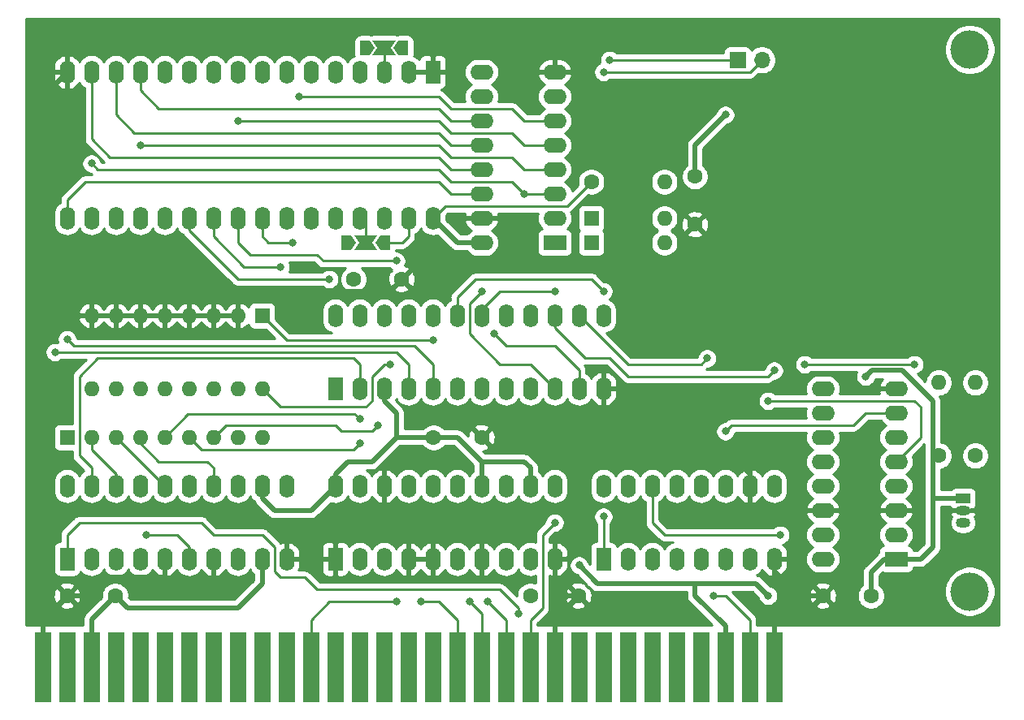
<source format=gbl>
%TF.GenerationSoftware,KiCad,Pcbnew,(5.1.9-0-10_14)*%
%TF.CreationDate,2022-05-15T13:48:24+02:00*%
%TF.ProjectId,xtsd,78747364-2e6b-4696-9361-645f70636258,rev?*%
%TF.SameCoordinates,Original*%
%TF.FileFunction,Copper,L2,Bot*%
%TF.FilePolarity,Positive*%
%FSLAX46Y46*%
G04 Gerber Fmt 4.6, Leading zero omitted, Abs format (unit mm)*
G04 Created by KiCad (PCBNEW (5.1.9-0-10_14)) date 2022-05-15 13:48:24*
%MOMM*%
%LPD*%
G01*
G04 APERTURE LIST*
%TA.AperFunction,ComponentPad*%
%ADD10O,1.700000X1.700000*%
%TD*%
%TA.AperFunction,ComponentPad*%
%ADD11R,1.700000X1.700000*%
%TD*%
%TA.AperFunction,SMDPad,CuDef*%
%ADD12R,1.780000X7.366000*%
%TD*%
%TA.AperFunction,ConnectorPad*%
%ADD13R,1.780000X7.366000*%
%TD*%
%TA.AperFunction,ComponentPad*%
%ADD14O,1.600000X2.400000*%
%TD*%
%TA.AperFunction,ComponentPad*%
%ADD15R,1.600000X2.400000*%
%TD*%
%TA.AperFunction,ComponentPad*%
%ADD16C,4.000000*%
%TD*%
%TA.AperFunction,ComponentPad*%
%ADD17O,1.600000X1.600000*%
%TD*%
%TA.AperFunction,ComponentPad*%
%ADD18R,1.600000X1.600000*%
%TD*%
%TA.AperFunction,ComponentPad*%
%ADD19C,1.600000*%
%TD*%
%TA.AperFunction,ComponentPad*%
%ADD20O,2.400000X1.600000*%
%TD*%
%TA.AperFunction,ComponentPad*%
%ADD21R,2.400000X1.600000*%
%TD*%
%TA.AperFunction,SMDPad,CuDef*%
%ADD22C,0.100000*%
%TD*%
%TA.AperFunction,ComponentPad*%
%ADD23R,1.500000X1.050000*%
%TD*%
%TA.AperFunction,ComponentPad*%
%ADD24O,1.500000X1.050000*%
%TD*%
%TA.AperFunction,ViaPad*%
%ADD25C,0.800000*%
%TD*%
%TA.AperFunction,Conductor*%
%ADD26C,0.250000*%
%TD*%
%TA.AperFunction,Conductor*%
%ADD27C,0.500000*%
%TD*%
%TA.AperFunction,Conductor*%
%ADD28C,0.254000*%
%TD*%
%TA.AperFunction,Conductor*%
%ADD29C,0.100000*%
%TD*%
G04 APERTURE END LIST*
D10*
X161290000Y-86360000D03*
D11*
X158750000Y-86360000D03*
D12*
X86360000Y-149733000D03*
D13*
X88900000Y-149733000D03*
X91440000Y-149733000D03*
X93980000Y-149733000D03*
X96520000Y-149733000D03*
X99060000Y-149733000D03*
X101600000Y-149733000D03*
X104140000Y-149733000D03*
X106680000Y-149733000D03*
X109220000Y-149733000D03*
X111760000Y-149733000D03*
X114300000Y-149733000D03*
X116840000Y-149733000D03*
X119380000Y-149733000D03*
X121920000Y-149733000D03*
X124460000Y-149733000D03*
X127000000Y-149733000D03*
X129540000Y-149733000D03*
X132080000Y-149733000D03*
X134620000Y-149733000D03*
X137160000Y-149733000D03*
X139700000Y-149733000D03*
X142240000Y-149733000D03*
X144780000Y-149733000D03*
X147320000Y-149733000D03*
X149860000Y-149733000D03*
X152400000Y-149733000D03*
X154940000Y-149733000D03*
X157480000Y-149733000D03*
X160020000Y-149733000D03*
X162560000Y-149733000D03*
D14*
X88900000Y-130810000D03*
X111760000Y-138430000D03*
X91440000Y-130810000D03*
X109220000Y-138430000D03*
X93980000Y-130810000D03*
X106680000Y-138430000D03*
X96520000Y-130810000D03*
X104140000Y-138430000D03*
X99060000Y-130810000D03*
X101600000Y-138430000D03*
X101600000Y-130810000D03*
X99060000Y-138430000D03*
X104140000Y-130810000D03*
X96520000Y-138430000D03*
X106680000Y-130810000D03*
X93980000Y-138430000D03*
X109220000Y-130810000D03*
X91440000Y-138430000D03*
X111760000Y-130810000D03*
D15*
X88900000Y-138430000D03*
D16*
X182956200Y-85273000D03*
X182956200Y-141788000D03*
D14*
X144780000Y-130810000D03*
X162560000Y-138430000D03*
X147320000Y-130810000D03*
X160020000Y-138430000D03*
X149860000Y-130810000D03*
X157480000Y-138430000D03*
X152400000Y-130810000D03*
X154940000Y-138430000D03*
X154940000Y-130810000D03*
X152400000Y-138430000D03*
X157480000Y-130810000D03*
X149860000Y-138430000D03*
X160020000Y-130810000D03*
X147320000Y-138430000D03*
X162560000Y-130810000D03*
D15*
X144780000Y-138430000D03*
D14*
X116840000Y-130810000D03*
X139700000Y-138430000D03*
X119380000Y-130810000D03*
X137160000Y-138430000D03*
X121920000Y-130810000D03*
X134620000Y-138430000D03*
X124460000Y-130810000D03*
X132080000Y-138430000D03*
X127000000Y-130810000D03*
X129540000Y-138430000D03*
X129540000Y-130810000D03*
X127000000Y-138430000D03*
X132080000Y-130810000D03*
X124460000Y-138430000D03*
X134620000Y-130810000D03*
X121920000Y-138430000D03*
X137160000Y-130810000D03*
X119380000Y-138430000D03*
X139700000Y-130810000D03*
D15*
X116840000Y-138430000D03*
D17*
X109220000Y-120650000D03*
X91440000Y-113030000D03*
X106680000Y-120650000D03*
X93980000Y-113030000D03*
X104140000Y-120650000D03*
X96520000Y-113030000D03*
X101600000Y-120650000D03*
X99060000Y-113030000D03*
X99060000Y-120650000D03*
X101600000Y-113030000D03*
X96520000Y-120650000D03*
X104140000Y-113030000D03*
X93980000Y-120650000D03*
X106680000Y-113030000D03*
X91440000Y-120650000D03*
D18*
X109220000Y-113030000D03*
D14*
X127000000Y-102870000D03*
X88900000Y-87630000D03*
X124460000Y-102870000D03*
X91440000Y-87630000D03*
X121920000Y-102870000D03*
X93980000Y-87630000D03*
X119380000Y-102870000D03*
X96520000Y-87630000D03*
X116840000Y-102870000D03*
X99060000Y-87630000D03*
X114300000Y-102870000D03*
X101600000Y-87630000D03*
X111760000Y-102870000D03*
X104140000Y-87630000D03*
X109220000Y-102870000D03*
X106680000Y-87630000D03*
X106680000Y-102870000D03*
X109220000Y-87630000D03*
X104140000Y-102870000D03*
X111760000Y-87630000D03*
X101600000Y-102870000D03*
X114300000Y-87630000D03*
X99060000Y-102870000D03*
X116840000Y-87630000D03*
X96520000Y-102870000D03*
X119380000Y-87630000D03*
X93980000Y-102870000D03*
X121920000Y-87630000D03*
X91440000Y-102870000D03*
X124460000Y-87630000D03*
X88900000Y-102870000D03*
D15*
X127000000Y-87630000D03*
D17*
X183515000Y-120015000D03*
D19*
X183515000Y-127635000D03*
D17*
X179705000Y-120015000D03*
D19*
X179705000Y-127635000D03*
D14*
X116840000Y-113030000D03*
X144780000Y-120650000D03*
X119380000Y-113030000D03*
X142240000Y-120650000D03*
X121920000Y-113030000D03*
X139700000Y-120650000D03*
X124460000Y-113030000D03*
X137160000Y-120650000D03*
X127000000Y-113030000D03*
X134620000Y-120650000D03*
X129540000Y-113030000D03*
X132080000Y-120650000D03*
X132080000Y-113030000D03*
X129540000Y-120650000D03*
X134620000Y-113030000D03*
X127000000Y-120650000D03*
X137160000Y-113030000D03*
X124460000Y-120650000D03*
X139700000Y-113030000D03*
X121920000Y-120650000D03*
X142240000Y-113030000D03*
X119380000Y-120650000D03*
X144780000Y-113030000D03*
D15*
X116840000Y-120650000D03*
D20*
X132080000Y-105410000D03*
X139700000Y-87630000D03*
X132080000Y-102870000D03*
X139700000Y-90170000D03*
X132080000Y-100330000D03*
X139700000Y-92710000D03*
X132080000Y-97790000D03*
X139700000Y-95250000D03*
X132080000Y-95250000D03*
X139700000Y-97790000D03*
X132080000Y-92710000D03*
X139700000Y-100330000D03*
X132080000Y-90170000D03*
X139700000Y-102870000D03*
X132080000Y-87630000D03*
D21*
X139700000Y-105410000D03*
%TA.AperFunction,SMDPad,CuDef*%
D22*
G36*
X120920000Y-85090000D02*
G01*
X120420000Y-85840000D01*
X119420000Y-85840000D01*
X119420000Y-84340000D01*
X120420000Y-84340000D01*
X120920000Y-85090000D01*
G37*
%TD.AperFunction*%
%TA.AperFunction,SMDPad,CuDef*%
G36*
X121220000Y-85090000D02*
G01*
X120720000Y-84340000D01*
X123120000Y-84340000D01*
X122620000Y-85090000D01*
X123120000Y-85840000D01*
X120720000Y-85840000D01*
X121220000Y-85090000D01*
G37*
%TD.AperFunction*%
%TA.AperFunction,SMDPad,CuDef*%
G36*
X122920000Y-85090000D02*
G01*
X123420000Y-84340000D01*
X124420000Y-84340000D01*
X124420000Y-85840000D01*
X123420000Y-85840000D01*
X122920000Y-85090000D01*
G37*
%TD.AperFunction*%
%TA.AperFunction,SMDPad,CuDef*%
G36*
X119015000Y-105410000D02*
G01*
X118515000Y-106160000D01*
X117515000Y-106160000D01*
X117515000Y-104660000D01*
X118515000Y-104660000D01*
X119015000Y-105410000D01*
G37*
%TD.AperFunction*%
%TA.AperFunction,SMDPad,CuDef*%
G36*
X119315000Y-105410000D02*
G01*
X118815000Y-104660000D01*
X121215000Y-104660000D01*
X120715000Y-105410000D01*
X121215000Y-106160000D01*
X118815000Y-106160000D01*
X119315000Y-105410000D01*
G37*
%TD.AperFunction*%
%TA.AperFunction,SMDPad,CuDef*%
G36*
X121015000Y-105410000D02*
G01*
X121515000Y-104660000D01*
X122515000Y-104660000D01*
X122515000Y-106160000D01*
X121515000Y-106160000D01*
X121015000Y-105410000D01*
G37*
%TD.AperFunction*%
D17*
X151130000Y-105410000D03*
D18*
X143510000Y-105410000D03*
D17*
X151130000Y-102870000D03*
D18*
X143510000Y-102870000D03*
D17*
X151130000Y-99060000D03*
D19*
X143510000Y-99060000D03*
D23*
X182245000Y-132080000D03*
D24*
X182245000Y-134620000D03*
X182245000Y-133350000D03*
D17*
X109220000Y-125730000D03*
X106680000Y-125730000D03*
X104140000Y-125730000D03*
X101600000Y-125730000D03*
X99060000Y-125730000D03*
X96520000Y-125730000D03*
X93980000Y-125730000D03*
X91440000Y-125730000D03*
D18*
X88900000Y-125730000D03*
D19*
X123745000Y-109220000D03*
X118745000Y-109220000D03*
X154305000Y-103505000D03*
X154305000Y-98505000D03*
D20*
X167640000Y-138430000D03*
X175260000Y-120650000D03*
X167640000Y-135890000D03*
X175260000Y-123190000D03*
X167640000Y-133350000D03*
X175260000Y-125730000D03*
X167640000Y-130810000D03*
X175260000Y-128270000D03*
X167640000Y-128270000D03*
X175260000Y-130810000D03*
X167640000Y-125730000D03*
X175260000Y-133350000D03*
X167640000Y-123190000D03*
X175260000Y-135890000D03*
X167640000Y-120650000D03*
D21*
X175260000Y-138430000D03*
D19*
X167640000Y-142240000D03*
X172640000Y-142240000D03*
X142160000Y-142240000D03*
X137160000Y-142240000D03*
X88900000Y-142240000D03*
X93900000Y-142240000D03*
X132080000Y-125730000D03*
X127080000Y-125730000D03*
D25*
X87630010Y-116840000D03*
X97155000Y-135890000D03*
X116205000Y-109220000D03*
X88900000Y-115479990D03*
X111125000Y-107950000D03*
X112395008Y-105409992D03*
X118110000Y-105410000D03*
X123825000Y-85090000D03*
X133350000Y-114935000D03*
X132080006Y-110490000D03*
X144780000Y-133985000D03*
X136525000Y-100330000D03*
X91440000Y-97155000D03*
X96520000Y-95250000D03*
X106680000Y-92710000D03*
X113030000Y-90170000D03*
X135890000Y-144145000D03*
X123190000Y-107315000D03*
X132715000Y-142875000D03*
X126999986Y-115570000D03*
X139700000Y-134620000D03*
X157480000Y-111125000D03*
X172720000Y-100965000D03*
X172720000Y-108585000D03*
X181610000Y-92075000D03*
X176530000Y-89535000D03*
X158750000Y-89535000D03*
X157480000Y-117475000D03*
X142875000Y-83820000D03*
X154305000Y-83820000D03*
X146685000Y-93980000D03*
X152400000Y-93980000D03*
X151130000Y-84455000D03*
X181610000Y-116205000D03*
X142240000Y-139065000D03*
X161925010Y-142240000D03*
X157480000Y-125095000D03*
X144780000Y-110490000D03*
X122555000Y-118110000D03*
X123190000Y-142875000D03*
X130810000Y-142875000D03*
X139700000Y-110490000D03*
X156210000Y-142240000D03*
X119380006Y-126365000D03*
X157480000Y-92075000D03*
X172085000Y-119380000D03*
X163195000Y-135890000D03*
X161924996Y-121920000D03*
X125730000Y-142875000D03*
X155575000Y-117475000D03*
X162560000Y-118745000D03*
X144779998Y-87630000D03*
X177165000Y-118110000D03*
X165735000Y-118110000D03*
X145415006Y-86360000D03*
X119920000Y-85090000D03*
X121285000Y-124460000D03*
X119380000Y-123825000D03*
D26*
X124460000Y-118110000D02*
X124460000Y-120650000D01*
X123190000Y-116840000D02*
X124460000Y-118110000D01*
X87630010Y-116840000D02*
X123190000Y-116840000D01*
X101600000Y-138430000D02*
X101600000Y-137160000D01*
X101600000Y-137160000D02*
X100330000Y-135890000D01*
X100330000Y-135890000D02*
X97155000Y-135890000D01*
X106680000Y-109220000D02*
X116205000Y-109220000D01*
X101600000Y-104140000D02*
X106680000Y-109220000D01*
X101600000Y-102870000D02*
X101600000Y-104140000D01*
X89625010Y-116205000D02*
X88900000Y-115479990D01*
X127000000Y-118110000D02*
X125095000Y-116205000D01*
X125095000Y-116205000D02*
X89625010Y-116205000D01*
X127000000Y-120650000D02*
X127000000Y-118110000D01*
X107315000Y-107950000D02*
X111125000Y-107950000D01*
X104140000Y-104775000D02*
X107315000Y-107950000D01*
X104140000Y-102870000D02*
X104140000Y-104775000D01*
X112395008Y-105409992D02*
X109854992Y-105409992D01*
X109220000Y-104775000D02*
X109220000Y-102870000D01*
X109854992Y-105409992D02*
X109220000Y-104775000D01*
X134620000Y-131210000D02*
X134620000Y-130810000D01*
X142240000Y-119380000D02*
X142240000Y-120650000D01*
X142240000Y-118745000D02*
X142240000Y-119380000D01*
X134620000Y-116205000D02*
X139700000Y-116205000D01*
X139700000Y-116205000D02*
X142240000Y-118745000D01*
X133350000Y-114935000D02*
X134620000Y-116205000D01*
X132080000Y-92710000D02*
X128905000Y-92710000D01*
X128905000Y-92710000D02*
X127635000Y-91440000D01*
X127635000Y-91440000D02*
X98425000Y-91440000D01*
X98425000Y-91440000D02*
X96520000Y-89535000D01*
X96520000Y-89535000D02*
X96520000Y-87630000D01*
X130810000Y-111760006D02*
X132080006Y-110490000D01*
X130810000Y-114935000D02*
X130810000Y-111760006D01*
X139700000Y-120650000D02*
X137160000Y-118110000D01*
X133985000Y-118110000D02*
X130810000Y-114935000D01*
X137160000Y-118110000D02*
X133985000Y-118110000D01*
X132080000Y-95250000D02*
X128905000Y-95250000D01*
X128905000Y-95250000D02*
X127635000Y-93980000D01*
X127635000Y-93980000D02*
X95885000Y-93980000D01*
X95885000Y-93980000D02*
X93980000Y-92075000D01*
X93980000Y-92075000D02*
X93980000Y-87630000D01*
X144780000Y-133985000D02*
X144780000Y-138430000D01*
X132080000Y-97790000D02*
X128905000Y-97790000D01*
X128905000Y-97790000D02*
X127635000Y-96520000D01*
X127635000Y-96520000D02*
X93345000Y-96520000D01*
X93345000Y-96520000D02*
X91440000Y-94615000D01*
X91440000Y-94615000D02*
X91440000Y-87630000D01*
X132080000Y-100330000D02*
X128905000Y-100330000D01*
X128905000Y-100330000D02*
X127635000Y-99060000D01*
X127635000Y-99060000D02*
X90805000Y-99060000D01*
X90805000Y-99060000D02*
X88900000Y-100965000D01*
X88900000Y-100965000D02*
X88900000Y-102870000D01*
X139700000Y-100330000D02*
X136525000Y-100330000D01*
X92075000Y-97790000D02*
X91440000Y-97155000D01*
X128905000Y-99060000D02*
X127635000Y-97790000D01*
X135255000Y-99060000D02*
X128905000Y-99060000D01*
X127635000Y-97790000D02*
X92075000Y-97790000D01*
X136525000Y-100330000D02*
X135255000Y-99060000D01*
X139700000Y-97790000D02*
X136525000Y-97790000D01*
X136525000Y-97790000D02*
X135255000Y-96520000D01*
X135255000Y-96520000D02*
X128905000Y-96520000D01*
X128905000Y-96520000D02*
X127635000Y-95250000D01*
X127635000Y-95250000D02*
X96520000Y-95250000D01*
X139700000Y-95250000D02*
X136525000Y-95250000D01*
X136525000Y-95250000D02*
X135255000Y-93980000D01*
X135255000Y-93980000D02*
X128905000Y-93980000D01*
X128905000Y-93980000D02*
X127635000Y-92710000D01*
X127635000Y-92710000D02*
X106680000Y-92710000D01*
X139700000Y-92710000D02*
X136525000Y-92710000D01*
X136525000Y-92710000D02*
X135255000Y-91440000D01*
X135255000Y-91440000D02*
X129540000Y-91440000D01*
X129540000Y-91440000D02*
X128905000Y-91440000D01*
X128905000Y-91440000D02*
X127635000Y-90170000D01*
X127635000Y-90170000D02*
X113030000Y-90170000D01*
X102870000Y-134620000D02*
X90170000Y-134620000D01*
X109220000Y-135890000D02*
X104140000Y-135890000D01*
X110490000Y-137160000D02*
X109220000Y-135890000D01*
X110490000Y-139700000D02*
X110490000Y-137160000D01*
X104140000Y-135890000D02*
X102870000Y-134620000D01*
X88900000Y-135890000D02*
X88900000Y-138430000D01*
X90170000Y-134620000D02*
X88900000Y-135890000D01*
X111125000Y-140335000D02*
X110490000Y-139700000D01*
X135890000Y-143510000D02*
X135890000Y-144145000D01*
X133985000Y-141605000D02*
X135890000Y-143510000D01*
X114935000Y-141605000D02*
X133985000Y-141605000D01*
X113665000Y-140335000D02*
X114935000Y-141605000D01*
X111125000Y-140335000D02*
X113665000Y-140335000D01*
X107950000Y-106680000D02*
X114935000Y-106680000D01*
X114935000Y-106680000D02*
X115570000Y-107315000D01*
X106680000Y-105410000D02*
X107950000Y-106680000D01*
X115570000Y-107315000D02*
X123190000Y-107315000D01*
X106680000Y-102870000D02*
X106680000Y-105410000D01*
X134620000Y-144780000D02*
X132715000Y-142875000D01*
X134620000Y-149860000D02*
X134620000Y-144780000D01*
X109220000Y-113030000D02*
X111760000Y-115570000D01*
X111760000Y-115570000D02*
X126999986Y-115570000D01*
X137160000Y-149860000D02*
X137160000Y-144780000D01*
X137160000Y-144780000D02*
X138430000Y-143510000D01*
X138430000Y-143510000D02*
X138430000Y-135890000D01*
X138430000Y-135890000D02*
X139700000Y-134620000D01*
D27*
X86360000Y-139700000D02*
X88900000Y-142240000D01*
X88900000Y-133350000D02*
X86360000Y-135890000D01*
X86360000Y-135890000D02*
X86360000Y-139700000D01*
X99060000Y-133350000D02*
X88900000Y-133350000D01*
X104140000Y-133350000D02*
X99060000Y-133350000D01*
X86360000Y-135890000D02*
X86360000Y-113030000D01*
X86360000Y-113030000D02*
X96520000Y-113030000D01*
X86360000Y-90170000D02*
X88900000Y-87630000D01*
X86360000Y-113030000D02*
X86360000Y-90170000D01*
X111760000Y-138430000D02*
X116840000Y-138430000D01*
X144780000Y-124460000D02*
X144780000Y-120650000D01*
X166370000Y-142240000D02*
X167640000Y-142240000D01*
X156210000Y-125730000D02*
X143510000Y-125730000D01*
X160020000Y-130810000D02*
X160020000Y-129540000D01*
X160020000Y-129540000D02*
X156210000Y-125730000D01*
X143510000Y-125730000D02*
X144780000Y-124460000D01*
X142240000Y-133350000D02*
X142240000Y-127000000D01*
X142240000Y-127000000D02*
X143510000Y-125730000D01*
X140970000Y-142240000D02*
X139700000Y-140970000D01*
X142160000Y-142240000D02*
X140970000Y-142240000D01*
X139700000Y-140970000D02*
X139700000Y-138430000D01*
X139700000Y-138430000D02*
X140970000Y-138430000D01*
X140970000Y-138430000D02*
X142240000Y-137160000D01*
X142240000Y-137160000D02*
X142240000Y-133350000D01*
X111760000Y-135890000D02*
X111760000Y-138430000D01*
X110490000Y-134620000D02*
X111760000Y-135890000D01*
X105410000Y-134620000D02*
X110490000Y-134620000D01*
X106680000Y-113030000D02*
X101600000Y-113030000D01*
X106680000Y-111760000D02*
X106680000Y-113030000D01*
X107950000Y-110490000D02*
X106680000Y-111760000D01*
X120650000Y-110490000D02*
X107950000Y-110490000D01*
X121920000Y-109220000D02*
X120650000Y-110490000D01*
X101600000Y-113030000D02*
X96520000Y-113030000D01*
X86360000Y-144780000D02*
X88900000Y-142240000D01*
X86360000Y-149860000D02*
X86360000Y-144780000D01*
X139700000Y-143510000D02*
X140970000Y-142240000D01*
X139700000Y-149860000D02*
X139700000Y-143510000D01*
X162560000Y-139700000D02*
X165100000Y-142240000D01*
X165100000Y-142240000D02*
X166370000Y-142240000D01*
X162560000Y-138430000D02*
X162560000Y-139700000D01*
X162560000Y-144780000D02*
X165100000Y-142240000D01*
X162560000Y-149860000D02*
X162560000Y-144780000D01*
X104457500Y-133667500D02*
X105410000Y-134620000D01*
X104140000Y-133350000D02*
X104457500Y-133667500D01*
D26*
X104140000Y-140335000D02*
X104140000Y-138430000D01*
X99695000Y-140970000D02*
X103505000Y-140970000D01*
X103505000Y-140970000D02*
X104140000Y-140335000D01*
X99060000Y-140335000D02*
X99695000Y-140970000D01*
X99060000Y-138430000D02*
X99060000Y-140335000D01*
D27*
X88900000Y-142240000D02*
X90805000Y-142240000D01*
X90805000Y-142240000D02*
X92710000Y-140335000D01*
X92710000Y-140335000D02*
X99060000Y-140335000D01*
X116840000Y-138430000D02*
X116840000Y-135890000D01*
X116840000Y-135890000D02*
X119380000Y-133350000D01*
X121920000Y-130810000D02*
X121920000Y-133350000D01*
X121920000Y-133350000D02*
X123825000Y-133350000D01*
X119380000Y-133350000D02*
X121920000Y-133350000D01*
X124460000Y-138430000D02*
X124460000Y-133350000D01*
X123825000Y-133350000D02*
X124460000Y-133350000D01*
X127000000Y-138430000D02*
X127000000Y-133350000D01*
X132080000Y-138430000D02*
X132080000Y-133350000D01*
X132080000Y-133350000D02*
X142240000Y-133350000D01*
X124460000Y-133350000D02*
X132080000Y-133350000D01*
D26*
X91440000Y-125730000D02*
X91440000Y-127000000D01*
X91440000Y-127000000D02*
X93980000Y-129540000D01*
X93980000Y-129540000D02*
X93980000Y-130810000D01*
D27*
X121920000Y-120650000D02*
X121920000Y-121920000D01*
X121920000Y-121920000D02*
X123190000Y-123190000D01*
X116840000Y-130810000D02*
X114300000Y-133350000D01*
X114300000Y-133350000D02*
X110490000Y-133350000D01*
X110490000Y-133350000D02*
X109220000Y-132080000D01*
X109220000Y-132080000D02*
X109220000Y-130810000D01*
X123190000Y-123190000D02*
X123190000Y-125730000D01*
X127000000Y-102870000D02*
X129540000Y-105410000D01*
X129540000Y-105410000D02*
X132080000Y-105410000D01*
D26*
X128270000Y-101600000D02*
X127000000Y-102870000D01*
X140970000Y-101600000D02*
X128270000Y-101600000D01*
X143510000Y-99060000D02*
X140970000Y-101600000D01*
D27*
X132080000Y-128270000D02*
X132080000Y-130810000D01*
X129540000Y-125730000D02*
X132080000Y-128270000D01*
X123190000Y-125730000D02*
X129540000Y-125730000D01*
X132080000Y-128270000D02*
X136525000Y-128270000D01*
X137160000Y-128905000D02*
X137160000Y-130810000D01*
X136525000Y-128270000D02*
X137160000Y-128905000D01*
X109220000Y-139700000D02*
X109220000Y-138430000D01*
X91440000Y-144700000D02*
X93900000Y-142240000D01*
X91440000Y-149860000D02*
X91440000Y-144700000D01*
X144145000Y-140970000D02*
X142240000Y-139065000D01*
X161925010Y-142240000D02*
X160655010Y-140970000D01*
X157480000Y-149860000D02*
X157480000Y-145415000D01*
X157480000Y-145415000D02*
X154305000Y-142240000D01*
X154305000Y-142240000D02*
X154305000Y-140970000D01*
X154305000Y-140970000D02*
X144145000Y-140970000D01*
X160655010Y-140970000D02*
X154305000Y-140970000D01*
X120650000Y-128270000D02*
X123190000Y-125730000D01*
X116840000Y-129540000D02*
X118110000Y-128270000D01*
X118110000Y-128270000D02*
X120650000Y-128270000D01*
X116840000Y-130810000D02*
X116840000Y-129540000D01*
X109220000Y-140970000D02*
X109220000Y-138430000D01*
X106680000Y-143510000D02*
X109220000Y-140970000D01*
X95170000Y-143510000D02*
X106680000Y-143510000D01*
X93900000Y-142240000D02*
X95170000Y-143510000D01*
D26*
X96520000Y-126365000D02*
X96520000Y-125730000D01*
X98425000Y-128270000D02*
X96520000Y-126365000D01*
X98425000Y-128270000D02*
X103505000Y-128270000D01*
X104140000Y-128905000D02*
X104140000Y-130810000D01*
X103505000Y-128270000D02*
X104140000Y-128905000D01*
X99060000Y-130810000D02*
X93980000Y-125730000D01*
X143510000Y-109220000D02*
X144780000Y-110490000D01*
X129540000Y-111125000D02*
X131445000Y-109220000D01*
X131445000Y-109220000D02*
X143510000Y-109220000D01*
X129540000Y-113030000D02*
X129540000Y-111125000D01*
X158115000Y-124460000D02*
X157480000Y-125095000D01*
X172085000Y-123190000D02*
X170815000Y-124460000D01*
X170815000Y-124460000D02*
X158115000Y-124460000D01*
X175260000Y-123190000D02*
X172085000Y-123190000D01*
X122015000Y-105410000D02*
X123825000Y-105410000D01*
X124460000Y-104775000D02*
X124460000Y-102870000D01*
X123825000Y-105410000D02*
X124460000Y-104775000D01*
X109220000Y-125730000D02*
X109855000Y-125730000D01*
X109220000Y-120650000D02*
X111125000Y-122555000D01*
X111125000Y-122555000D02*
X120015000Y-122555000D01*
X120015000Y-122555000D02*
X120650000Y-121920000D01*
X120650000Y-121920000D02*
X120650000Y-119380000D01*
X120650000Y-119380000D02*
X121920000Y-118110000D01*
X121920000Y-118110000D02*
X122555000Y-118110000D01*
X114300000Y-144780000D02*
X116205000Y-142875000D01*
X116205000Y-142875000D02*
X123190000Y-142875000D01*
X114300000Y-149860000D02*
X114300000Y-144780000D01*
X132080000Y-144145000D02*
X130810000Y-142875000D01*
X132080000Y-149860000D02*
X132080000Y-144145000D01*
X132080000Y-113030000D02*
X132080000Y-112395000D01*
X132080000Y-112395000D02*
X133985000Y-110490000D01*
X133985000Y-110490000D02*
X139700000Y-110490000D01*
X160020000Y-144780000D02*
X160020000Y-149860000D01*
X157480000Y-142240000D02*
X160020000Y-144780000D01*
X156210000Y-142240000D02*
X157480000Y-142240000D01*
X101600000Y-125730000D02*
X102870000Y-127000000D01*
X102870000Y-127000000D02*
X118745006Y-127000000D01*
X118745006Y-127000000D02*
X119380006Y-126365000D01*
D27*
X177800000Y-138430000D02*
X175260000Y-138430000D01*
X179070000Y-137160000D02*
X177800000Y-138430000D01*
X175260000Y-138430000D02*
X173990000Y-138430000D01*
X172640000Y-139780000D02*
X172640000Y-142240000D01*
X173990000Y-138430000D02*
X172640000Y-139780000D01*
X182245000Y-132080000D02*
X179070000Y-132080000D01*
X179070000Y-132080000D02*
X179070000Y-137160000D01*
X179705000Y-127635000D02*
X179070000Y-127635000D01*
X179070000Y-127635000D02*
X179070000Y-132080000D01*
X154305000Y-98505000D02*
X154305000Y-95250000D01*
X154305000Y-95250000D02*
X157480000Y-92075000D01*
X172720000Y-118745000D02*
X172085000Y-119380000D01*
X175895000Y-118745000D02*
X172720000Y-118745000D01*
X179070000Y-121920000D02*
X175895000Y-118745000D01*
X179070000Y-127635000D02*
X179070000Y-121920000D01*
D26*
X149860000Y-130810000D02*
X149860000Y-134620000D01*
X149860000Y-134620000D02*
X151130000Y-135890000D01*
X151130000Y-135890000D02*
X163195000Y-135890000D01*
X177165000Y-121920000D02*
X161924996Y-121920000D01*
X177800000Y-122555000D02*
X177165000Y-121920000D01*
X175260000Y-128270000D02*
X177800000Y-125730000D01*
X177800000Y-125730000D02*
X177800000Y-122555000D01*
X127635000Y-142875000D02*
X125730000Y-142875000D01*
X129540000Y-144780000D02*
X127635000Y-142875000D01*
X129540000Y-149860000D02*
X129540000Y-144780000D01*
X119380000Y-118110000D02*
X119380000Y-120650000D01*
X118745000Y-117475000D02*
X119380000Y-118110000D01*
X90170000Y-119380000D02*
X92075000Y-117475000D01*
X92075000Y-117475000D02*
X118745000Y-117475000D01*
X90170000Y-127635000D02*
X90170000Y-119380000D01*
X91440000Y-128905000D02*
X90170000Y-127635000D01*
X91440000Y-130810000D02*
X91440000Y-128905000D01*
X154940000Y-118110000D02*
X155575000Y-117475000D01*
X147320000Y-118110000D02*
X154940000Y-118110000D01*
X142240000Y-113030000D02*
X147320000Y-118110000D01*
X161925000Y-119380000D02*
X162560000Y-118745000D01*
X139700000Y-114300000D02*
X142875000Y-117475000D01*
X145415000Y-117475000D02*
X147320000Y-119380000D01*
X147320000Y-119380000D02*
X161925000Y-119380000D01*
X142875000Y-117475000D02*
X145415000Y-117475000D01*
X139700000Y-113030000D02*
X139700000Y-114300000D01*
X161290000Y-86360000D02*
X160020000Y-87630000D01*
X160020000Y-87630000D02*
X144779998Y-87630000D01*
X166300685Y-118110000D02*
X165735000Y-118110000D01*
X177165000Y-118110000D02*
X166300685Y-118110000D01*
X158750000Y-86360000D02*
X145415006Y-86360000D01*
X119380000Y-102870000D02*
X120015000Y-103505000D01*
X120015000Y-103505000D02*
X120015000Y-105410000D01*
X121920000Y-85090000D02*
X121920000Y-87630000D01*
X127000000Y-130810000D02*
X127000000Y-130175000D01*
X120650000Y-125095000D02*
X121285000Y-124460000D01*
X117475000Y-125095000D02*
X120650000Y-125095000D01*
X116840000Y-124460000D02*
X117475000Y-125095000D01*
X105410000Y-124460000D02*
X116840000Y-124460000D01*
X104140000Y-125730000D02*
X105410000Y-124460000D01*
X99060000Y-125730000D02*
X101509990Y-123280010D01*
X119380000Y-123825000D02*
X118835010Y-123280010D01*
X101509990Y-123280010D02*
X118835010Y-123280010D01*
D28*
X185928000Y-145288000D02*
X160780000Y-145288000D01*
X160780000Y-144817322D01*
X160783676Y-144779999D01*
X160780000Y-144742676D01*
X160780000Y-144742667D01*
X160769003Y-144631014D01*
X160725546Y-144487753D01*
X160654974Y-144355724D01*
X160604307Y-144293986D01*
X160583799Y-144268996D01*
X160583795Y-144268992D01*
X160560001Y-144239999D01*
X160531009Y-144216206D01*
X158169801Y-141855000D01*
X160288432Y-141855000D01*
X160918475Y-142485044D01*
X160929784Y-142541898D01*
X161007805Y-142730256D01*
X161121073Y-142899774D01*
X161265236Y-143043937D01*
X161434754Y-143157205D01*
X161623112Y-143235226D01*
X161823071Y-143275000D01*
X162026949Y-143275000D01*
X162226908Y-143235226D01*
X162233001Y-143232702D01*
X166826903Y-143232702D01*
X166898486Y-143476671D01*
X167153996Y-143597571D01*
X167428184Y-143666300D01*
X167710512Y-143680217D01*
X167990130Y-143638787D01*
X168256292Y-143543603D01*
X168381514Y-143476671D01*
X168453097Y-143232702D01*
X167640000Y-142419605D01*
X166826903Y-143232702D01*
X162233001Y-143232702D01*
X162415266Y-143157205D01*
X162584784Y-143043937D01*
X162728947Y-142899774D01*
X162842215Y-142730256D01*
X162920236Y-142541898D01*
X162960010Y-142341939D01*
X162960010Y-142310512D01*
X166199783Y-142310512D01*
X166241213Y-142590130D01*
X166336397Y-142856292D01*
X166403329Y-142981514D01*
X166647298Y-143053097D01*
X167460395Y-142240000D01*
X167819605Y-142240000D01*
X168632702Y-143053097D01*
X168876671Y-142981514D01*
X168997571Y-142726004D01*
X169066300Y-142451816D01*
X169080217Y-142169488D01*
X169038787Y-141889870D01*
X168943603Y-141623708D01*
X168876671Y-141498486D01*
X168632702Y-141426903D01*
X167819605Y-142240000D01*
X167460395Y-142240000D01*
X166647298Y-141426903D01*
X166403329Y-141498486D01*
X166282429Y-141753996D01*
X166213700Y-142028184D01*
X166199783Y-142310512D01*
X162960010Y-142310512D01*
X162960010Y-142138061D01*
X162920236Y-141938102D01*
X162842215Y-141749744D01*
X162728947Y-141580226D01*
X162584784Y-141436063D01*
X162415266Y-141322795D01*
X162233002Y-141247298D01*
X166826903Y-141247298D01*
X167640000Y-142060395D01*
X168453097Y-141247298D01*
X168381514Y-141003329D01*
X168126004Y-140882429D01*
X167851816Y-140813700D01*
X167569488Y-140799783D01*
X167289870Y-140841213D01*
X167023708Y-140936397D01*
X166898486Y-141003329D01*
X166826903Y-141247298D01*
X162233002Y-141247298D01*
X162226908Y-141244774D01*
X162170054Y-141233465D01*
X161311544Y-140374956D01*
X161283827Y-140341183D01*
X161149069Y-140230589D01*
X160995323Y-140148411D01*
X160828500Y-140097805D01*
X160713448Y-140086474D01*
X160821101Y-140028932D01*
X161039608Y-139849608D01*
X161218932Y-139631101D01*
X161287265Y-139503259D01*
X161437399Y-139732839D01*
X161635105Y-139934500D01*
X161868354Y-140093715D01*
X162128182Y-140204367D01*
X162210961Y-140221904D01*
X162433000Y-140099915D01*
X162433000Y-138557000D01*
X162687000Y-138557000D01*
X162687000Y-140099915D01*
X162909039Y-140221904D01*
X162991818Y-140204367D01*
X163251646Y-140093715D01*
X163484895Y-139934500D01*
X163682601Y-139732839D01*
X163837166Y-139496483D01*
X163942650Y-139234514D01*
X163995000Y-138957000D01*
X163995000Y-138557000D01*
X162687000Y-138557000D01*
X162433000Y-138557000D01*
X162413000Y-138557000D01*
X162413000Y-138303000D01*
X162433000Y-138303000D01*
X162433000Y-138283000D01*
X162687000Y-138283000D01*
X162687000Y-138303000D01*
X163995000Y-138303000D01*
X163995000Y-137903000D01*
X163942650Y-137625486D01*
X163837166Y-137363517D01*
X163682601Y-137127161D01*
X163484895Y-136925500D01*
X163441916Y-136896163D01*
X163496898Y-136885226D01*
X163685256Y-136807205D01*
X163854774Y-136693937D01*
X163998937Y-136549774D01*
X164112205Y-136380256D01*
X164190226Y-136191898D01*
X164230000Y-135991939D01*
X164230000Y-135890000D01*
X165798057Y-135890000D01*
X165825764Y-136171309D01*
X165907818Y-136441808D01*
X166041068Y-136691101D01*
X166220392Y-136909608D01*
X166438899Y-137088932D01*
X166571858Y-137160000D01*
X166438899Y-137231068D01*
X166220392Y-137410392D01*
X166041068Y-137628899D01*
X165907818Y-137878192D01*
X165825764Y-138148691D01*
X165798057Y-138430000D01*
X165825764Y-138711309D01*
X165907818Y-138981808D01*
X166041068Y-139231101D01*
X166220392Y-139449608D01*
X166438899Y-139628932D01*
X166688192Y-139762182D01*
X166958691Y-139844236D01*
X167169508Y-139865000D01*
X168110492Y-139865000D01*
X168321309Y-139844236D01*
X168591808Y-139762182D01*
X168841101Y-139628932D01*
X169059608Y-139449608D01*
X169238932Y-139231101D01*
X169372182Y-138981808D01*
X169454236Y-138711309D01*
X169481943Y-138430000D01*
X169454236Y-138148691D01*
X169372182Y-137878192D01*
X169238932Y-137628899D01*
X169059608Y-137410392D01*
X168841101Y-137231068D01*
X168708142Y-137160000D01*
X168841101Y-137088932D01*
X169059608Y-136909608D01*
X169238932Y-136691101D01*
X169372182Y-136441808D01*
X169454236Y-136171309D01*
X169481943Y-135890000D01*
X169454236Y-135608691D01*
X169372182Y-135338192D01*
X169238932Y-135088899D01*
X169059608Y-134870392D01*
X168841101Y-134691068D01*
X168713259Y-134622735D01*
X168942839Y-134472601D01*
X169144500Y-134274895D01*
X169303715Y-134041646D01*
X169414367Y-133781818D01*
X169431904Y-133699039D01*
X169309915Y-133477000D01*
X167767000Y-133477000D01*
X167767000Y-133497000D01*
X167513000Y-133497000D01*
X167513000Y-133477000D01*
X165970085Y-133477000D01*
X165848096Y-133699039D01*
X165865633Y-133781818D01*
X165976285Y-134041646D01*
X166135500Y-134274895D01*
X166337161Y-134472601D01*
X166566741Y-134622735D01*
X166438899Y-134691068D01*
X166220392Y-134870392D01*
X166041068Y-135088899D01*
X165907818Y-135338192D01*
X165825764Y-135608691D01*
X165798057Y-135890000D01*
X164230000Y-135890000D01*
X164230000Y-135788061D01*
X164190226Y-135588102D01*
X164112205Y-135399744D01*
X163998937Y-135230226D01*
X163854774Y-135086063D01*
X163685256Y-134972795D01*
X163496898Y-134894774D01*
X163296939Y-134855000D01*
X163093061Y-134855000D01*
X162893102Y-134894774D01*
X162704744Y-134972795D01*
X162535226Y-135086063D01*
X162491289Y-135130000D01*
X151444802Y-135130000D01*
X150620000Y-134305199D01*
X150620000Y-132430901D01*
X150661101Y-132408932D01*
X150879608Y-132229608D01*
X151058932Y-132011101D01*
X151130000Y-131878142D01*
X151201068Y-132011101D01*
X151380393Y-132229608D01*
X151598900Y-132408932D01*
X151848193Y-132542182D01*
X152118692Y-132624236D01*
X152400000Y-132651943D01*
X152681309Y-132624236D01*
X152951808Y-132542182D01*
X153201101Y-132408932D01*
X153419608Y-132229608D01*
X153598932Y-132011101D01*
X153670000Y-131878142D01*
X153741068Y-132011101D01*
X153920393Y-132229608D01*
X154138900Y-132408932D01*
X154388193Y-132542182D01*
X154658692Y-132624236D01*
X154940000Y-132651943D01*
X155221309Y-132624236D01*
X155491808Y-132542182D01*
X155741101Y-132408932D01*
X155959608Y-132229608D01*
X156138932Y-132011101D01*
X156210000Y-131878142D01*
X156281068Y-132011101D01*
X156460393Y-132229608D01*
X156678900Y-132408932D01*
X156928193Y-132542182D01*
X157198692Y-132624236D01*
X157480000Y-132651943D01*
X157761309Y-132624236D01*
X158031808Y-132542182D01*
X158281101Y-132408932D01*
X158499608Y-132229608D01*
X158678932Y-132011101D01*
X158747265Y-131883259D01*
X158897399Y-132112839D01*
X159095105Y-132314500D01*
X159328354Y-132473715D01*
X159588182Y-132584367D01*
X159670961Y-132601904D01*
X159893000Y-132479915D01*
X159893000Y-130937000D01*
X159873000Y-130937000D01*
X159873000Y-130683000D01*
X159893000Y-130683000D01*
X159893000Y-129140085D01*
X160147000Y-129140085D01*
X160147000Y-130683000D01*
X160167000Y-130683000D01*
X160167000Y-130937000D01*
X160147000Y-130937000D01*
X160147000Y-132479915D01*
X160369039Y-132601904D01*
X160451818Y-132584367D01*
X160711646Y-132473715D01*
X160944895Y-132314500D01*
X161142601Y-132112839D01*
X161292735Y-131883259D01*
X161361068Y-132011101D01*
X161540393Y-132229608D01*
X161758900Y-132408932D01*
X162008193Y-132542182D01*
X162278692Y-132624236D01*
X162560000Y-132651943D01*
X162841309Y-132624236D01*
X163111808Y-132542182D01*
X163361101Y-132408932D01*
X163579608Y-132229608D01*
X163758932Y-132011101D01*
X163892182Y-131761808D01*
X163974236Y-131491309D01*
X163995000Y-131280491D01*
X163995000Y-130339508D01*
X163974236Y-130128691D01*
X163892182Y-129858192D01*
X163758932Y-129608899D01*
X163579607Y-129390392D01*
X163361100Y-129211068D01*
X163111807Y-129077818D01*
X162841308Y-128995764D01*
X162560000Y-128968057D01*
X162278691Y-128995764D01*
X162008192Y-129077818D01*
X161758899Y-129211068D01*
X161540392Y-129390393D01*
X161361068Y-129608900D01*
X161292735Y-129736742D01*
X161142601Y-129507161D01*
X160944895Y-129305500D01*
X160711646Y-129146285D01*
X160451818Y-129035633D01*
X160369039Y-129018096D01*
X160147000Y-129140085D01*
X159893000Y-129140085D01*
X159670961Y-129018096D01*
X159588182Y-129035633D01*
X159328354Y-129146285D01*
X159095105Y-129305500D01*
X158897399Y-129507161D01*
X158747265Y-129736741D01*
X158678932Y-129608899D01*
X158499607Y-129390392D01*
X158281100Y-129211068D01*
X158031807Y-129077818D01*
X157761308Y-128995764D01*
X157480000Y-128968057D01*
X157198691Y-128995764D01*
X156928192Y-129077818D01*
X156678899Y-129211068D01*
X156460392Y-129390393D01*
X156281068Y-129608900D01*
X156210000Y-129741858D01*
X156138932Y-129608899D01*
X155959607Y-129390392D01*
X155741100Y-129211068D01*
X155491807Y-129077818D01*
X155221308Y-128995764D01*
X154940000Y-128968057D01*
X154658691Y-128995764D01*
X154388192Y-129077818D01*
X154138899Y-129211068D01*
X153920392Y-129390393D01*
X153741068Y-129608900D01*
X153670000Y-129741858D01*
X153598932Y-129608899D01*
X153419607Y-129390392D01*
X153201100Y-129211068D01*
X152951807Y-129077818D01*
X152681308Y-128995764D01*
X152400000Y-128968057D01*
X152118691Y-128995764D01*
X151848192Y-129077818D01*
X151598899Y-129211068D01*
X151380392Y-129390393D01*
X151201068Y-129608900D01*
X151130000Y-129741858D01*
X151058932Y-129608899D01*
X150879607Y-129390392D01*
X150661100Y-129211068D01*
X150411807Y-129077818D01*
X150141308Y-128995764D01*
X149860000Y-128968057D01*
X149578691Y-128995764D01*
X149308192Y-129077818D01*
X149058899Y-129211068D01*
X148840392Y-129390393D01*
X148661068Y-129608900D01*
X148590000Y-129741858D01*
X148518932Y-129608899D01*
X148339607Y-129390392D01*
X148121100Y-129211068D01*
X147871807Y-129077818D01*
X147601308Y-128995764D01*
X147320000Y-128968057D01*
X147038691Y-128995764D01*
X146768192Y-129077818D01*
X146518899Y-129211068D01*
X146300392Y-129390393D01*
X146121068Y-129608900D01*
X146050000Y-129741858D01*
X145978932Y-129608899D01*
X145799607Y-129390392D01*
X145581100Y-129211068D01*
X145331807Y-129077818D01*
X145061308Y-128995764D01*
X144780000Y-128968057D01*
X144498691Y-128995764D01*
X144228192Y-129077818D01*
X143978899Y-129211068D01*
X143760392Y-129390393D01*
X143581068Y-129608900D01*
X143447818Y-129858193D01*
X143365764Y-130128692D01*
X143345000Y-130339509D01*
X143345000Y-131280492D01*
X143365764Y-131491309D01*
X143447818Y-131761808D01*
X143581068Y-132011101D01*
X143760393Y-132229608D01*
X143978900Y-132408932D01*
X144228193Y-132542182D01*
X144498692Y-132624236D01*
X144780000Y-132651943D01*
X145061309Y-132624236D01*
X145331808Y-132542182D01*
X145581101Y-132408932D01*
X145799608Y-132229608D01*
X145978932Y-132011101D01*
X146050000Y-131878142D01*
X146121068Y-132011101D01*
X146300393Y-132229608D01*
X146518900Y-132408932D01*
X146768193Y-132542182D01*
X147038692Y-132624236D01*
X147320000Y-132651943D01*
X147601309Y-132624236D01*
X147871808Y-132542182D01*
X148121101Y-132408932D01*
X148339608Y-132229608D01*
X148518932Y-132011101D01*
X148590000Y-131878142D01*
X148661068Y-132011101D01*
X148840393Y-132229608D01*
X149058900Y-132408932D01*
X149100000Y-132430901D01*
X149100001Y-134582668D01*
X149096324Y-134620000D01*
X149100001Y-134657333D01*
X149110998Y-134768986D01*
X149115856Y-134785000D01*
X149154454Y-134912246D01*
X149225026Y-135044276D01*
X149261648Y-135088899D01*
X149320000Y-135160001D01*
X149348998Y-135183799D01*
X150566200Y-136401002D01*
X150589999Y-136430001D01*
X150705724Y-136524974D01*
X150837753Y-136595546D01*
X150981014Y-136639003D01*
X151092667Y-136650000D01*
X151092676Y-136650000D01*
X151129999Y-136653676D01*
X151167322Y-136650000D01*
X152005829Y-136650000D01*
X151848192Y-136697818D01*
X151598899Y-136831068D01*
X151380392Y-137010393D01*
X151201068Y-137228900D01*
X151130000Y-137361858D01*
X151058932Y-137228899D01*
X150879607Y-137010392D01*
X150661100Y-136831068D01*
X150411807Y-136697818D01*
X150141308Y-136615764D01*
X149860000Y-136588057D01*
X149578691Y-136615764D01*
X149308192Y-136697818D01*
X149058899Y-136831068D01*
X148840392Y-137010393D01*
X148661068Y-137228900D01*
X148590000Y-137361858D01*
X148518932Y-137228899D01*
X148339607Y-137010392D01*
X148121100Y-136831068D01*
X147871807Y-136697818D01*
X147601308Y-136615764D01*
X147320000Y-136588057D01*
X147038691Y-136615764D01*
X146768192Y-136697818D01*
X146518899Y-136831068D01*
X146300392Y-137010393D01*
X146207581Y-137123483D01*
X146205812Y-137105518D01*
X146169502Y-136985820D01*
X146110537Y-136875506D01*
X146031185Y-136778815D01*
X145934494Y-136699463D01*
X145824180Y-136640498D01*
X145704482Y-136604188D01*
X145580000Y-136591928D01*
X145540000Y-136591928D01*
X145540000Y-134688711D01*
X145583937Y-134644774D01*
X145697205Y-134475256D01*
X145775226Y-134286898D01*
X145815000Y-134086939D01*
X145815000Y-133883061D01*
X145775226Y-133683102D01*
X145697205Y-133494744D01*
X145583937Y-133325226D01*
X145439774Y-133181063D01*
X145270256Y-133067795D01*
X145081898Y-132989774D01*
X144881939Y-132950000D01*
X144678061Y-132950000D01*
X144478102Y-132989774D01*
X144289744Y-133067795D01*
X144120226Y-133181063D01*
X143976063Y-133325226D01*
X143862795Y-133494744D01*
X143784774Y-133683102D01*
X143745000Y-133883061D01*
X143745000Y-134086939D01*
X143784774Y-134286898D01*
X143862795Y-134475256D01*
X143976063Y-134644774D01*
X144020000Y-134688711D01*
X144020001Y-136591928D01*
X143980000Y-136591928D01*
X143855518Y-136604188D01*
X143735820Y-136640498D01*
X143625506Y-136699463D01*
X143528815Y-136778815D01*
X143449463Y-136875506D01*
X143390498Y-136985820D01*
X143354188Y-137105518D01*
X143341928Y-137230000D01*
X143341928Y-138915350D01*
X143246535Y-138819957D01*
X143235226Y-138763102D01*
X143157205Y-138574744D01*
X143043937Y-138405226D01*
X142899774Y-138261063D01*
X142730256Y-138147795D01*
X142541898Y-138069774D01*
X142341939Y-138030000D01*
X142138061Y-138030000D01*
X141938102Y-138069774D01*
X141749744Y-138147795D01*
X141580226Y-138261063D01*
X141436063Y-138405226D01*
X141322795Y-138574744D01*
X141244774Y-138763102D01*
X141205000Y-138963061D01*
X141205000Y-139166939D01*
X141244774Y-139366898D01*
X141322795Y-139555256D01*
X141436063Y-139724774D01*
X141580226Y-139868937D01*
X141749744Y-139982205D01*
X141938102Y-140060226D01*
X141994957Y-140071535D01*
X143071907Y-141148486D01*
X142973097Y-141247296D01*
X142901514Y-141003329D01*
X142646004Y-140882429D01*
X142371816Y-140813700D01*
X142089488Y-140799783D01*
X141809870Y-140841213D01*
X141543708Y-140936397D01*
X141418486Y-141003329D01*
X141346903Y-141247298D01*
X142160000Y-142060395D01*
X142174143Y-142046253D01*
X142353748Y-142225858D01*
X142339605Y-142240000D01*
X143152702Y-143053097D01*
X143396671Y-142981514D01*
X143517571Y-142726004D01*
X143586300Y-142451816D01*
X143600217Y-142169488D01*
X143558787Y-141889870D01*
X143463603Y-141623708D01*
X143396671Y-141498486D01*
X143152704Y-141426903D01*
X143251514Y-141328093D01*
X143488468Y-141565047D01*
X143516183Y-141598817D01*
X143549951Y-141626530D01*
X143549953Y-141626532D01*
X143650941Y-141709411D01*
X143804687Y-141791589D01*
X143971510Y-141842195D01*
X144101523Y-141855000D01*
X144101531Y-141855000D01*
X144145000Y-141859281D01*
X144188469Y-141855000D01*
X153420000Y-141855000D01*
X153420000Y-142196530D01*
X153415719Y-142240000D01*
X153420000Y-142283469D01*
X153420000Y-142283476D01*
X153429638Y-142381335D01*
X153432805Y-142413490D01*
X153448157Y-142464096D01*
X153483411Y-142580312D01*
X153565589Y-142734058D01*
X153676183Y-142868817D01*
X153709954Y-142896532D01*
X156101421Y-145288000D01*
X137920000Y-145288000D01*
X137920000Y-145094801D01*
X138941004Y-144073798D01*
X138970001Y-144050001D01*
X139064974Y-143934276D01*
X139135546Y-143802247D01*
X139179003Y-143658986D01*
X139190000Y-143547333D01*
X139190000Y-143547324D01*
X139193676Y-143510001D01*
X139190000Y-143472678D01*
X139190000Y-143232702D01*
X141346903Y-143232702D01*
X141418486Y-143476671D01*
X141673996Y-143597571D01*
X141948184Y-143666300D01*
X142230512Y-143680217D01*
X142510130Y-143638787D01*
X142776292Y-143543603D01*
X142901514Y-143476671D01*
X142973097Y-143232702D01*
X142160000Y-142419605D01*
X141346903Y-143232702D01*
X139190000Y-143232702D01*
X139190000Y-142310512D01*
X140719783Y-142310512D01*
X140761213Y-142590130D01*
X140856397Y-142856292D01*
X140923329Y-142981514D01*
X141167298Y-143053097D01*
X141980395Y-142240000D01*
X141167298Y-141426903D01*
X140923329Y-141498486D01*
X140802429Y-141753996D01*
X140733700Y-142028184D01*
X140719783Y-142310512D01*
X139190000Y-142310512D01*
X139190000Y-140171072D01*
X139268182Y-140204367D01*
X139350961Y-140221904D01*
X139573000Y-140099915D01*
X139573000Y-138557000D01*
X139827000Y-138557000D01*
X139827000Y-140099915D01*
X140049039Y-140221904D01*
X140131818Y-140204367D01*
X140391646Y-140093715D01*
X140624895Y-139934500D01*
X140822601Y-139732839D01*
X140977166Y-139496483D01*
X141082650Y-139234514D01*
X141135000Y-138957000D01*
X141135000Y-138557000D01*
X139827000Y-138557000D01*
X139573000Y-138557000D01*
X139553000Y-138557000D01*
X139553000Y-138303000D01*
X139573000Y-138303000D01*
X139573000Y-136760085D01*
X139827000Y-136760085D01*
X139827000Y-138303000D01*
X141135000Y-138303000D01*
X141135000Y-137903000D01*
X141082650Y-137625486D01*
X140977166Y-137363517D01*
X140822601Y-137127161D01*
X140624895Y-136925500D01*
X140391646Y-136766285D01*
X140131818Y-136655633D01*
X140049039Y-136638096D01*
X139827000Y-136760085D01*
X139573000Y-136760085D01*
X139350961Y-136638096D01*
X139268182Y-136655633D01*
X139190000Y-136688928D01*
X139190000Y-136204801D01*
X139739802Y-135655000D01*
X139801939Y-135655000D01*
X140001898Y-135615226D01*
X140190256Y-135537205D01*
X140359774Y-135423937D01*
X140503937Y-135279774D01*
X140617205Y-135110256D01*
X140695226Y-134921898D01*
X140735000Y-134721939D01*
X140735000Y-134518061D01*
X140695226Y-134318102D01*
X140617205Y-134129744D01*
X140503937Y-133960226D01*
X140359774Y-133816063D01*
X140190256Y-133702795D01*
X140001898Y-133624774D01*
X139801939Y-133585000D01*
X139598061Y-133585000D01*
X139398102Y-133624774D01*
X139209744Y-133702795D01*
X139040226Y-133816063D01*
X138896063Y-133960226D01*
X138782795Y-134129744D01*
X138704774Y-134318102D01*
X138665000Y-134518061D01*
X138665000Y-134580198D01*
X137918998Y-135326201D01*
X137890000Y-135349999D01*
X137866202Y-135378997D01*
X137866201Y-135378998D01*
X137795026Y-135465724D01*
X137724454Y-135597754D01*
X137694384Y-135696885D01*
X137680999Y-135741013D01*
X137680998Y-135741015D01*
X137666324Y-135890000D01*
X137670001Y-135927332D01*
X137670001Y-136685136D01*
X137441308Y-136615764D01*
X137160000Y-136588057D01*
X136878691Y-136615764D01*
X136608192Y-136697818D01*
X136358899Y-136831068D01*
X136140392Y-137010393D01*
X135961068Y-137228900D01*
X135890000Y-137361858D01*
X135818932Y-137228899D01*
X135639607Y-137010392D01*
X135421100Y-136831068D01*
X135171807Y-136697818D01*
X134901308Y-136615764D01*
X134620000Y-136588057D01*
X134338691Y-136615764D01*
X134068192Y-136697818D01*
X133818899Y-136831068D01*
X133600392Y-137010393D01*
X133421068Y-137228900D01*
X133352735Y-137356742D01*
X133202601Y-137127161D01*
X133004895Y-136925500D01*
X132771646Y-136766285D01*
X132511818Y-136655633D01*
X132429039Y-136638096D01*
X132207000Y-136760085D01*
X132207000Y-138303000D01*
X132227000Y-138303000D01*
X132227000Y-138557000D01*
X132207000Y-138557000D01*
X132207000Y-140099915D01*
X132429039Y-140221904D01*
X132511818Y-140204367D01*
X132771646Y-140093715D01*
X133004895Y-139934500D01*
X133202601Y-139732839D01*
X133352735Y-139503259D01*
X133421068Y-139631101D01*
X133600393Y-139849608D01*
X133818900Y-140028932D01*
X134068193Y-140162182D01*
X134338692Y-140244236D01*
X134620000Y-140271943D01*
X134901309Y-140244236D01*
X135171808Y-140162182D01*
X135421101Y-140028932D01*
X135639608Y-139849608D01*
X135818932Y-139631101D01*
X135890000Y-139498142D01*
X135961068Y-139631101D01*
X136140393Y-139849608D01*
X136358900Y-140028932D01*
X136608193Y-140162182D01*
X136878692Y-140244236D01*
X137160000Y-140271943D01*
X137441309Y-140244236D01*
X137670000Y-140174864D01*
X137670000Y-140898017D01*
X137578574Y-140860147D01*
X137301335Y-140805000D01*
X137018665Y-140805000D01*
X136741426Y-140860147D01*
X136480273Y-140968320D01*
X136245241Y-141125363D01*
X136045363Y-141325241D01*
X135888320Y-141560273D01*
X135780147Y-141821426D01*
X135725000Y-142098665D01*
X135725000Y-142270198D01*
X134548804Y-141094003D01*
X134525001Y-141064999D01*
X134409276Y-140970026D01*
X134277247Y-140899454D01*
X134133986Y-140855997D01*
X134022333Y-140845000D01*
X134022322Y-140845000D01*
X133985000Y-140841324D01*
X133947678Y-140845000D01*
X115249802Y-140845000D01*
X114228804Y-139824003D01*
X114205001Y-139794999D01*
X114089276Y-139700026D01*
X113958269Y-139630000D01*
X115401928Y-139630000D01*
X115414188Y-139754482D01*
X115450498Y-139874180D01*
X115509463Y-139984494D01*
X115588815Y-140081185D01*
X115685506Y-140160537D01*
X115795820Y-140219502D01*
X115915518Y-140255812D01*
X116040000Y-140268072D01*
X116554250Y-140265000D01*
X116713000Y-140106250D01*
X116713000Y-138557000D01*
X115563750Y-138557000D01*
X115405000Y-138715750D01*
X115401928Y-139630000D01*
X113958269Y-139630000D01*
X113957247Y-139629454D01*
X113813986Y-139585997D01*
X113702333Y-139575000D01*
X113702322Y-139575000D01*
X113665000Y-139571324D01*
X113627678Y-139575000D01*
X112985820Y-139575000D01*
X113037166Y-139496483D01*
X113142650Y-139234514D01*
X113195000Y-138957000D01*
X113195000Y-138557000D01*
X111887000Y-138557000D01*
X111887000Y-138577000D01*
X111633000Y-138577000D01*
X111633000Y-138557000D01*
X111613000Y-138557000D01*
X111613000Y-138303000D01*
X111633000Y-138303000D01*
X111633000Y-136760085D01*
X111887000Y-136760085D01*
X111887000Y-138303000D01*
X113195000Y-138303000D01*
X113195000Y-137903000D01*
X113142650Y-137625486D01*
X113037166Y-137363517D01*
X112949853Y-137230000D01*
X115401928Y-137230000D01*
X115405000Y-138144250D01*
X115563750Y-138303000D01*
X116713000Y-138303000D01*
X116713000Y-136753750D01*
X116967000Y-136753750D01*
X116967000Y-138303000D01*
X116987000Y-138303000D01*
X116987000Y-138557000D01*
X116967000Y-138557000D01*
X116967000Y-140106250D01*
X117125750Y-140265000D01*
X117640000Y-140268072D01*
X117764482Y-140255812D01*
X117884180Y-140219502D01*
X117994494Y-140160537D01*
X118091185Y-140081185D01*
X118170537Y-139984494D01*
X118229502Y-139874180D01*
X118265812Y-139754482D01*
X118267581Y-139736517D01*
X118360393Y-139849608D01*
X118578900Y-140028932D01*
X118828193Y-140162182D01*
X119098692Y-140244236D01*
X119380000Y-140271943D01*
X119661309Y-140244236D01*
X119931808Y-140162182D01*
X120181101Y-140028932D01*
X120399608Y-139849608D01*
X120578932Y-139631101D01*
X120650000Y-139498142D01*
X120721068Y-139631101D01*
X120900393Y-139849608D01*
X121118900Y-140028932D01*
X121368193Y-140162182D01*
X121638692Y-140244236D01*
X121920000Y-140271943D01*
X122201309Y-140244236D01*
X122471808Y-140162182D01*
X122721101Y-140028932D01*
X122939608Y-139849608D01*
X123118932Y-139631101D01*
X123187265Y-139503259D01*
X123337399Y-139732839D01*
X123535105Y-139934500D01*
X123768354Y-140093715D01*
X124028182Y-140204367D01*
X124110961Y-140221904D01*
X124333000Y-140099915D01*
X124333000Y-138557000D01*
X124587000Y-138557000D01*
X124587000Y-140099915D01*
X124809039Y-140221904D01*
X124891818Y-140204367D01*
X125151646Y-140093715D01*
X125384895Y-139934500D01*
X125582601Y-139732839D01*
X125730000Y-139507441D01*
X125877399Y-139732839D01*
X126075105Y-139934500D01*
X126308354Y-140093715D01*
X126568182Y-140204367D01*
X126650961Y-140221904D01*
X126873000Y-140099915D01*
X126873000Y-138557000D01*
X124587000Y-138557000D01*
X124333000Y-138557000D01*
X124313000Y-138557000D01*
X124313000Y-138303000D01*
X124333000Y-138303000D01*
X124333000Y-136760085D01*
X124587000Y-136760085D01*
X124587000Y-138303000D01*
X126873000Y-138303000D01*
X126873000Y-136760085D01*
X127127000Y-136760085D01*
X127127000Y-138303000D01*
X127147000Y-138303000D01*
X127147000Y-138557000D01*
X127127000Y-138557000D01*
X127127000Y-140099915D01*
X127349039Y-140221904D01*
X127431818Y-140204367D01*
X127691646Y-140093715D01*
X127924895Y-139934500D01*
X128122601Y-139732839D01*
X128272735Y-139503259D01*
X128341068Y-139631101D01*
X128520393Y-139849608D01*
X128738900Y-140028932D01*
X128988193Y-140162182D01*
X129258692Y-140244236D01*
X129540000Y-140271943D01*
X129821309Y-140244236D01*
X130091808Y-140162182D01*
X130341101Y-140028932D01*
X130559608Y-139849608D01*
X130738932Y-139631101D01*
X130807265Y-139503259D01*
X130957399Y-139732839D01*
X131155105Y-139934500D01*
X131388354Y-140093715D01*
X131648182Y-140204367D01*
X131730961Y-140221904D01*
X131953000Y-140099915D01*
X131953000Y-138557000D01*
X131933000Y-138557000D01*
X131933000Y-138303000D01*
X131953000Y-138303000D01*
X131953000Y-136760085D01*
X131730961Y-136638096D01*
X131648182Y-136655633D01*
X131388354Y-136766285D01*
X131155105Y-136925500D01*
X130957399Y-137127161D01*
X130807265Y-137356741D01*
X130738932Y-137228899D01*
X130559607Y-137010392D01*
X130341100Y-136831068D01*
X130091807Y-136697818D01*
X129821308Y-136615764D01*
X129540000Y-136588057D01*
X129258691Y-136615764D01*
X128988192Y-136697818D01*
X128738899Y-136831068D01*
X128520392Y-137010393D01*
X128341068Y-137228900D01*
X128272735Y-137356742D01*
X128122601Y-137127161D01*
X127924895Y-136925500D01*
X127691646Y-136766285D01*
X127431818Y-136655633D01*
X127349039Y-136638096D01*
X127127000Y-136760085D01*
X126873000Y-136760085D01*
X126650961Y-136638096D01*
X126568182Y-136655633D01*
X126308354Y-136766285D01*
X126075105Y-136925500D01*
X125877399Y-137127161D01*
X125730000Y-137352559D01*
X125582601Y-137127161D01*
X125384895Y-136925500D01*
X125151646Y-136766285D01*
X124891818Y-136655633D01*
X124809039Y-136638096D01*
X124587000Y-136760085D01*
X124333000Y-136760085D01*
X124110961Y-136638096D01*
X124028182Y-136655633D01*
X123768354Y-136766285D01*
X123535105Y-136925500D01*
X123337399Y-137127161D01*
X123187265Y-137356741D01*
X123118932Y-137228899D01*
X122939607Y-137010392D01*
X122721100Y-136831068D01*
X122471807Y-136697818D01*
X122201308Y-136615764D01*
X121920000Y-136588057D01*
X121638691Y-136615764D01*
X121368192Y-136697818D01*
X121118899Y-136831068D01*
X120900392Y-137010393D01*
X120721068Y-137228900D01*
X120650000Y-137361858D01*
X120578932Y-137228899D01*
X120399607Y-137010392D01*
X120181100Y-136831068D01*
X119931807Y-136697818D01*
X119661308Y-136615764D01*
X119380000Y-136588057D01*
X119098691Y-136615764D01*
X118828192Y-136697818D01*
X118578899Y-136831068D01*
X118360392Y-137010393D01*
X118267581Y-137123483D01*
X118265812Y-137105518D01*
X118229502Y-136985820D01*
X118170537Y-136875506D01*
X118091185Y-136778815D01*
X117994494Y-136699463D01*
X117884180Y-136640498D01*
X117764482Y-136604188D01*
X117640000Y-136591928D01*
X117125750Y-136595000D01*
X116967000Y-136753750D01*
X116713000Y-136753750D01*
X116554250Y-136595000D01*
X116040000Y-136591928D01*
X115915518Y-136604188D01*
X115795820Y-136640498D01*
X115685506Y-136699463D01*
X115588815Y-136778815D01*
X115509463Y-136875506D01*
X115450498Y-136985820D01*
X115414188Y-137105518D01*
X115401928Y-137230000D01*
X112949853Y-137230000D01*
X112882601Y-137127161D01*
X112684895Y-136925500D01*
X112451646Y-136766285D01*
X112191818Y-136655633D01*
X112109039Y-136638096D01*
X111887000Y-136760085D01*
X111633000Y-136760085D01*
X111410961Y-136638096D01*
X111328182Y-136655633D01*
X111127782Y-136740977D01*
X111124974Y-136735724D01*
X111030001Y-136619999D01*
X111001003Y-136596201D01*
X109783804Y-135379003D01*
X109760001Y-135349999D01*
X109644276Y-135255026D01*
X109512247Y-135184454D01*
X109368986Y-135140997D01*
X109257333Y-135130000D01*
X109257322Y-135130000D01*
X109220000Y-135126324D01*
X109182678Y-135130000D01*
X104454802Y-135130000D01*
X103433804Y-134109003D01*
X103410001Y-134079999D01*
X103294276Y-133985026D01*
X103162247Y-133914454D01*
X103018986Y-133870997D01*
X102907333Y-133860000D01*
X102907322Y-133860000D01*
X102870000Y-133856324D01*
X102832678Y-133860000D01*
X90207322Y-133860000D01*
X90169999Y-133856324D01*
X90132676Y-133860000D01*
X90132667Y-133860000D01*
X90021014Y-133870997D01*
X89877753Y-133914454D01*
X89745724Y-133985026D01*
X89629999Y-134079999D01*
X89606201Y-134108997D01*
X88389003Y-135326196D01*
X88359999Y-135349999D01*
X88319175Y-135399744D01*
X88265026Y-135465724D01*
X88199613Y-135588102D01*
X88194454Y-135597754D01*
X88150997Y-135741015D01*
X88140000Y-135852668D01*
X88140000Y-135852678D01*
X88136324Y-135890000D01*
X88140000Y-135927323D01*
X88140000Y-136591928D01*
X88100000Y-136591928D01*
X87975518Y-136604188D01*
X87855820Y-136640498D01*
X87745506Y-136699463D01*
X87648815Y-136778815D01*
X87569463Y-136875506D01*
X87510498Y-136985820D01*
X87474188Y-137105518D01*
X87461928Y-137230000D01*
X87461928Y-139630000D01*
X87474188Y-139754482D01*
X87510498Y-139874180D01*
X87569463Y-139984494D01*
X87648815Y-140081185D01*
X87745506Y-140160537D01*
X87855820Y-140219502D01*
X87975518Y-140255812D01*
X88100000Y-140268072D01*
X89700000Y-140268072D01*
X89824482Y-140255812D01*
X89944180Y-140219502D01*
X90054494Y-140160537D01*
X90151185Y-140081185D01*
X90230537Y-139984494D01*
X90289502Y-139874180D01*
X90325812Y-139754482D01*
X90327581Y-139736517D01*
X90420393Y-139849608D01*
X90638900Y-140028932D01*
X90888193Y-140162182D01*
X91158692Y-140244236D01*
X91440000Y-140271943D01*
X91721309Y-140244236D01*
X91991808Y-140162182D01*
X92241101Y-140028932D01*
X92459608Y-139849608D01*
X92638932Y-139631101D01*
X92710000Y-139498142D01*
X92781068Y-139631101D01*
X92960393Y-139849608D01*
X93178900Y-140028932D01*
X93428193Y-140162182D01*
X93698692Y-140244236D01*
X93980000Y-140271943D01*
X94261309Y-140244236D01*
X94531808Y-140162182D01*
X94781101Y-140028932D01*
X94999608Y-139849608D01*
X95178932Y-139631101D01*
X95250000Y-139498142D01*
X95321068Y-139631101D01*
X95500393Y-139849608D01*
X95718900Y-140028932D01*
X95968193Y-140162182D01*
X96238692Y-140244236D01*
X96520000Y-140271943D01*
X96801309Y-140244236D01*
X97071808Y-140162182D01*
X97321101Y-140028932D01*
X97539608Y-139849608D01*
X97718932Y-139631101D01*
X97787265Y-139503259D01*
X97937399Y-139732839D01*
X98135105Y-139934500D01*
X98368354Y-140093715D01*
X98628182Y-140204367D01*
X98710961Y-140221904D01*
X98933000Y-140099915D01*
X98933000Y-138557000D01*
X98913000Y-138557000D01*
X98913000Y-138303000D01*
X98933000Y-138303000D01*
X98933000Y-138283000D01*
X99187000Y-138283000D01*
X99187000Y-138303000D01*
X99207000Y-138303000D01*
X99207000Y-138557000D01*
X99187000Y-138557000D01*
X99187000Y-140099915D01*
X99409039Y-140221904D01*
X99491818Y-140204367D01*
X99751646Y-140093715D01*
X99984895Y-139934500D01*
X100182601Y-139732839D01*
X100332735Y-139503259D01*
X100401068Y-139631101D01*
X100580393Y-139849608D01*
X100798900Y-140028932D01*
X101048193Y-140162182D01*
X101318692Y-140244236D01*
X101600000Y-140271943D01*
X101881309Y-140244236D01*
X102151808Y-140162182D01*
X102401101Y-140028932D01*
X102619608Y-139849608D01*
X102798932Y-139631101D01*
X102867265Y-139503259D01*
X103017399Y-139732839D01*
X103215105Y-139934500D01*
X103448354Y-140093715D01*
X103708182Y-140204367D01*
X103790961Y-140221904D01*
X104013000Y-140099915D01*
X104013000Y-138557000D01*
X103993000Y-138557000D01*
X103993000Y-138303000D01*
X104013000Y-138303000D01*
X104013000Y-138283000D01*
X104267000Y-138283000D01*
X104267000Y-138303000D01*
X104287000Y-138303000D01*
X104287000Y-138557000D01*
X104267000Y-138557000D01*
X104267000Y-140099915D01*
X104489039Y-140221904D01*
X104571818Y-140204367D01*
X104831646Y-140093715D01*
X105064895Y-139934500D01*
X105262601Y-139732839D01*
X105412735Y-139503259D01*
X105481068Y-139631101D01*
X105660393Y-139849608D01*
X105878900Y-140028932D01*
X106128193Y-140162182D01*
X106398692Y-140244236D01*
X106680000Y-140271943D01*
X106961309Y-140244236D01*
X107231808Y-140162182D01*
X107481101Y-140028932D01*
X107699608Y-139849608D01*
X107878932Y-139631101D01*
X107950000Y-139498142D01*
X108021068Y-139631101D01*
X108200393Y-139849608D01*
X108335000Y-139960077D01*
X108335000Y-140603421D01*
X106313422Y-142625000D01*
X95536579Y-142625000D01*
X95328017Y-142416439D01*
X95335000Y-142381335D01*
X95335000Y-142098665D01*
X95279853Y-141821426D01*
X95171680Y-141560273D01*
X95014637Y-141325241D01*
X94814759Y-141125363D01*
X94579727Y-140968320D01*
X94318574Y-140860147D01*
X94041335Y-140805000D01*
X93758665Y-140805000D01*
X93481426Y-140860147D01*
X93220273Y-140968320D01*
X92985241Y-141125363D01*
X92785363Y-141325241D01*
X92628320Y-141560273D01*
X92520147Y-141821426D01*
X92465000Y-142098665D01*
X92465000Y-142381335D01*
X92471983Y-142416439D01*
X90844951Y-144043471D01*
X90811184Y-144071183D01*
X90783471Y-144104951D01*
X90783468Y-144104954D01*
X90700590Y-144205941D01*
X90618412Y-144359687D01*
X90567805Y-144526510D01*
X90550719Y-144700000D01*
X90555001Y-144743479D01*
X90555001Y-145288000D01*
X84582000Y-145288000D01*
X84582000Y-143232702D01*
X88086903Y-143232702D01*
X88158486Y-143476671D01*
X88413996Y-143597571D01*
X88688184Y-143666300D01*
X88970512Y-143680217D01*
X89250130Y-143638787D01*
X89516292Y-143543603D01*
X89641514Y-143476671D01*
X89713097Y-143232702D01*
X88900000Y-142419605D01*
X88086903Y-143232702D01*
X84582000Y-143232702D01*
X84582000Y-142310512D01*
X87459783Y-142310512D01*
X87501213Y-142590130D01*
X87596397Y-142856292D01*
X87663329Y-142981514D01*
X87907298Y-143053097D01*
X88720395Y-142240000D01*
X89079605Y-142240000D01*
X89892702Y-143053097D01*
X90136671Y-142981514D01*
X90257571Y-142726004D01*
X90326300Y-142451816D01*
X90340217Y-142169488D01*
X90298787Y-141889870D01*
X90203603Y-141623708D01*
X90136671Y-141498486D01*
X89892702Y-141426903D01*
X89079605Y-142240000D01*
X88720395Y-142240000D01*
X87907298Y-141426903D01*
X87663329Y-141498486D01*
X87542429Y-141753996D01*
X87473700Y-142028184D01*
X87459783Y-142310512D01*
X84582000Y-142310512D01*
X84582000Y-141247298D01*
X88086903Y-141247298D01*
X88900000Y-142060395D01*
X89713097Y-141247298D01*
X89641514Y-141003329D01*
X89386004Y-140882429D01*
X89111816Y-140813700D01*
X88829488Y-140799783D01*
X88549870Y-140841213D01*
X88283708Y-140936397D01*
X88158486Y-141003329D01*
X88086903Y-141247298D01*
X84582000Y-141247298D01*
X84582000Y-116738061D01*
X86595010Y-116738061D01*
X86595010Y-116941939D01*
X86634784Y-117141898D01*
X86712805Y-117330256D01*
X86826073Y-117499774D01*
X86970236Y-117643937D01*
X87139754Y-117757205D01*
X87328112Y-117835226D01*
X87528071Y-117875000D01*
X87731949Y-117875000D01*
X87931908Y-117835226D01*
X88120266Y-117757205D01*
X88289784Y-117643937D01*
X88333721Y-117600000D01*
X90875198Y-117600000D01*
X89658998Y-118816201D01*
X89630000Y-118839999D01*
X89606202Y-118868997D01*
X89606201Y-118868998D01*
X89535026Y-118955724D01*
X89464454Y-119087754D01*
X89446938Y-119145500D01*
X89420998Y-119231014D01*
X89411690Y-119325518D01*
X89406324Y-119380000D01*
X89410001Y-119417332D01*
X89410000Y-124291928D01*
X88100000Y-124291928D01*
X87975518Y-124304188D01*
X87855820Y-124340498D01*
X87745506Y-124399463D01*
X87648815Y-124478815D01*
X87569463Y-124575506D01*
X87510498Y-124685820D01*
X87474188Y-124805518D01*
X87461928Y-124930000D01*
X87461928Y-126530000D01*
X87474188Y-126654482D01*
X87510498Y-126774180D01*
X87569463Y-126884494D01*
X87648815Y-126981185D01*
X87745506Y-127060537D01*
X87855820Y-127119502D01*
X87975518Y-127155812D01*
X88100000Y-127168072D01*
X89410000Y-127168072D01*
X89410000Y-127597678D01*
X89406324Y-127635000D01*
X89410000Y-127672322D01*
X89410000Y-127672332D01*
X89420997Y-127783985D01*
X89464454Y-127927246D01*
X89535026Y-128059276D01*
X89574871Y-128107826D01*
X89629999Y-128175001D01*
X89659003Y-128198804D01*
X90659992Y-129199794D01*
X90638899Y-129211068D01*
X90420392Y-129390393D01*
X90241068Y-129608900D01*
X90170000Y-129741858D01*
X90098932Y-129608899D01*
X89919607Y-129390392D01*
X89701100Y-129211068D01*
X89451807Y-129077818D01*
X89181308Y-128995764D01*
X88900000Y-128968057D01*
X88618691Y-128995764D01*
X88348192Y-129077818D01*
X88098899Y-129211068D01*
X87880392Y-129390393D01*
X87701068Y-129608900D01*
X87567818Y-129858193D01*
X87485764Y-130128692D01*
X87465000Y-130339509D01*
X87465000Y-131280492D01*
X87485764Y-131491309D01*
X87567818Y-131761808D01*
X87701068Y-132011101D01*
X87880393Y-132229608D01*
X88098900Y-132408932D01*
X88348193Y-132542182D01*
X88618692Y-132624236D01*
X88900000Y-132651943D01*
X89181309Y-132624236D01*
X89451808Y-132542182D01*
X89701101Y-132408932D01*
X89919608Y-132229608D01*
X90098932Y-132011101D01*
X90170000Y-131878142D01*
X90241068Y-132011101D01*
X90420393Y-132229608D01*
X90638900Y-132408932D01*
X90888193Y-132542182D01*
X91158692Y-132624236D01*
X91440000Y-132651943D01*
X91721309Y-132624236D01*
X91991808Y-132542182D01*
X92241101Y-132408932D01*
X92459608Y-132229608D01*
X92638932Y-132011101D01*
X92710000Y-131878142D01*
X92781068Y-132011101D01*
X92960393Y-132229608D01*
X93178900Y-132408932D01*
X93428193Y-132542182D01*
X93698692Y-132624236D01*
X93980000Y-132651943D01*
X94261309Y-132624236D01*
X94531808Y-132542182D01*
X94781101Y-132408932D01*
X94999608Y-132229608D01*
X95178932Y-132011101D01*
X95250000Y-131878142D01*
X95321068Y-132011101D01*
X95500393Y-132229608D01*
X95718900Y-132408932D01*
X95968193Y-132542182D01*
X96238692Y-132624236D01*
X96520000Y-132651943D01*
X96801309Y-132624236D01*
X97071808Y-132542182D01*
X97321101Y-132408932D01*
X97539608Y-132229608D01*
X97718932Y-132011101D01*
X97790000Y-131878142D01*
X97861068Y-132011101D01*
X98040393Y-132229608D01*
X98258900Y-132408932D01*
X98508193Y-132542182D01*
X98778692Y-132624236D01*
X99060000Y-132651943D01*
X99341309Y-132624236D01*
X99611808Y-132542182D01*
X99861101Y-132408932D01*
X100079608Y-132229608D01*
X100258932Y-132011101D01*
X100330000Y-131878142D01*
X100401068Y-132011101D01*
X100580393Y-132229608D01*
X100798900Y-132408932D01*
X101048193Y-132542182D01*
X101318692Y-132624236D01*
X101600000Y-132651943D01*
X101881309Y-132624236D01*
X102151808Y-132542182D01*
X102401101Y-132408932D01*
X102619608Y-132229608D01*
X102798932Y-132011101D01*
X102870000Y-131878142D01*
X102941068Y-132011101D01*
X103120393Y-132229608D01*
X103338900Y-132408932D01*
X103588193Y-132542182D01*
X103858692Y-132624236D01*
X104140000Y-132651943D01*
X104421309Y-132624236D01*
X104691808Y-132542182D01*
X104941101Y-132408932D01*
X105159608Y-132229608D01*
X105338932Y-132011101D01*
X105410000Y-131878142D01*
X105481068Y-132011101D01*
X105660393Y-132229608D01*
X105878900Y-132408932D01*
X106128193Y-132542182D01*
X106398692Y-132624236D01*
X106680000Y-132651943D01*
X106961309Y-132624236D01*
X107231808Y-132542182D01*
X107481101Y-132408932D01*
X107699608Y-132229608D01*
X107878932Y-132011101D01*
X107950000Y-131878142D01*
X108021068Y-132011101D01*
X108200393Y-132229608D01*
X108387023Y-132382771D01*
X108398411Y-132420312D01*
X108480589Y-132574058D01*
X108591183Y-132708817D01*
X108624956Y-132736534D01*
X109833470Y-133945049D01*
X109861183Y-133978817D01*
X109894951Y-134006530D01*
X109894953Y-134006532D01*
X109955475Y-134056201D01*
X109995941Y-134089411D01*
X110149687Y-134171589D01*
X110316510Y-134222195D01*
X110446523Y-134235000D01*
X110446533Y-134235000D01*
X110489999Y-134239281D01*
X110533465Y-134235000D01*
X114256531Y-134235000D01*
X114300000Y-134239281D01*
X114343469Y-134235000D01*
X114343477Y-134235000D01*
X114473490Y-134222195D01*
X114640313Y-134171589D01*
X114794059Y-134089411D01*
X114928817Y-133978817D01*
X114956534Y-133945044D01*
X116342824Y-132558754D01*
X116558692Y-132624236D01*
X116840000Y-132651943D01*
X117121309Y-132624236D01*
X117391808Y-132542182D01*
X117641101Y-132408932D01*
X117859608Y-132229608D01*
X118038932Y-132011101D01*
X118110000Y-131878142D01*
X118181068Y-132011101D01*
X118360393Y-132229608D01*
X118578900Y-132408932D01*
X118828193Y-132542182D01*
X119098692Y-132624236D01*
X119380000Y-132651943D01*
X119661309Y-132624236D01*
X119931808Y-132542182D01*
X120181101Y-132408932D01*
X120399608Y-132229608D01*
X120578932Y-132011101D01*
X120647265Y-131883259D01*
X120797399Y-132112839D01*
X120995105Y-132314500D01*
X121228354Y-132473715D01*
X121488182Y-132584367D01*
X121570961Y-132601904D01*
X121793000Y-132479915D01*
X121793000Y-130937000D01*
X121773000Y-130937000D01*
X121773000Y-130683000D01*
X121793000Y-130683000D01*
X121793000Y-129140085D01*
X121570961Y-129018096D01*
X121488182Y-129035633D01*
X121228354Y-129146285D01*
X120995105Y-129305500D01*
X120797399Y-129507161D01*
X120647265Y-129736741D01*
X120578932Y-129608899D01*
X120399607Y-129390392D01*
X120181100Y-129211068D01*
X120076204Y-129155000D01*
X120606531Y-129155000D01*
X120650000Y-129159281D01*
X120693469Y-129155000D01*
X120693477Y-129155000D01*
X120823490Y-129142195D01*
X120990313Y-129091589D01*
X121144059Y-129009411D01*
X121278817Y-128898817D01*
X121306534Y-128865044D01*
X123556579Y-126615000D01*
X125945479Y-126615000D01*
X125965363Y-126644759D01*
X126165241Y-126844637D01*
X126400273Y-127001680D01*
X126661426Y-127109853D01*
X126938665Y-127165000D01*
X127221335Y-127165000D01*
X127498574Y-127109853D01*
X127759727Y-127001680D01*
X127994759Y-126844637D01*
X128194637Y-126644759D01*
X128214521Y-126615000D01*
X129173422Y-126615000D01*
X131195000Y-128636579D01*
X131195000Y-129279922D01*
X131060392Y-129390393D01*
X130881068Y-129608900D01*
X130810000Y-129741858D01*
X130738932Y-129608899D01*
X130559607Y-129390392D01*
X130341100Y-129211068D01*
X130091807Y-129077818D01*
X129821308Y-128995764D01*
X129540000Y-128968057D01*
X129258691Y-128995764D01*
X128988192Y-129077818D01*
X128738899Y-129211068D01*
X128520392Y-129390393D01*
X128341068Y-129608900D01*
X128270000Y-129741858D01*
X128198932Y-129608899D01*
X128019607Y-129390392D01*
X127801100Y-129211068D01*
X127551807Y-129077818D01*
X127281308Y-128995764D01*
X127000000Y-128968057D01*
X126718691Y-128995764D01*
X126448192Y-129077818D01*
X126198899Y-129211068D01*
X125980392Y-129390393D01*
X125801068Y-129608900D01*
X125730000Y-129741858D01*
X125658932Y-129608899D01*
X125479607Y-129390392D01*
X125261100Y-129211068D01*
X125011807Y-129077818D01*
X124741308Y-128995764D01*
X124460000Y-128968057D01*
X124178691Y-128995764D01*
X123908192Y-129077818D01*
X123658899Y-129211068D01*
X123440392Y-129390393D01*
X123261068Y-129608900D01*
X123192735Y-129736742D01*
X123042601Y-129507161D01*
X122844895Y-129305500D01*
X122611646Y-129146285D01*
X122351818Y-129035633D01*
X122269039Y-129018096D01*
X122047000Y-129140085D01*
X122047000Y-130683000D01*
X122067000Y-130683000D01*
X122067000Y-130937000D01*
X122047000Y-130937000D01*
X122047000Y-132479915D01*
X122269039Y-132601904D01*
X122351818Y-132584367D01*
X122611646Y-132473715D01*
X122844895Y-132314500D01*
X123042601Y-132112839D01*
X123192735Y-131883259D01*
X123261068Y-132011101D01*
X123440393Y-132229608D01*
X123658900Y-132408932D01*
X123908193Y-132542182D01*
X124178692Y-132624236D01*
X124460000Y-132651943D01*
X124741309Y-132624236D01*
X125011808Y-132542182D01*
X125261101Y-132408932D01*
X125479608Y-132229608D01*
X125658932Y-132011101D01*
X125730000Y-131878142D01*
X125801068Y-132011101D01*
X125980393Y-132229608D01*
X126198900Y-132408932D01*
X126448193Y-132542182D01*
X126718692Y-132624236D01*
X127000000Y-132651943D01*
X127281309Y-132624236D01*
X127551808Y-132542182D01*
X127801101Y-132408932D01*
X128019608Y-132229608D01*
X128198932Y-132011101D01*
X128270000Y-131878142D01*
X128341068Y-132011101D01*
X128520393Y-132229608D01*
X128738900Y-132408932D01*
X128988193Y-132542182D01*
X129258692Y-132624236D01*
X129540000Y-132651943D01*
X129821309Y-132624236D01*
X130091808Y-132542182D01*
X130341101Y-132408932D01*
X130559608Y-132229608D01*
X130738932Y-132011101D01*
X130810000Y-131878142D01*
X130881068Y-132011101D01*
X131060393Y-132229608D01*
X131278900Y-132408932D01*
X131528193Y-132542182D01*
X131798692Y-132624236D01*
X132080000Y-132651943D01*
X132361309Y-132624236D01*
X132631808Y-132542182D01*
X132881101Y-132408932D01*
X133099608Y-132229608D01*
X133278932Y-132011101D01*
X133350000Y-131878142D01*
X133421068Y-132011101D01*
X133600393Y-132229608D01*
X133818900Y-132408932D01*
X134068193Y-132542182D01*
X134338692Y-132624236D01*
X134620000Y-132651943D01*
X134901309Y-132624236D01*
X135171808Y-132542182D01*
X135421101Y-132408932D01*
X135639608Y-132229608D01*
X135818932Y-132011101D01*
X135890000Y-131878142D01*
X135961068Y-132011101D01*
X136140393Y-132229608D01*
X136358900Y-132408932D01*
X136608193Y-132542182D01*
X136878692Y-132624236D01*
X137160000Y-132651943D01*
X137441309Y-132624236D01*
X137711808Y-132542182D01*
X137961101Y-132408932D01*
X138179608Y-132229608D01*
X138358932Y-132011101D01*
X138430000Y-131878142D01*
X138501068Y-132011101D01*
X138680393Y-132229608D01*
X138898900Y-132408932D01*
X139148193Y-132542182D01*
X139418692Y-132624236D01*
X139700000Y-132651943D01*
X139981309Y-132624236D01*
X140251808Y-132542182D01*
X140501101Y-132408932D01*
X140719608Y-132229608D01*
X140898932Y-132011101D01*
X141032182Y-131761808D01*
X141114236Y-131491309D01*
X141135000Y-131280491D01*
X141135000Y-130339508D01*
X141114236Y-130128691D01*
X141032182Y-129858192D01*
X140898932Y-129608899D01*
X140719607Y-129390392D01*
X140501100Y-129211068D01*
X140251807Y-129077818D01*
X139981308Y-128995764D01*
X139700000Y-128968057D01*
X139418691Y-128995764D01*
X139148192Y-129077818D01*
X138898899Y-129211068D01*
X138680392Y-129390393D01*
X138501068Y-129608900D01*
X138430000Y-129741858D01*
X138358932Y-129608899D01*
X138179607Y-129390392D01*
X138045000Y-129279923D01*
X138045000Y-128948469D01*
X138049281Y-128905000D01*
X138045000Y-128861531D01*
X138045000Y-128861523D01*
X138032195Y-128731510D01*
X137995430Y-128610313D01*
X137981589Y-128564686D01*
X137899411Y-128410941D01*
X137816532Y-128309953D01*
X137816530Y-128309951D01*
X137788817Y-128276183D01*
X137755050Y-128248471D01*
X137181532Y-127674954D01*
X137153817Y-127641183D01*
X137019059Y-127530589D01*
X136865313Y-127448411D01*
X136698490Y-127397805D01*
X136568477Y-127385000D01*
X136568469Y-127385000D01*
X136525000Y-127380719D01*
X136481531Y-127385000D01*
X132446579Y-127385000D01*
X132221306Y-127159728D01*
X132430130Y-127128787D01*
X132696292Y-127033603D01*
X132821514Y-126966671D01*
X132893097Y-126722702D01*
X132080000Y-125909605D01*
X132065858Y-125923748D01*
X131886253Y-125744143D01*
X131900395Y-125730000D01*
X132259605Y-125730000D01*
X133072702Y-126543097D01*
X133316671Y-126471514D01*
X133437571Y-126216004D01*
X133506300Y-125941816D01*
X133520217Y-125659488D01*
X133478787Y-125379870D01*
X133383603Y-125113708D01*
X133319117Y-124993061D01*
X156445000Y-124993061D01*
X156445000Y-125196939D01*
X156484774Y-125396898D01*
X156562795Y-125585256D01*
X156676063Y-125754774D01*
X156820226Y-125898937D01*
X156989744Y-126012205D01*
X157178102Y-126090226D01*
X157378061Y-126130000D01*
X157581939Y-126130000D01*
X157781898Y-126090226D01*
X157970256Y-126012205D01*
X158139774Y-125898937D01*
X158283937Y-125754774D01*
X158397205Y-125585256D01*
X158475226Y-125396898D01*
X158510413Y-125220000D01*
X165895136Y-125220000D01*
X165825764Y-125448691D01*
X165798057Y-125730000D01*
X165825764Y-126011309D01*
X165907818Y-126281808D01*
X166041068Y-126531101D01*
X166220392Y-126749608D01*
X166438899Y-126928932D01*
X166571858Y-127000000D01*
X166438899Y-127071068D01*
X166220392Y-127250392D01*
X166041068Y-127468899D01*
X165907818Y-127718192D01*
X165825764Y-127988691D01*
X165798057Y-128270000D01*
X165825764Y-128551309D01*
X165907818Y-128821808D01*
X166041068Y-129071101D01*
X166220392Y-129289608D01*
X166438899Y-129468932D01*
X166571858Y-129540000D01*
X166438899Y-129611068D01*
X166220392Y-129790392D01*
X166041068Y-130008899D01*
X165907818Y-130258192D01*
X165825764Y-130528691D01*
X165798057Y-130810000D01*
X165825764Y-131091309D01*
X165907818Y-131361808D01*
X166041068Y-131611101D01*
X166220392Y-131829608D01*
X166438899Y-132008932D01*
X166566741Y-132077265D01*
X166337161Y-132227399D01*
X166135500Y-132425105D01*
X165976285Y-132658354D01*
X165865633Y-132918182D01*
X165848096Y-133000961D01*
X165970085Y-133223000D01*
X167513000Y-133223000D01*
X167513000Y-133203000D01*
X167767000Y-133203000D01*
X167767000Y-133223000D01*
X169309915Y-133223000D01*
X169431904Y-133000961D01*
X169414367Y-132918182D01*
X169303715Y-132658354D01*
X169144500Y-132425105D01*
X168942839Y-132227399D01*
X168713259Y-132077265D01*
X168841101Y-132008932D01*
X169059608Y-131829608D01*
X169238932Y-131611101D01*
X169372182Y-131361808D01*
X169454236Y-131091309D01*
X169481943Y-130810000D01*
X169454236Y-130528691D01*
X169372182Y-130258192D01*
X169238932Y-130008899D01*
X169059608Y-129790392D01*
X168841101Y-129611068D01*
X168708142Y-129540000D01*
X168841101Y-129468932D01*
X169059608Y-129289608D01*
X169238932Y-129071101D01*
X169372182Y-128821808D01*
X169454236Y-128551309D01*
X169481943Y-128270000D01*
X169454236Y-127988691D01*
X169372182Y-127718192D01*
X169238932Y-127468899D01*
X169059608Y-127250392D01*
X168841101Y-127071068D01*
X168708142Y-127000000D01*
X168841101Y-126928932D01*
X169059608Y-126749608D01*
X169238932Y-126531101D01*
X169372182Y-126281808D01*
X169454236Y-126011309D01*
X169481943Y-125730000D01*
X169454236Y-125448691D01*
X169384864Y-125220000D01*
X170777678Y-125220000D01*
X170815000Y-125223676D01*
X170852322Y-125220000D01*
X170852333Y-125220000D01*
X170963986Y-125209003D01*
X171107247Y-125165546D01*
X171239276Y-125094974D01*
X171355001Y-125000001D01*
X171378804Y-124970997D01*
X172399802Y-123950000D01*
X173639099Y-123950000D01*
X173661068Y-123991101D01*
X173840392Y-124209608D01*
X174058899Y-124388932D01*
X174191858Y-124460000D01*
X174058899Y-124531068D01*
X173840392Y-124710392D01*
X173661068Y-124928899D01*
X173527818Y-125178192D01*
X173445764Y-125448691D01*
X173418057Y-125730000D01*
X173445764Y-126011309D01*
X173527818Y-126281808D01*
X173661068Y-126531101D01*
X173840392Y-126749608D01*
X174058899Y-126928932D01*
X174191858Y-127000000D01*
X174058899Y-127071068D01*
X173840392Y-127250392D01*
X173661068Y-127468899D01*
X173527818Y-127718192D01*
X173445764Y-127988691D01*
X173418057Y-128270000D01*
X173445764Y-128551309D01*
X173527818Y-128821808D01*
X173661068Y-129071101D01*
X173840392Y-129289608D01*
X174058899Y-129468932D01*
X174191858Y-129540000D01*
X174058899Y-129611068D01*
X173840392Y-129790392D01*
X173661068Y-130008899D01*
X173527818Y-130258192D01*
X173445764Y-130528691D01*
X173418057Y-130810000D01*
X173445764Y-131091309D01*
X173527818Y-131361808D01*
X173661068Y-131611101D01*
X173840392Y-131829608D01*
X174058899Y-132008932D01*
X174186741Y-132077265D01*
X173957161Y-132227399D01*
X173755500Y-132425105D01*
X173596285Y-132658354D01*
X173485633Y-132918182D01*
X173468096Y-133000961D01*
X173590085Y-133223000D01*
X175133000Y-133223000D01*
X175133000Y-133203000D01*
X175387000Y-133203000D01*
X175387000Y-133223000D01*
X176929915Y-133223000D01*
X177051904Y-133000961D01*
X177034367Y-132918182D01*
X176923715Y-132658354D01*
X176764500Y-132425105D01*
X176562839Y-132227399D01*
X176333259Y-132077265D01*
X176461101Y-132008932D01*
X176679608Y-131829608D01*
X176858932Y-131611101D01*
X176992182Y-131361808D01*
X177074236Y-131091309D01*
X177101943Y-130810000D01*
X177074236Y-130528691D01*
X176992182Y-130258192D01*
X176858932Y-130008899D01*
X176679608Y-129790392D01*
X176461101Y-129611068D01*
X176328142Y-129540000D01*
X176461101Y-129468932D01*
X176679608Y-129289608D01*
X176858932Y-129071101D01*
X176992182Y-128821808D01*
X177074236Y-128551309D01*
X177101943Y-128270000D01*
X177074236Y-127988691D01*
X176992182Y-127718192D01*
X176955408Y-127649394D01*
X178185000Y-126419803D01*
X178185000Y-127591523D01*
X178180718Y-127635000D01*
X178185000Y-127678476D01*
X178185001Y-132036513D01*
X178180718Y-132080000D01*
X178185000Y-132123476D01*
X178185001Y-136793420D01*
X177433422Y-137545000D01*
X177089701Y-137545000D01*
X177085812Y-137505518D01*
X177049502Y-137385820D01*
X176990537Y-137275506D01*
X176911185Y-137178815D01*
X176814494Y-137099463D01*
X176704180Y-137040498D01*
X176584482Y-137004188D01*
X176566518Y-137002419D01*
X176679608Y-136909608D01*
X176858932Y-136691101D01*
X176992182Y-136441808D01*
X177074236Y-136171309D01*
X177101943Y-135890000D01*
X177074236Y-135608691D01*
X176992182Y-135338192D01*
X176858932Y-135088899D01*
X176679608Y-134870392D01*
X176461101Y-134691068D01*
X176333259Y-134622735D01*
X176562839Y-134472601D01*
X176764500Y-134274895D01*
X176923715Y-134041646D01*
X177034367Y-133781818D01*
X177051904Y-133699039D01*
X176929915Y-133477000D01*
X175387000Y-133477000D01*
X175387000Y-133497000D01*
X175133000Y-133497000D01*
X175133000Y-133477000D01*
X173590085Y-133477000D01*
X173468096Y-133699039D01*
X173485633Y-133781818D01*
X173596285Y-134041646D01*
X173755500Y-134274895D01*
X173957161Y-134472601D01*
X174186741Y-134622735D01*
X174058899Y-134691068D01*
X173840392Y-134870392D01*
X173661068Y-135088899D01*
X173527818Y-135338192D01*
X173445764Y-135608691D01*
X173418057Y-135890000D01*
X173445764Y-136171309D01*
X173527818Y-136441808D01*
X173661068Y-136691101D01*
X173840392Y-136909608D01*
X173953482Y-137002419D01*
X173935518Y-137004188D01*
X173815820Y-137040498D01*
X173705506Y-137099463D01*
X173608815Y-137178815D01*
X173529463Y-137275506D01*
X173470498Y-137385820D01*
X173434188Y-137505518D01*
X173421928Y-137630000D01*
X173421928Y-137751330D01*
X173394953Y-137773468D01*
X173394951Y-137773470D01*
X173361183Y-137801183D01*
X173333470Y-137834951D01*
X172044956Y-139123466D01*
X172011183Y-139151183D01*
X171900589Y-139285942D01*
X171818411Y-139439688D01*
X171784640Y-139551015D01*
X171774028Y-139585998D01*
X171767805Y-139606511D01*
X171755000Y-139736524D01*
X171755000Y-139736531D01*
X171750719Y-139780000D01*
X171755000Y-139823469D01*
X171755001Y-141105478D01*
X171725241Y-141125363D01*
X171525363Y-141325241D01*
X171368320Y-141560273D01*
X171260147Y-141821426D01*
X171205000Y-142098665D01*
X171205000Y-142381335D01*
X171260147Y-142658574D01*
X171368320Y-142919727D01*
X171525363Y-143154759D01*
X171725241Y-143354637D01*
X171960273Y-143511680D01*
X172221426Y-143619853D01*
X172498665Y-143675000D01*
X172781335Y-143675000D01*
X173058574Y-143619853D01*
X173319727Y-143511680D01*
X173554759Y-143354637D01*
X173754637Y-143154759D01*
X173911680Y-142919727D01*
X174019853Y-142658574D01*
X174075000Y-142381335D01*
X174075000Y-142098665D01*
X174019853Y-141821426D01*
X173911680Y-141560273D01*
X173890434Y-141528475D01*
X180321200Y-141528475D01*
X180321200Y-142047525D01*
X180422461Y-142556601D01*
X180621093Y-143036141D01*
X180909462Y-143467715D01*
X181276485Y-143834738D01*
X181708059Y-144123107D01*
X182187599Y-144321739D01*
X182696675Y-144423000D01*
X183215725Y-144423000D01*
X183724801Y-144321739D01*
X184204341Y-144123107D01*
X184635915Y-143834738D01*
X185002938Y-143467715D01*
X185291307Y-143036141D01*
X185489939Y-142556601D01*
X185591200Y-142047525D01*
X185591200Y-141528475D01*
X185489939Y-141019399D01*
X185291307Y-140539859D01*
X185002938Y-140108285D01*
X184635915Y-139741262D01*
X184204341Y-139452893D01*
X183724801Y-139254261D01*
X183215725Y-139153000D01*
X182696675Y-139153000D01*
X182187599Y-139254261D01*
X181708059Y-139452893D01*
X181276485Y-139741262D01*
X180909462Y-140108285D01*
X180621093Y-140539859D01*
X180422461Y-141019399D01*
X180321200Y-141528475D01*
X173890434Y-141528475D01*
X173754637Y-141325241D01*
X173554759Y-141125363D01*
X173525000Y-141105479D01*
X173525000Y-140146578D01*
X173843638Y-139827940D01*
X173935518Y-139855812D01*
X174060000Y-139868072D01*
X176460000Y-139868072D01*
X176584482Y-139855812D01*
X176704180Y-139819502D01*
X176814494Y-139760537D01*
X176911185Y-139681185D01*
X176990537Y-139584494D01*
X177049502Y-139474180D01*
X177085812Y-139354482D01*
X177089701Y-139315000D01*
X177756531Y-139315000D01*
X177800000Y-139319281D01*
X177843469Y-139315000D01*
X177843477Y-139315000D01*
X177973490Y-139302195D01*
X178140313Y-139251589D01*
X178294059Y-139169411D01*
X178428817Y-139058817D01*
X178456534Y-139025044D01*
X179665049Y-137816530D01*
X179698817Y-137788817D01*
X179752177Y-137723799D01*
X179809410Y-137654060D01*
X179809411Y-137654059D01*
X179891589Y-137500313D01*
X179942195Y-137333490D01*
X179955000Y-137203477D01*
X179955000Y-137203467D01*
X179959281Y-137160001D01*
X179955000Y-137116535D01*
X179955000Y-134620000D01*
X180854388Y-134620000D01*
X180876785Y-134847400D01*
X180943115Y-135066060D01*
X181050829Y-135267579D01*
X181195788Y-135444212D01*
X181372421Y-135589171D01*
X181573940Y-135696885D01*
X181792600Y-135763215D01*
X181963021Y-135780000D01*
X182526979Y-135780000D01*
X182697400Y-135763215D01*
X182916060Y-135696885D01*
X183117579Y-135589171D01*
X183294212Y-135444212D01*
X183439171Y-135267579D01*
X183546885Y-135066060D01*
X183613215Y-134847400D01*
X183635612Y-134620000D01*
X183613215Y-134392600D01*
X183546885Y-134173940D01*
X183446071Y-133985331D01*
X183487275Y-133926882D01*
X183580272Y-133717337D01*
X183588964Y-133655810D01*
X183463163Y-133477000D01*
X182698109Y-133477000D01*
X182697400Y-133476785D01*
X182526979Y-133460000D01*
X181963021Y-133460000D01*
X181792600Y-133476785D01*
X181791891Y-133477000D01*
X181026837Y-133477000D01*
X180901036Y-133655810D01*
X180909728Y-133717337D01*
X181002725Y-133926882D01*
X181043929Y-133985331D01*
X180943115Y-134173940D01*
X180876785Y-134392600D01*
X180854388Y-134620000D01*
X179955000Y-134620000D01*
X179955000Y-132965000D01*
X180917567Y-132965000D01*
X180909728Y-132982663D01*
X180901036Y-133044190D01*
X181026837Y-133223000D01*
X181344765Y-133223000D01*
X181370518Y-133230812D01*
X181495000Y-133243072D01*
X182995000Y-133243072D01*
X183119482Y-133230812D01*
X183145235Y-133223000D01*
X183463163Y-133223000D01*
X183588964Y-133044190D01*
X183580272Y-132982663D01*
X183549824Y-132914057D01*
X183584502Y-132849180D01*
X183620812Y-132729482D01*
X183633072Y-132605000D01*
X183633072Y-131555000D01*
X183620812Y-131430518D01*
X183584502Y-131310820D01*
X183525537Y-131200506D01*
X183446185Y-131103815D01*
X183349494Y-131024463D01*
X183239180Y-130965498D01*
X183119482Y-130929188D01*
X182995000Y-130916928D01*
X181495000Y-130916928D01*
X181370518Y-130929188D01*
X181250820Y-130965498D01*
X181140506Y-131024463D01*
X181043815Y-131103815D01*
X180968982Y-131195000D01*
X179955000Y-131195000D01*
X179955000Y-129048385D01*
X180123574Y-129014853D01*
X180384727Y-128906680D01*
X180619759Y-128749637D01*
X180819637Y-128549759D01*
X180976680Y-128314727D01*
X181084853Y-128053574D01*
X181140000Y-127776335D01*
X181140000Y-127493665D01*
X182080000Y-127493665D01*
X182080000Y-127776335D01*
X182135147Y-128053574D01*
X182243320Y-128314727D01*
X182400363Y-128549759D01*
X182600241Y-128749637D01*
X182835273Y-128906680D01*
X183096426Y-129014853D01*
X183373665Y-129070000D01*
X183656335Y-129070000D01*
X183933574Y-129014853D01*
X184194727Y-128906680D01*
X184429759Y-128749637D01*
X184629637Y-128549759D01*
X184786680Y-128314727D01*
X184894853Y-128053574D01*
X184950000Y-127776335D01*
X184950000Y-127493665D01*
X184894853Y-127216426D01*
X184786680Y-126955273D01*
X184629637Y-126720241D01*
X184429759Y-126520363D01*
X184194727Y-126363320D01*
X183933574Y-126255147D01*
X183656335Y-126200000D01*
X183373665Y-126200000D01*
X183096426Y-126255147D01*
X182835273Y-126363320D01*
X182600241Y-126520363D01*
X182400363Y-126720241D01*
X182243320Y-126955273D01*
X182135147Y-127216426D01*
X182080000Y-127493665D01*
X181140000Y-127493665D01*
X181084853Y-127216426D01*
X180976680Y-126955273D01*
X180819637Y-126720241D01*
X180619759Y-126520363D01*
X180384727Y-126363320D01*
X180123574Y-126255147D01*
X179955000Y-126221615D01*
X179955000Y-121963466D01*
X179959281Y-121919999D01*
X179955000Y-121876533D01*
X179955000Y-121876523D01*
X179942195Y-121746510D01*
X179891589Y-121579687D01*
X179822271Y-121450000D01*
X179846335Y-121450000D01*
X180123574Y-121394853D01*
X180384727Y-121286680D01*
X180619759Y-121129637D01*
X180819637Y-120929759D01*
X180976680Y-120694727D01*
X181084853Y-120433574D01*
X181140000Y-120156335D01*
X181140000Y-119873665D01*
X182080000Y-119873665D01*
X182080000Y-120156335D01*
X182135147Y-120433574D01*
X182243320Y-120694727D01*
X182400363Y-120929759D01*
X182600241Y-121129637D01*
X182835273Y-121286680D01*
X183096426Y-121394853D01*
X183373665Y-121450000D01*
X183656335Y-121450000D01*
X183933574Y-121394853D01*
X184194727Y-121286680D01*
X184429759Y-121129637D01*
X184629637Y-120929759D01*
X184786680Y-120694727D01*
X184894853Y-120433574D01*
X184950000Y-120156335D01*
X184950000Y-119873665D01*
X184894853Y-119596426D01*
X184786680Y-119335273D01*
X184629637Y-119100241D01*
X184429759Y-118900363D01*
X184194727Y-118743320D01*
X183933574Y-118635147D01*
X183656335Y-118580000D01*
X183373665Y-118580000D01*
X183096426Y-118635147D01*
X182835273Y-118743320D01*
X182600241Y-118900363D01*
X182400363Y-119100241D01*
X182243320Y-119335273D01*
X182135147Y-119596426D01*
X182080000Y-119873665D01*
X181140000Y-119873665D01*
X181084853Y-119596426D01*
X180976680Y-119335273D01*
X180819637Y-119100241D01*
X180619759Y-118900363D01*
X180384727Y-118743320D01*
X180123574Y-118635147D01*
X179846335Y-118580000D01*
X179563665Y-118580000D01*
X179286426Y-118635147D01*
X179025273Y-118743320D01*
X178790241Y-118900363D01*
X178590363Y-119100241D01*
X178433320Y-119335273D01*
X178325147Y-119596426D01*
X178270870Y-119869291D01*
X177495116Y-119093538D01*
X177655256Y-119027205D01*
X177824774Y-118913937D01*
X177968937Y-118769774D01*
X178082205Y-118600256D01*
X178160226Y-118411898D01*
X178200000Y-118211939D01*
X178200000Y-118008061D01*
X178160226Y-117808102D01*
X178082205Y-117619744D01*
X177968937Y-117450226D01*
X177824774Y-117306063D01*
X177655256Y-117192795D01*
X177466898Y-117114774D01*
X177266939Y-117075000D01*
X177063061Y-117075000D01*
X176863102Y-117114774D01*
X176674744Y-117192795D01*
X176505226Y-117306063D01*
X176461289Y-117350000D01*
X166438711Y-117350000D01*
X166394774Y-117306063D01*
X166225256Y-117192795D01*
X166036898Y-117114774D01*
X165836939Y-117075000D01*
X165633061Y-117075000D01*
X165433102Y-117114774D01*
X165244744Y-117192795D01*
X165075226Y-117306063D01*
X164931063Y-117450226D01*
X164817795Y-117619744D01*
X164739774Y-117808102D01*
X164700000Y-118008061D01*
X164700000Y-118211939D01*
X164739774Y-118411898D01*
X164817795Y-118600256D01*
X164931063Y-118769774D01*
X165075226Y-118913937D01*
X165244744Y-119027205D01*
X165433102Y-119105226D01*
X165633061Y-119145000D01*
X165836939Y-119145000D01*
X166036898Y-119105226D01*
X166225256Y-119027205D01*
X166394774Y-118913937D01*
X166438711Y-118870000D01*
X171180987Y-118870000D01*
X171167795Y-118889744D01*
X171089774Y-119078102D01*
X171050000Y-119278061D01*
X171050000Y-119481939D01*
X171089774Y-119681898D01*
X171167795Y-119870256D01*
X171281063Y-120039774D01*
X171425226Y-120183937D01*
X171594744Y-120297205D01*
X171783102Y-120375226D01*
X171983061Y-120415000D01*
X172186939Y-120415000D01*
X172386898Y-120375226D01*
X172575256Y-120297205D01*
X172744774Y-120183937D01*
X172888937Y-120039774D01*
X173002205Y-119870256D01*
X173080226Y-119681898D01*
X173090549Y-119630000D01*
X173852508Y-119630000D01*
X173755500Y-119725105D01*
X173596285Y-119958354D01*
X173485633Y-120218182D01*
X173468096Y-120300961D01*
X173590085Y-120523000D01*
X175133000Y-120523000D01*
X175133000Y-120503000D01*
X175387000Y-120503000D01*
X175387000Y-120523000D01*
X175407000Y-120523000D01*
X175407000Y-120777000D01*
X175387000Y-120777000D01*
X175387000Y-120797000D01*
X175133000Y-120797000D01*
X175133000Y-120777000D01*
X173590085Y-120777000D01*
X173468096Y-120999039D01*
X173485633Y-121081818D01*
X173518928Y-121160000D01*
X169384864Y-121160000D01*
X169454236Y-120931309D01*
X169481943Y-120650000D01*
X169454236Y-120368691D01*
X169372182Y-120098192D01*
X169238932Y-119848899D01*
X169059608Y-119630392D01*
X168841101Y-119451068D01*
X168591808Y-119317818D01*
X168321309Y-119235764D01*
X168110492Y-119215000D01*
X167169508Y-119215000D01*
X166958691Y-119235764D01*
X166688192Y-119317818D01*
X166438899Y-119451068D01*
X166220392Y-119630392D01*
X166041068Y-119848899D01*
X165907818Y-120098192D01*
X165825764Y-120368691D01*
X165798057Y-120650000D01*
X165825764Y-120931309D01*
X165895136Y-121160000D01*
X162628707Y-121160000D01*
X162584770Y-121116063D01*
X162415252Y-121002795D01*
X162226894Y-120924774D01*
X162026935Y-120885000D01*
X161823057Y-120885000D01*
X161623098Y-120924774D01*
X161434740Y-121002795D01*
X161265222Y-121116063D01*
X161121059Y-121260226D01*
X161007791Y-121429744D01*
X160929770Y-121618102D01*
X160889996Y-121818061D01*
X160889996Y-122021939D01*
X160929770Y-122221898D01*
X161007791Y-122410256D01*
X161121059Y-122579774D01*
X161265222Y-122723937D01*
X161434740Y-122837205D01*
X161623098Y-122915226D01*
X161823057Y-122955000D01*
X162026935Y-122955000D01*
X162226894Y-122915226D01*
X162415252Y-122837205D01*
X162584770Y-122723937D01*
X162628707Y-122680000D01*
X165895136Y-122680000D01*
X165825764Y-122908691D01*
X165798057Y-123190000D01*
X165825764Y-123471309D01*
X165895136Y-123700000D01*
X158152333Y-123700000D01*
X158115000Y-123696323D01*
X158077667Y-123700000D01*
X157966014Y-123710997D01*
X157822753Y-123754454D01*
X157690724Y-123825026D01*
X157574999Y-123919999D01*
X157551200Y-123948998D01*
X157440198Y-124060000D01*
X157378061Y-124060000D01*
X157178102Y-124099774D01*
X156989744Y-124177795D01*
X156820226Y-124291063D01*
X156676063Y-124435226D01*
X156562795Y-124604744D01*
X156484774Y-124793102D01*
X156445000Y-124993061D01*
X133319117Y-124993061D01*
X133316671Y-124988486D01*
X133072702Y-124916903D01*
X132259605Y-125730000D01*
X131900395Y-125730000D01*
X131087298Y-124916903D01*
X130843329Y-124988486D01*
X130722429Y-125243996D01*
X130653700Y-125518184D01*
X130650227Y-125588648D01*
X130196534Y-125134956D01*
X130168817Y-125101183D01*
X130034059Y-124990589D01*
X129880313Y-124908411D01*
X129713490Y-124857805D01*
X129583477Y-124845000D01*
X129583469Y-124845000D01*
X129540000Y-124840719D01*
X129496531Y-124845000D01*
X128214521Y-124845000D01*
X128194637Y-124815241D01*
X128116694Y-124737298D01*
X131266903Y-124737298D01*
X132080000Y-125550395D01*
X132893097Y-124737298D01*
X132821514Y-124493329D01*
X132566004Y-124372429D01*
X132291816Y-124303700D01*
X132009488Y-124289783D01*
X131729870Y-124331213D01*
X131463708Y-124426397D01*
X131338486Y-124493329D01*
X131266903Y-124737298D01*
X128116694Y-124737298D01*
X127994759Y-124615363D01*
X127759727Y-124458320D01*
X127498574Y-124350147D01*
X127221335Y-124295000D01*
X126938665Y-124295000D01*
X126661426Y-124350147D01*
X126400273Y-124458320D01*
X126165241Y-124615363D01*
X125965363Y-124815241D01*
X125945479Y-124845000D01*
X124075000Y-124845000D01*
X124075000Y-123233465D01*
X124079281Y-123189999D01*
X124075000Y-123146533D01*
X124075000Y-123146523D01*
X124062195Y-123016510D01*
X124011589Y-122849687D01*
X123929411Y-122695941D01*
X123882017Y-122638192D01*
X123846532Y-122594953D01*
X123846530Y-122594951D01*
X123818817Y-122561183D01*
X123785050Y-122533471D01*
X123111606Y-121860028D01*
X123118932Y-121851101D01*
X123190000Y-121718142D01*
X123261068Y-121851101D01*
X123440393Y-122069608D01*
X123658900Y-122248932D01*
X123908193Y-122382182D01*
X124178692Y-122464236D01*
X124460000Y-122491943D01*
X124741309Y-122464236D01*
X125011808Y-122382182D01*
X125261101Y-122248932D01*
X125479608Y-122069608D01*
X125658932Y-121851101D01*
X125730000Y-121718142D01*
X125801068Y-121851101D01*
X125980393Y-122069608D01*
X126198900Y-122248932D01*
X126448193Y-122382182D01*
X126718692Y-122464236D01*
X127000000Y-122491943D01*
X127281309Y-122464236D01*
X127551808Y-122382182D01*
X127801101Y-122248932D01*
X128019608Y-122069608D01*
X128198932Y-121851101D01*
X128270000Y-121718142D01*
X128341068Y-121851101D01*
X128520393Y-122069608D01*
X128738900Y-122248932D01*
X128988193Y-122382182D01*
X129258692Y-122464236D01*
X129540000Y-122491943D01*
X129821309Y-122464236D01*
X130091808Y-122382182D01*
X130341101Y-122248932D01*
X130559608Y-122069608D01*
X130738932Y-121851101D01*
X130810000Y-121718142D01*
X130881068Y-121851101D01*
X131060393Y-122069608D01*
X131278900Y-122248932D01*
X131528193Y-122382182D01*
X131798692Y-122464236D01*
X132080000Y-122491943D01*
X132361309Y-122464236D01*
X132631808Y-122382182D01*
X132881101Y-122248932D01*
X133099608Y-122069608D01*
X133278932Y-121851101D01*
X133350000Y-121718142D01*
X133421068Y-121851101D01*
X133600393Y-122069608D01*
X133818900Y-122248932D01*
X134068193Y-122382182D01*
X134338692Y-122464236D01*
X134620000Y-122491943D01*
X134901309Y-122464236D01*
X135171808Y-122382182D01*
X135421101Y-122248932D01*
X135639608Y-122069608D01*
X135818932Y-121851101D01*
X135890000Y-121718142D01*
X135961068Y-121851101D01*
X136140393Y-122069608D01*
X136358900Y-122248932D01*
X136608193Y-122382182D01*
X136878692Y-122464236D01*
X137160000Y-122491943D01*
X137441309Y-122464236D01*
X137711808Y-122382182D01*
X137961101Y-122248932D01*
X138179608Y-122069608D01*
X138358932Y-121851101D01*
X138430000Y-121718142D01*
X138501068Y-121851101D01*
X138680393Y-122069608D01*
X138898900Y-122248932D01*
X139148193Y-122382182D01*
X139418692Y-122464236D01*
X139700000Y-122491943D01*
X139981309Y-122464236D01*
X140251808Y-122382182D01*
X140501101Y-122248932D01*
X140719608Y-122069608D01*
X140898932Y-121851101D01*
X140970000Y-121718142D01*
X141041068Y-121851101D01*
X141220393Y-122069608D01*
X141438900Y-122248932D01*
X141688193Y-122382182D01*
X141958692Y-122464236D01*
X142240000Y-122491943D01*
X142521309Y-122464236D01*
X142791808Y-122382182D01*
X143041101Y-122248932D01*
X143259608Y-122069608D01*
X143438932Y-121851101D01*
X143507265Y-121723259D01*
X143657399Y-121952839D01*
X143855105Y-122154500D01*
X144088354Y-122313715D01*
X144348182Y-122424367D01*
X144430961Y-122441904D01*
X144653000Y-122319915D01*
X144653000Y-120777000D01*
X144907000Y-120777000D01*
X144907000Y-122319915D01*
X145129039Y-122441904D01*
X145211818Y-122424367D01*
X145471646Y-122313715D01*
X145704895Y-122154500D01*
X145902601Y-121952839D01*
X146057166Y-121716483D01*
X146162650Y-121454514D01*
X146215000Y-121177000D01*
X146215000Y-120777000D01*
X144907000Y-120777000D01*
X144653000Y-120777000D01*
X144633000Y-120777000D01*
X144633000Y-120523000D01*
X144653000Y-120523000D01*
X144653000Y-118980085D01*
X144907000Y-118980085D01*
X144907000Y-120523000D01*
X146215000Y-120523000D01*
X146215000Y-120123000D01*
X146162650Y-119845486D01*
X146057166Y-119583517D01*
X145902601Y-119347161D01*
X145704895Y-119145500D01*
X145471646Y-118986285D01*
X145211818Y-118875633D01*
X145129039Y-118858096D01*
X144907000Y-118980085D01*
X144653000Y-118980085D01*
X144430961Y-118858096D01*
X144348182Y-118875633D01*
X144088354Y-118986285D01*
X143855105Y-119145500D01*
X143657399Y-119347161D01*
X143507265Y-119576741D01*
X143438932Y-119448899D01*
X143259607Y-119230392D01*
X143041100Y-119051068D01*
X143000000Y-119029100D01*
X143000000Y-118782322D01*
X143003676Y-118744999D01*
X143000000Y-118707676D01*
X143000000Y-118707667D01*
X142989003Y-118596014D01*
X142945546Y-118452753D01*
X142874974Y-118320724D01*
X142861811Y-118304685D01*
X142803799Y-118233996D01*
X142803795Y-118233992D01*
X142801716Y-118231459D01*
X142837667Y-118235000D01*
X142837676Y-118235000D01*
X142874999Y-118238676D01*
X142912322Y-118235000D01*
X145100199Y-118235000D01*
X146756201Y-119891003D01*
X146779999Y-119920001D01*
X146895724Y-120014974D01*
X147027753Y-120085546D01*
X147171014Y-120129003D01*
X147282667Y-120140000D01*
X147282677Y-120140000D01*
X147320000Y-120143676D01*
X147357323Y-120140000D01*
X161887678Y-120140000D01*
X161925000Y-120143676D01*
X161962322Y-120140000D01*
X161962333Y-120140000D01*
X162073986Y-120129003D01*
X162217247Y-120085546D01*
X162349276Y-120014974D01*
X162465001Y-119920001D01*
X162488803Y-119890998D01*
X162599801Y-119780000D01*
X162661939Y-119780000D01*
X162861898Y-119740226D01*
X163050256Y-119662205D01*
X163219774Y-119548937D01*
X163363937Y-119404774D01*
X163477205Y-119235256D01*
X163555226Y-119046898D01*
X163595000Y-118846939D01*
X163595000Y-118643061D01*
X163555226Y-118443102D01*
X163477205Y-118254744D01*
X163363937Y-118085226D01*
X163219774Y-117941063D01*
X163050256Y-117827795D01*
X162861898Y-117749774D01*
X162661939Y-117710000D01*
X162458061Y-117710000D01*
X162258102Y-117749774D01*
X162069744Y-117827795D01*
X161900226Y-117941063D01*
X161756063Y-118085226D01*
X161642795Y-118254744D01*
X161564774Y-118443102D01*
X161529587Y-118620000D01*
X155504801Y-118620000D01*
X155614801Y-118510000D01*
X155676939Y-118510000D01*
X155876898Y-118470226D01*
X156065256Y-118392205D01*
X156234774Y-118278937D01*
X156378937Y-118134774D01*
X156492205Y-117965256D01*
X156570226Y-117776898D01*
X156610000Y-117576939D01*
X156610000Y-117373061D01*
X156570226Y-117173102D01*
X156492205Y-116984744D01*
X156378937Y-116815226D01*
X156234774Y-116671063D01*
X156065256Y-116557795D01*
X155876898Y-116479774D01*
X155676939Y-116440000D01*
X155473061Y-116440000D01*
X155273102Y-116479774D01*
X155084744Y-116557795D01*
X154915226Y-116671063D01*
X154771063Y-116815226D01*
X154657795Y-116984744D01*
X154579774Y-117173102D01*
X154544587Y-117350000D01*
X147634802Y-117350000D01*
X145113274Y-114828473D01*
X145331808Y-114762182D01*
X145581101Y-114628932D01*
X145799608Y-114449608D01*
X145978932Y-114231101D01*
X146112182Y-113981808D01*
X146194236Y-113711309D01*
X146215000Y-113500491D01*
X146215000Y-112559508D01*
X146194236Y-112348691D01*
X146112182Y-112078192D01*
X145978932Y-111828899D01*
X145799607Y-111610392D01*
X145581100Y-111431068D01*
X145388563Y-111328155D01*
X145439774Y-111293937D01*
X145583937Y-111149774D01*
X145697205Y-110980256D01*
X145775226Y-110791898D01*
X145815000Y-110591939D01*
X145815000Y-110388061D01*
X145775226Y-110188102D01*
X145697205Y-109999744D01*
X145583937Y-109830226D01*
X145439774Y-109686063D01*
X145270256Y-109572795D01*
X145081898Y-109494774D01*
X144881939Y-109455000D01*
X144819802Y-109455000D01*
X144073804Y-108709003D01*
X144050001Y-108679999D01*
X143934276Y-108585026D01*
X143802247Y-108514454D01*
X143658986Y-108470997D01*
X143547333Y-108460000D01*
X143547322Y-108460000D01*
X143510000Y-108456324D01*
X143472678Y-108460000D01*
X131482323Y-108460000D01*
X131445000Y-108456324D01*
X131407677Y-108460000D01*
X131407667Y-108460000D01*
X131296014Y-108470997D01*
X131152753Y-108514454D01*
X131020724Y-108585026D01*
X130904999Y-108679999D01*
X130881201Y-108708997D01*
X129028998Y-110561201D01*
X129000000Y-110584999D01*
X128976202Y-110613997D01*
X128976201Y-110613998D01*
X128905026Y-110700724D01*
X128834454Y-110832754D01*
X128790998Y-110976015D01*
X128776324Y-111125000D01*
X128780001Y-111162332D01*
X128780001Y-111409099D01*
X128738899Y-111431068D01*
X128520392Y-111610393D01*
X128341068Y-111828900D01*
X128270000Y-111961858D01*
X128198932Y-111828899D01*
X128019607Y-111610392D01*
X127801100Y-111431068D01*
X127551807Y-111297818D01*
X127281308Y-111215764D01*
X127000000Y-111188057D01*
X126718691Y-111215764D01*
X126448192Y-111297818D01*
X126198899Y-111431068D01*
X125980392Y-111610393D01*
X125801068Y-111828900D01*
X125730000Y-111961858D01*
X125658932Y-111828899D01*
X125479607Y-111610392D01*
X125261100Y-111431068D01*
X125011807Y-111297818D01*
X124741308Y-111215764D01*
X124460000Y-111188057D01*
X124178691Y-111215764D01*
X123908192Y-111297818D01*
X123658899Y-111431068D01*
X123440392Y-111610393D01*
X123261068Y-111828900D01*
X123190000Y-111961858D01*
X123118932Y-111828899D01*
X122939607Y-111610392D01*
X122721100Y-111431068D01*
X122471807Y-111297818D01*
X122201308Y-111215764D01*
X121920000Y-111188057D01*
X121638691Y-111215764D01*
X121368192Y-111297818D01*
X121118899Y-111431068D01*
X120900392Y-111610393D01*
X120721068Y-111828900D01*
X120650000Y-111961858D01*
X120578932Y-111828899D01*
X120399607Y-111610392D01*
X120181100Y-111431068D01*
X119931807Y-111297818D01*
X119661308Y-111215764D01*
X119380000Y-111188057D01*
X119098691Y-111215764D01*
X118828192Y-111297818D01*
X118578899Y-111431068D01*
X118360392Y-111610393D01*
X118181068Y-111828900D01*
X118110000Y-111961858D01*
X118038932Y-111828899D01*
X117859607Y-111610392D01*
X117641100Y-111431068D01*
X117391807Y-111297818D01*
X117121308Y-111215764D01*
X116840000Y-111188057D01*
X116558691Y-111215764D01*
X116288192Y-111297818D01*
X116038899Y-111431068D01*
X115820392Y-111610393D01*
X115641068Y-111828900D01*
X115507818Y-112078193D01*
X115425764Y-112348692D01*
X115405000Y-112559509D01*
X115405000Y-113500492D01*
X115425764Y-113711309D01*
X115507818Y-113981808D01*
X115641068Y-114231101D01*
X115820393Y-114449608D01*
X116038900Y-114628932D01*
X116288193Y-114762182D01*
X116445830Y-114810000D01*
X112074803Y-114810000D01*
X110658072Y-113393270D01*
X110658072Y-112230000D01*
X110645812Y-112105518D01*
X110609502Y-111985820D01*
X110550537Y-111875506D01*
X110471185Y-111778815D01*
X110374494Y-111699463D01*
X110264180Y-111640498D01*
X110144482Y-111604188D01*
X110020000Y-111591928D01*
X108420000Y-111591928D01*
X108295518Y-111604188D01*
X108175820Y-111640498D01*
X108065506Y-111699463D01*
X107968815Y-111778815D01*
X107889463Y-111875506D01*
X107830498Y-111985820D01*
X107794188Y-112105518D01*
X107791769Y-112130080D01*
X107643414Y-111966481D01*
X107417420Y-111798963D01*
X107163087Y-111678754D01*
X107029039Y-111638096D01*
X106807000Y-111760085D01*
X106807000Y-112903000D01*
X106827000Y-112903000D01*
X106827000Y-113157000D01*
X106807000Y-113157000D01*
X106807000Y-114299915D01*
X107029039Y-114421904D01*
X107163087Y-114381246D01*
X107417420Y-114261037D01*
X107643414Y-114093519D01*
X107791769Y-113929920D01*
X107794188Y-113954482D01*
X107830498Y-114074180D01*
X107889463Y-114184494D01*
X107968815Y-114281185D01*
X108065506Y-114360537D01*
X108175820Y-114419502D01*
X108295518Y-114455812D01*
X108420000Y-114468072D01*
X109583270Y-114468072D01*
X110560198Y-115445000D01*
X89939812Y-115445000D01*
X89935000Y-115440188D01*
X89935000Y-115378051D01*
X89895226Y-115178092D01*
X89817205Y-114989734D01*
X89703937Y-114820216D01*
X89559774Y-114676053D01*
X89390256Y-114562785D01*
X89201898Y-114484764D01*
X89001939Y-114444990D01*
X88798061Y-114444990D01*
X88598102Y-114484764D01*
X88409744Y-114562785D01*
X88240226Y-114676053D01*
X88096063Y-114820216D01*
X87982795Y-114989734D01*
X87904774Y-115178092D01*
X87865000Y-115378051D01*
X87865000Y-115581929D01*
X87904774Y-115781888D01*
X87930725Y-115844539D01*
X87731949Y-115805000D01*
X87528071Y-115805000D01*
X87328112Y-115844774D01*
X87139754Y-115922795D01*
X86970236Y-116036063D01*
X86826073Y-116180226D01*
X86712805Y-116349744D01*
X86634784Y-116538102D01*
X86595010Y-116738061D01*
X84582000Y-116738061D01*
X84582000Y-113379040D01*
X90048091Y-113379040D01*
X90142930Y-113643881D01*
X90287615Y-113885131D01*
X90476586Y-114093519D01*
X90702580Y-114261037D01*
X90956913Y-114381246D01*
X91090961Y-114421904D01*
X91313000Y-114299915D01*
X91313000Y-113157000D01*
X91567000Y-113157000D01*
X91567000Y-114299915D01*
X91789039Y-114421904D01*
X91923087Y-114381246D01*
X92177420Y-114261037D01*
X92403414Y-114093519D01*
X92592385Y-113885131D01*
X92710000Y-113689018D01*
X92827615Y-113885131D01*
X93016586Y-114093519D01*
X93242580Y-114261037D01*
X93496913Y-114381246D01*
X93630961Y-114421904D01*
X93853000Y-114299915D01*
X93853000Y-113157000D01*
X94107000Y-113157000D01*
X94107000Y-114299915D01*
X94329039Y-114421904D01*
X94463087Y-114381246D01*
X94717420Y-114261037D01*
X94943414Y-114093519D01*
X95132385Y-113885131D01*
X95250000Y-113689018D01*
X95367615Y-113885131D01*
X95556586Y-114093519D01*
X95782580Y-114261037D01*
X96036913Y-114381246D01*
X96170961Y-114421904D01*
X96393000Y-114299915D01*
X96393000Y-113157000D01*
X96647000Y-113157000D01*
X96647000Y-114299915D01*
X96869039Y-114421904D01*
X97003087Y-114381246D01*
X97257420Y-114261037D01*
X97483414Y-114093519D01*
X97672385Y-113885131D01*
X97790000Y-113689018D01*
X97907615Y-113885131D01*
X98096586Y-114093519D01*
X98322580Y-114261037D01*
X98576913Y-114381246D01*
X98710961Y-114421904D01*
X98933000Y-114299915D01*
X98933000Y-113157000D01*
X99187000Y-113157000D01*
X99187000Y-114299915D01*
X99409039Y-114421904D01*
X99543087Y-114381246D01*
X99797420Y-114261037D01*
X100023414Y-114093519D01*
X100212385Y-113885131D01*
X100330000Y-113689018D01*
X100447615Y-113885131D01*
X100636586Y-114093519D01*
X100862580Y-114261037D01*
X101116913Y-114381246D01*
X101250961Y-114421904D01*
X101473000Y-114299915D01*
X101473000Y-113157000D01*
X101727000Y-113157000D01*
X101727000Y-114299915D01*
X101949039Y-114421904D01*
X102083087Y-114381246D01*
X102337420Y-114261037D01*
X102563414Y-114093519D01*
X102752385Y-113885131D01*
X102870000Y-113689018D01*
X102987615Y-113885131D01*
X103176586Y-114093519D01*
X103402580Y-114261037D01*
X103656913Y-114381246D01*
X103790961Y-114421904D01*
X104013000Y-114299915D01*
X104013000Y-113157000D01*
X104267000Y-113157000D01*
X104267000Y-114299915D01*
X104489039Y-114421904D01*
X104623087Y-114381246D01*
X104877420Y-114261037D01*
X105103414Y-114093519D01*
X105292385Y-113885131D01*
X105410000Y-113689018D01*
X105527615Y-113885131D01*
X105716586Y-114093519D01*
X105942580Y-114261037D01*
X106196913Y-114381246D01*
X106330961Y-114421904D01*
X106553000Y-114299915D01*
X106553000Y-113157000D01*
X104267000Y-113157000D01*
X104013000Y-113157000D01*
X101727000Y-113157000D01*
X101473000Y-113157000D01*
X99187000Y-113157000D01*
X98933000Y-113157000D01*
X96647000Y-113157000D01*
X96393000Y-113157000D01*
X94107000Y-113157000D01*
X93853000Y-113157000D01*
X91567000Y-113157000D01*
X91313000Y-113157000D01*
X90169376Y-113157000D01*
X90048091Y-113379040D01*
X84582000Y-113379040D01*
X84582000Y-112680960D01*
X90048091Y-112680960D01*
X90169376Y-112903000D01*
X91313000Y-112903000D01*
X91313000Y-111760085D01*
X91567000Y-111760085D01*
X91567000Y-112903000D01*
X93853000Y-112903000D01*
X93853000Y-111760085D01*
X94107000Y-111760085D01*
X94107000Y-112903000D01*
X96393000Y-112903000D01*
X96393000Y-111760085D01*
X96647000Y-111760085D01*
X96647000Y-112903000D01*
X98933000Y-112903000D01*
X98933000Y-111760085D01*
X99187000Y-111760085D01*
X99187000Y-112903000D01*
X101473000Y-112903000D01*
X101473000Y-111760085D01*
X101727000Y-111760085D01*
X101727000Y-112903000D01*
X104013000Y-112903000D01*
X104013000Y-111760085D01*
X104267000Y-111760085D01*
X104267000Y-112903000D01*
X106553000Y-112903000D01*
X106553000Y-111760085D01*
X106330961Y-111638096D01*
X106196913Y-111678754D01*
X105942580Y-111798963D01*
X105716586Y-111966481D01*
X105527615Y-112174869D01*
X105410000Y-112370982D01*
X105292385Y-112174869D01*
X105103414Y-111966481D01*
X104877420Y-111798963D01*
X104623087Y-111678754D01*
X104489039Y-111638096D01*
X104267000Y-111760085D01*
X104013000Y-111760085D01*
X103790961Y-111638096D01*
X103656913Y-111678754D01*
X103402580Y-111798963D01*
X103176586Y-111966481D01*
X102987615Y-112174869D01*
X102870000Y-112370982D01*
X102752385Y-112174869D01*
X102563414Y-111966481D01*
X102337420Y-111798963D01*
X102083087Y-111678754D01*
X101949039Y-111638096D01*
X101727000Y-111760085D01*
X101473000Y-111760085D01*
X101250961Y-111638096D01*
X101116913Y-111678754D01*
X100862580Y-111798963D01*
X100636586Y-111966481D01*
X100447615Y-112174869D01*
X100330000Y-112370982D01*
X100212385Y-112174869D01*
X100023414Y-111966481D01*
X99797420Y-111798963D01*
X99543087Y-111678754D01*
X99409039Y-111638096D01*
X99187000Y-111760085D01*
X98933000Y-111760085D01*
X98710961Y-111638096D01*
X98576913Y-111678754D01*
X98322580Y-111798963D01*
X98096586Y-111966481D01*
X97907615Y-112174869D01*
X97790000Y-112370982D01*
X97672385Y-112174869D01*
X97483414Y-111966481D01*
X97257420Y-111798963D01*
X97003087Y-111678754D01*
X96869039Y-111638096D01*
X96647000Y-111760085D01*
X96393000Y-111760085D01*
X96170961Y-111638096D01*
X96036913Y-111678754D01*
X95782580Y-111798963D01*
X95556586Y-111966481D01*
X95367615Y-112174869D01*
X95250000Y-112370982D01*
X95132385Y-112174869D01*
X94943414Y-111966481D01*
X94717420Y-111798963D01*
X94463087Y-111678754D01*
X94329039Y-111638096D01*
X94107000Y-111760085D01*
X93853000Y-111760085D01*
X93630961Y-111638096D01*
X93496913Y-111678754D01*
X93242580Y-111798963D01*
X93016586Y-111966481D01*
X92827615Y-112174869D01*
X92710000Y-112370982D01*
X92592385Y-112174869D01*
X92403414Y-111966481D01*
X92177420Y-111798963D01*
X91923087Y-111678754D01*
X91789039Y-111638096D01*
X91567000Y-111760085D01*
X91313000Y-111760085D01*
X91090961Y-111638096D01*
X90956913Y-111678754D01*
X90702580Y-111798963D01*
X90476586Y-111966481D01*
X90287615Y-112174869D01*
X90142930Y-112416119D01*
X90048091Y-112680960D01*
X84582000Y-112680960D01*
X84582000Y-102399508D01*
X87465000Y-102399508D01*
X87465000Y-103340491D01*
X87485764Y-103551308D01*
X87567818Y-103821807D01*
X87701068Y-104071100D01*
X87880392Y-104289607D01*
X88098899Y-104468932D01*
X88348192Y-104602182D01*
X88618691Y-104684236D01*
X88900000Y-104711943D01*
X89181308Y-104684236D01*
X89451807Y-104602182D01*
X89701100Y-104468932D01*
X89919607Y-104289608D01*
X90098932Y-104071101D01*
X90170000Y-103938142D01*
X90241068Y-104071100D01*
X90420392Y-104289607D01*
X90638899Y-104468932D01*
X90888192Y-104602182D01*
X91158691Y-104684236D01*
X91440000Y-104711943D01*
X91721308Y-104684236D01*
X91991807Y-104602182D01*
X92241100Y-104468932D01*
X92459607Y-104289608D01*
X92638932Y-104071101D01*
X92710000Y-103938142D01*
X92781068Y-104071100D01*
X92960392Y-104289607D01*
X93178899Y-104468932D01*
X93428192Y-104602182D01*
X93698691Y-104684236D01*
X93980000Y-104711943D01*
X94261308Y-104684236D01*
X94531807Y-104602182D01*
X94781100Y-104468932D01*
X94999607Y-104289608D01*
X95178932Y-104071101D01*
X95250000Y-103938142D01*
X95321068Y-104071100D01*
X95500392Y-104289607D01*
X95718899Y-104468932D01*
X95968192Y-104602182D01*
X96238691Y-104684236D01*
X96520000Y-104711943D01*
X96801308Y-104684236D01*
X97071807Y-104602182D01*
X97321100Y-104468932D01*
X97539607Y-104289608D01*
X97718932Y-104071101D01*
X97790000Y-103938142D01*
X97861068Y-104071100D01*
X98040392Y-104289607D01*
X98258899Y-104468932D01*
X98508192Y-104602182D01*
X98778691Y-104684236D01*
X99060000Y-104711943D01*
X99341308Y-104684236D01*
X99611807Y-104602182D01*
X99861100Y-104468932D01*
X100079607Y-104289608D01*
X100258932Y-104071101D01*
X100330000Y-103938142D01*
X100401068Y-104071100D01*
X100580392Y-104289607D01*
X100798899Y-104468932D01*
X100960127Y-104555110D01*
X100965026Y-104564276D01*
X101032362Y-104646324D01*
X101060000Y-104680001D01*
X101088998Y-104703799D01*
X106116200Y-109731002D01*
X106139999Y-109760001D01*
X106168997Y-109783799D01*
X106255723Y-109854974D01*
X106387753Y-109925546D01*
X106531014Y-109969003D01*
X106642667Y-109980000D01*
X106642677Y-109980000D01*
X106680000Y-109983676D01*
X106717323Y-109980000D01*
X115501289Y-109980000D01*
X115545226Y-110023937D01*
X115714744Y-110137205D01*
X115903102Y-110215226D01*
X116103061Y-110255000D01*
X116306939Y-110255000D01*
X116506898Y-110215226D01*
X116695256Y-110137205D01*
X116864774Y-110023937D01*
X117008937Y-109879774D01*
X117122205Y-109710256D01*
X117200226Y-109521898D01*
X117240000Y-109321939D01*
X117240000Y-109118061D01*
X117200226Y-108918102D01*
X117122205Y-108729744D01*
X117008937Y-108560226D01*
X116864774Y-108416063D01*
X116695256Y-108302795D01*
X116506898Y-108224774D01*
X116306939Y-108185000D01*
X116103061Y-108185000D01*
X115903102Y-108224774D01*
X115714744Y-108302795D01*
X115545226Y-108416063D01*
X115501289Y-108460000D01*
X112029013Y-108460000D01*
X112042205Y-108440256D01*
X112120226Y-108251898D01*
X112160000Y-108051939D01*
X112160000Y-107848061D01*
X112120226Y-107648102D01*
X112042205Y-107459744D01*
X112029013Y-107440000D01*
X114620199Y-107440000D01*
X115006200Y-107826002D01*
X115029999Y-107855001D01*
X115058997Y-107878799D01*
X115145724Y-107949974D01*
X115277753Y-108020546D01*
X115421014Y-108064003D01*
X115570000Y-108078677D01*
X115607333Y-108075000D01*
X117875683Y-108075000D01*
X117830241Y-108105363D01*
X117630363Y-108305241D01*
X117473320Y-108540273D01*
X117365147Y-108801426D01*
X117310000Y-109078665D01*
X117310000Y-109361335D01*
X117365147Y-109638574D01*
X117473320Y-109899727D01*
X117630363Y-110134759D01*
X117830241Y-110334637D01*
X118065273Y-110491680D01*
X118326426Y-110599853D01*
X118603665Y-110655000D01*
X118886335Y-110655000D01*
X119163574Y-110599853D01*
X119424727Y-110491680D01*
X119659759Y-110334637D01*
X119781694Y-110212702D01*
X122931903Y-110212702D01*
X123003486Y-110456671D01*
X123258996Y-110577571D01*
X123533184Y-110646300D01*
X123815512Y-110660217D01*
X124095130Y-110618787D01*
X124361292Y-110523603D01*
X124486514Y-110456671D01*
X124558097Y-110212702D01*
X123745000Y-109399605D01*
X122931903Y-110212702D01*
X119781694Y-110212702D01*
X119859637Y-110134759D01*
X120016680Y-109899727D01*
X120124853Y-109638574D01*
X120180000Y-109361335D01*
X120180000Y-109078665D01*
X120124853Y-108801426D01*
X120016680Y-108540273D01*
X119859637Y-108305241D01*
X119659759Y-108105363D01*
X119614317Y-108075000D01*
X122486289Y-108075000D01*
X122530226Y-108118937D01*
X122696569Y-108230084D01*
X122636023Y-108290630D01*
X122752296Y-108406903D01*
X122508329Y-108478486D01*
X122387429Y-108733996D01*
X122318700Y-109008184D01*
X122304783Y-109290512D01*
X122346213Y-109570130D01*
X122441397Y-109836292D01*
X122508329Y-109961514D01*
X122752298Y-110033097D01*
X123565395Y-109220000D01*
X123924605Y-109220000D01*
X124737702Y-110033097D01*
X124981671Y-109961514D01*
X125102571Y-109706004D01*
X125171300Y-109431816D01*
X125185217Y-109149488D01*
X125143787Y-108869870D01*
X125048603Y-108603708D01*
X124981671Y-108478486D01*
X124737702Y-108406903D01*
X123924605Y-109220000D01*
X123565395Y-109220000D01*
X123551253Y-109205858D01*
X123730858Y-109026253D01*
X123745000Y-109040395D01*
X124558097Y-108227298D01*
X124486514Y-107983329D01*
X124231004Y-107862429D01*
X124092244Y-107827647D01*
X124107205Y-107805256D01*
X124185226Y-107616898D01*
X124225000Y-107416939D01*
X124225000Y-107213061D01*
X124185226Y-107013102D01*
X124107205Y-106824744D01*
X123993937Y-106655226D01*
X123849774Y-106511063D01*
X123680256Y-106397795D01*
X123491898Y-106319774D01*
X123291939Y-106280000D01*
X123141253Y-106280000D01*
X123152087Y-106170000D01*
X123787678Y-106170000D01*
X123825000Y-106173676D01*
X123862322Y-106170000D01*
X123862333Y-106170000D01*
X123973986Y-106159003D01*
X124117247Y-106115546D01*
X124249276Y-106044974D01*
X124365001Y-105950001D01*
X124388803Y-105920998D01*
X124971004Y-105338798D01*
X125000001Y-105315001D01*
X125094974Y-105199276D01*
X125165546Y-105067247D01*
X125209003Y-104923986D01*
X125220000Y-104812333D01*
X125220000Y-104812332D01*
X125223677Y-104775000D01*
X125220000Y-104737667D01*
X125220000Y-104490900D01*
X125261100Y-104468932D01*
X125479607Y-104289608D01*
X125658932Y-104071101D01*
X125730000Y-103938142D01*
X125801068Y-104071100D01*
X125980392Y-104289607D01*
X126198899Y-104468932D01*
X126448192Y-104602182D01*
X126718691Y-104684236D01*
X127000000Y-104711943D01*
X127281308Y-104684236D01*
X127497176Y-104618754D01*
X128883470Y-106005049D01*
X128911183Y-106038817D01*
X128944951Y-106066530D01*
X128944953Y-106066532D01*
X128973216Y-106089727D01*
X129045941Y-106149411D01*
X129199687Y-106231589D01*
X129366510Y-106282195D01*
X129496523Y-106295000D01*
X129496533Y-106295000D01*
X129539999Y-106299281D01*
X129583465Y-106295000D01*
X130549922Y-106295000D01*
X130660392Y-106429608D01*
X130878899Y-106608932D01*
X131128192Y-106742182D01*
X131398691Y-106824236D01*
X131609508Y-106845000D01*
X132550492Y-106845000D01*
X132761309Y-106824236D01*
X133031808Y-106742182D01*
X133281101Y-106608932D01*
X133499608Y-106429608D01*
X133678932Y-106211101D01*
X133812182Y-105961808D01*
X133894236Y-105691309D01*
X133921943Y-105410000D01*
X133894236Y-105128691D01*
X133812182Y-104858192D01*
X133678932Y-104608899D01*
X133499608Y-104390392D01*
X133281101Y-104211068D01*
X133153259Y-104142735D01*
X133382839Y-103992601D01*
X133584500Y-103794895D01*
X133743715Y-103561646D01*
X133854367Y-103301818D01*
X133871904Y-103219039D01*
X133749915Y-102997000D01*
X132207000Y-102997000D01*
X132207000Y-103017000D01*
X131953000Y-103017000D01*
X131953000Y-102997000D01*
X130410085Y-102997000D01*
X130288096Y-103219039D01*
X130305633Y-103301818D01*
X130416285Y-103561646D01*
X130575500Y-103794895D01*
X130777161Y-103992601D01*
X131006741Y-104142735D01*
X130878899Y-104211068D01*
X130660392Y-104390392D01*
X130549922Y-104525000D01*
X129906579Y-104525000D01*
X128435000Y-103053422D01*
X128435000Y-102509802D01*
X128584802Y-102360000D01*
X130338928Y-102360000D01*
X130305633Y-102438182D01*
X130288096Y-102520961D01*
X130410085Y-102743000D01*
X131953000Y-102743000D01*
X131953000Y-102723000D01*
X132207000Y-102723000D01*
X132207000Y-102743000D01*
X133749915Y-102743000D01*
X133871904Y-102520961D01*
X133854367Y-102438182D01*
X133821072Y-102360000D01*
X137955136Y-102360000D01*
X137885764Y-102588691D01*
X137858057Y-102870000D01*
X137885764Y-103151309D01*
X137967818Y-103421808D01*
X138101068Y-103671101D01*
X138280392Y-103889608D01*
X138393482Y-103982419D01*
X138375518Y-103984188D01*
X138255820Y-104020498D01*
X138145506Y-104079463D01*
X138048815Y-104158815D01*
X137969463Y-104255506D01*
X137910498Y-104365820D01*
X137874188Y-104485518D01*
X137861928Y-104610000D01*
X137861928Y-106210000D01*
X137874188Y-106334482D01*
X137910498Y-106454180D01*
X137969463Y-106564494D01*
X138048815Y-106661185D01*
X138145506Y-106740537D01*
X138255820Y-106799502D01*
X138375518Y-106835812D01*
X138500000Y-106848072D01*
X140900000Y-106848072D01*
X141024482Y-106835812D01*
X141144180Y-106799502D01*
X141254494Y-106740537D01*
X141351185Y-106661185D01*
X141430537Y-106564494D01*
X141489502Y-106454180D01*
X141525812Y-106334482D01*
X141538072Y-106210000D01*
X141538072Y-104610000D01*
X141525812Y-104485518D01*
X141489502Y-104365820D01*
X141430537Y-104255506D01*
X141351185Y-104158815D01*
X141254494Y-104079463D01*
X141144180Y-104020498D01*
X141024482Y-103984188D01*
X141006518Y-103982419D01*
X141119608Y-103889608D01*
X141298932Y-103671101D01*
X141432182Y-103421808D01*
X141514236Y-103151309D01*
X141541943Y-102870000D01*
X141514236Y-102588691D01*
X141432182Y-102318192D01*
X141389162Y-102237707D01*
X141394276Y-102234974D01*
X141510001Y-102140001D01*
X141533804Y-102110997D01*
X141574801Y-102070000D01*
X142071928Y-102070000D01*
X142071928Y-103670000D01*
X142084188Y-103794482D01*
X142120498Y-103914180D01*
X142179463Y-104024494D01*
X142258815Y-104121185D01*
X142281741Y-104140000D01*
X142258815Y-104158815D01*
X142179463Y-104255506D01*
X142120498Y-104365820D01*
X142084188Y-104485518D01*
X142071928Y-104610000D01*
X142071928Y-106210000D01*
X142084188Y-106334482D01*
X142120498Y-106454180D01*
X142179463Y-106564494D01*
X142258815Y-106661185D01*
X142355506Y-106740537D01*
X142465820Y-106799502D01*
X142585518Y-106835812D01*
X142710000Y-106848072D01*
X144310000Y-106848072D01*
X144434482Y-106835812D01*
X144554180Y-106799502D01*
X144664494Y-106740537D01*
X144761185Y-106661185D01*
X144840537Y-106564494D01*
X144899502Y-106454180D01*
X144935812Y-106334482D01*
X144948072Y-106210000D01*
X144948072Y-104610000D01*
X144935812Y-104485518D01*
X144899502Y-104365820D01*
X144840537Y-104255506D01*
X144761185Y-104158815D01*
X144738259Y-104140000D01*
X144761185Y-104121185D01*
X144840537Y-104024494D01*
X144899502Y-103914180D01*
X144935812Y-103794482D01*
X144948072Y-103670000D01*
X144948072Y-102728665D01*
X149695000Y-102728665D01*
X149695000Y-103011335D01*
X149750147Y-103288574D01*
X149858320Y-103549727D01*
X150015363Y-103784759D01*
X150215241Y-103984637D01*
X150447759Y-104140000D01*
X150215241Y-104295363D01*
X150015363Y-104495241D01*
X149858320Y-104730273D01*
X149750147Y-104991426D01*
X149695000Y-105268665D01*
X149695000Y-105551335D01*
X149750147Y-105828574D01*
X149858320Y-106089727D01*
X150015363Y-106324759D01*
X150215241Y-106524637D01*
X150450273Y-106681680D01*
X150711426Y-106789853D01*
X150988665Y-106845000D01*
X151271335Y-106845000D01*
X151548574Y-106789853D01*
X151809727Y-106681680D01*
X152044759Y-106524637D01*
X152244637Y-106324759D01*
X152401680Y-106089727D01*
X152509853Y-105828574D01*
X152565000Y-105551335D01*
X152565000Y-105268665D01*
X152509853Y-104991426D01*
X152401680Y-104730273D01*
X152246282Y-104497702D01*
X153491903Y-104497702D01*
X153563486Y-104741671D01*
X153818996Y-104862571D01*
X154093184Y-104931300D01*
X154375512Y-104945217D01*
X154655130Y-104903787D01*
X154921292Y-104808603D01*
X155046514Y-104741671D01*
X155118097Y-104497702D01*
X154305000Y-103684605D01*
X153491903Y-104497702D01*
X152246282Y-104497702D01*
X152244637Y-104495241D01*
X152044759Y-104295363D01*
X151812241Y-104140000D01*
X152044759Y-103984637D01*
X152244637Y-103784759D01*
X152384451Y-103575512D01*
X152864783Y-103575512D01*
X152906213Y-103855130D01*
X153001397Y-104121292D01*
X153068329Y-104246514D01*
X153312298Y-104318097D01*
X154125395Y-103505000D01*
X154484605Y-103505000D01*
X155297702Y-104318097D01*
X155541671Y-104246514D01*
X155662571Y-103991004D01*
X155731300Y-103716816D01*
X155745217Y-103434488D01*
X155703787Y-103154870D01*
X155608603Y-102888708D01*
X155541671Y-102763486D01*
X155297702Y-102691903D01*
X154484605Y-103505000D01*
X154125395Y-103505000D01*
X153312298Y-102691903D01*
X153068329Y-102763486D01*
X152947429Y-103018996D01*
X152878700Y-103293184D01*
X152864783Y-103575512D01*
X152384451Y-103575512D01*
X152401680Y-103549727D01*
X152509853Y-103288574D01*
X152565000Y-103011335D01*
X152565000Y-102728665D01*
X152521962Y-102512298D01*
X153491903Y-102512298D01*
X154305000Y-103325395D01*
X155118097Y-102512298D01*
X155046514Y-102268329D01*
X154791004Y-102147429D01*
X154516816Y-102078700D01*
X154234488Y-102064783D01*
X153954870Y-102106213D01*
X153688708Y-102201397D01*
X153563486Y-102268329D01*
X153491903Y-102512298D01*
X152521962Y-102512298D01*
X152509853Y-102451426D01*
X152401680Y-102190273D01*
X152244637Y-101955241D01*
X152044759Y-101755363D01*
X151809727Y-101598320D01*
X151548574Y-101490147D01*
X151271335Y-101435000D01*
X150988665Y-101435000D01*
X150711426Y-101490147D01*
X150450273Y-101598320D01*
X150215241Y-101755363D01*
X150015363Y-101955241D01*
X149858320Y-102190273D01*
X149750147Y-102451426D01*
X149695000Y-102728665D01*
X144948072Y-102728665D01*
X144948072Y-102070000D01*
X144935812Y-101945518D01*
X144899502Y-101825820D01*
X144840537Y-101715506D01*
X144761185Y-101618815D01*
X144664494Y-101539463D01*
X144554180Y-101480498D01*
X144434482Y-101444188D01*
X144310000Y-101431928D01*
X142710000Y-101431928D01*
X142585518Y-101444188D01*
X142465820Y-101480498D01*
X142355506Y-101539463D01*
X142258815Y-101618815D01*
X142179463Y-101715506D01*
X142120498Y-101825820D01*
X142084188Y-101945518D01*
X142071928Y-102070000D01*
X141574801Y-102070000D01*
X143186114Y-100458688D01*
X143368665Y-100495000D01*
X143651335Y-100495000D01*
X143928574Y-100439853D01*
X144189727Y-100331680D01*
X144424759Y-100174637D01*
X144624637Y-99974759D01*
X144781680Y-99739727D01*
X144889853Y-99478574D01*
X144945000Y-99201335D01*
X144945000Y-98918665D01*
X149695000Y-98918665D01*
X149695000Y-99201335D01*
X149750147Y-99478574D01*
X149858320Y-99739727D01*
X150015363Y-99974759D01*
X150215241Y-100174637D01*
X150450273Y-100331680D01*
X150711426Y-100439853D01*
X150988665Y-100495000D01*
X151271335Y-100495000D01*
X151548574Y-100439853D01*
X151809727Y-100331680D01*
X152044759Y-100174637D01*
X152244637Y-99974759D01*
X152401680Y-99739727D01*
X152509853Y-99478574D01*
X152565000Y-99201335D01*
X152565000Y-98918665D01*
X152509853Y-98641426D01*
X152401680Y-98380273D01*
X152390583Y-98363665D01*
X152870000Y-98363665D01*
X152870000Y-98646335D01*
X152925147Y-98923574D01*
X153033320Y-99184727D01*
X153190363Y-99419759D01*
X153390241Y-99619637D01*
X153625273Y-99776680D01*
X153886426Y-99884853D01*
X154163665Y-99940000D01*
X154446335Y-99940000D01*
X154723574Y-99884853D01*
X154984727Y-99776680D01*
X155219759Y-99619637D01*
X155419637Y-99419759D01*
X155576680Y-99184727D01*
X155684853Y-98923574D01*
X155740000Y-98646335D01*
X155740000Y-98363665D01*
X155684853Y-98086426D01*
X155576680Y-97825273D01*
X155419637Y-97590241D01*
X155219759Y-97390363D01*
X155190000Y-97370479D01*
X155190000Y-95616578D01*
X157725044Y-93081535D01*
X157781898Y-93070226D01*
X157970256Y-92992205D01*
X158139774Y-92878937D01*
X158283937Y-92734774D01*
X158397205Y-92565256D01*
X158475226Y-92376898D01*
X158515000Y-92176939D01*
X158515000Y-91973061D01*
X158475226Y-91773102D01*
X158397205Y-91584744D01*
X158283937Y-91415226D01*
X158139774Y-91271063D01*
X157970256Y-91157795D01*
X157781898Y-91079774D01*
X157581939Y-91040000D01*
X157378061Y-91040000D01*
X157178102Y-91079774D01*
X156989744Y-91157795D01*
X156820226Y-91271063D01*
X156676063Y-91415226D01*
X156562795Y-91584744D01*
X156484774Y-91773102D01*
X156473465Y-91829956D01*
X153709951Y-94593471D01*
X153676184Y-94621183D01*
X153648471Y-94654951D01*
X153648468Y-94654954D01*
X153565590Y-94755941D01*
X153483412Y-94909687D01*
X153432805Y-95076510D01*
X153415719Y-95250000D01*
X153420001Y-95293479D01*
X153420000Y-97370478D01*
X153390241Y-97390363D01*
X153190363Y-97590241D01*
X153033320Y-97825273D01*
X152925147Y-98086426D01*
X152870000Y-98363665D01*
X152390583Y-98363665D01*
X152244637Y-98145241D01*
X152044759Y-97945363D01*
X151809727Y-97788320D01*
X151548574Y-97680147D01*
X151271335Y-97625000D01*
X150988665Y-97625000D01*
X150711426Y-97680147D01*
X150450273Y-97788320D01*
X150215241Y-97945363D01*
X150015363Y-98145241D01*
X149858320Y-98380273D01*
X149750147Y-98641426D01*
X149695000Y-98918665D01*
X144945000Y-98918665D01*
X144889853Y-98641426D01*
X144781680Y-98380273D01*
X144624637Y-98145241D01*
X144424759Y-97945363D01*
X144189727Y-97788320D01*
X143928574Y-97680147D01*
X143651335Y-97625000D01*
X143368665Y-97625000D01*
X143091426Y-97680147D01*
X142830273Y-97788320D01*
X142595241Y-97945363D01*
X142395363Y-98145241D01*
X142238320Y-98380273D01*
X142130147Y-98641426D01*
X142075000Y-98918665D01*
X142075000Y-99201335D01*
X142111312Y-99383886D01*
X141498473Y-99996726D01*
X141432182Y-99778192D01*
X141298932Y-99528899D01*
X141119608Y-99310392D01*
X140901101Y-99131068D01*
X140768142Y-99060000D01*
X140901101Y-98988932D01*
X141119608Y-98809608D01*
X141298932Y-98591101D01*
X141432182Y-98341808D01*
X141514236Y-98071309D01*
X141541943Y-97790000D01*
X141514236Y-97508691D01*
X141432182Y-97238192D01*
X141298932Y-96988899D01*
X141119608Y-96770392D01*
X140901101Y-96591068D01*
X140768142Y-96520000D01*
X140901101Y-96448932D01*
X141119608Y-96269608D01*
X141298932Y-96051101D01*
X141432182Y-95801808D01*
X141514236Y-95531309D01*
X141541943Y-95250000D01*
X141514236Y-94968691D01*
X141432182Y-94698192D01*
X141298932Y-94448899D01*
X141119608Y-94230392D01*
X140901101Y-94051068D01*
X140768142Y-93980000D01*
X140901101Y-93908932D01*
X141119608Y-93729608D01*
X141298932Y-93511101D01*
X141432182Y-93261808D01*
X141514236Y-92991309D01*
X141541943Y-92710000D01*
X141514236Y-92428691D01*
X141432182Y-92158192D01*
X141298932Y-91908899D01*
X141119608Y-91690392D01*
X140901101Y-91511068D01*
X140768142Y-91440000D01*
X140901101Y-91368932D01*
X141119608Y-91189608D01*
X141298932Y-90971101D01*
X141432182Y-90721808D01*
X141514236Y-90451309D01*
X141541943Y-90170000D01*
X141514236Y-89888691D01*
X141432182Y-89618192D01*
X141298932Y-89368899D01*
X141119608Y-89150392D01*
X140901101Y-88971068D01*
X140773259Y-88902735D01*
X141002839Y-88752601D01*
X141204500Y-88554895D01*
X141363715Y-88321646D01*
X141474367Y-88061818D01*
X141491904Y-87979039D01*
X141369915Y-87757000D01*
X139827000Y-87757000D01*
X139827000Y-87777000D01*
X139573000Y-87777000D01*
X139573000Y-87757000D01*
X138030085Y-87757000D01*
X137908096Y-87979039D01*
X137925633Y-88061818D01*
X138036285Y-88321646D01*
X138195500Y-88554895D01*
X138397161Y-88752601D01*
X138626741Y-88902735D01*
X138498899Y-88971068D01*
X138280392Y-89150392D01*
X138101068Y-89368899D01*
X137967818Y-89618192D01*
X137885764Y-89888691D01*
X137858057Y-90170000D01*
X137885764Y-90451309D01*
X137967818Y-90721808D01*
X138101068Y-90971101D01*
X138280392Y-91189608D01*
X138498899Y-91368932D01*
X138631858Y-91440000D01*
X138498899Y-91511068D01*
X138280392Y-91690392D01*
X138101068Y-91908899D01*
X138079099Y-91950000D01*
X136839802Y-91950000D01*
X135818804Y-90929003D01*
X135795001Y-90899999D01*
X135679276Y-90805026D01*
X135547247Y-90734454D01*
X135403986Y-90690997D01*
X135292333Y-90680000D01*
X135292322Y-90680000D01*
X135255000Y-90676324D01*
X135217678Y-90680000D01*
X133824864Y-90680000D01*
X133894236Y-90451309D01*
X133921943Y-90170000D01*
X133894236Y-89888691D01*
X133812182Y-89618192D01*
X133678932Y-89368899D01*
X133499608Y-89150392D01*
X133281101Y-88971068D01*
X133148142Y-88900000D01*
X133281101Y-88828932D01*
X133499608Y-88649608D01*
X133678932Y-88431101D01*
X133812182Y-88181808D01*
X133894236Y-87911309D01*
X133921943Y-87630000D01*
X133911903Y-87528061D01*
X143744998Y-87528061D01*
X143744998Y-87731939D01*
X143784772Y-87931898D01*
X143862793Y-88120256D01*
X143976061Y-88289774D01*
X144120224Y-88433937D01*
X144289742Y-88547205D01*
X144478100Y-88625226D01*
X144678059Y-88665000D01*
X144881937Y-88665000D01*
X145081896Y-88625226D01*
X145270254Y-88547205D01*
X145439772Y-88433937D01*
X145483709Y-88390000D01*
X159982678Y-88390000D01*
X160020000Y-88393676D01*
X160057322Y-88390000D01*
X160057333Y-88390000D01*
X160168986Y-88379003D01*
X160312247Y-88335546D01*
X160444276Y-88264974D01*
X160560001Y-88170001D01*
X160583804Y-88140997D01*
X160923592Y-87801209D01*
X161143740Y-87845000D01*
X161436260Y-87845000D01*
X161723158Y-87787932D01*
X161993411Y-87675990D01*
X162236632Y-87513475D01*
X162443475Y-87306632D01*
X162605990Y-87063411D01*
X162717932Y-86793158D01*
X162775000Y-86506260D01*
X162775000Y-86213740D01*
X162717932Y-85926842D01*
X162605990Y-85656589D01*
X162443475Y-85413368D01*
X162236632Y-85206525D01*
X161993411Y-85044010D01*
X161919693Y-85013475D01*
X180321200Y-85013475D01*
X180321200Y-85532525D01*
X180422461Y-86041601D01*
X180621093Y-86521141D01*
X180909462Y-86952715D01*
X181276485Y-87319738D01*
X181708059Y-87608107D01*
X182187599Y-87806739D01*
X182696675Y-87908000D01*
X183215725Y-87908000D01*
X183724801Y-87806739D01*
X184204341Y-87608107D01*
X184635915Y-87319738D01*
X185002938Y-86952715D01*
X185291307Y-86521141D01*
X185489939Y-86041601D01*
X185591200Y-85532525D01*
X185591200Y-85013475D01*
X185489939Y-84504399D01*
X185291307Y-84024859D01*
X185002938Y-83593285D01*
X184635915Y-83226262D01*
X184204341Y-82937893D01*
X183724801Y-82739261D01*
X183215725Y-82638000D01*
X182696675Y-82638000D01*
X182187599Y-82739261D01*
X181708059Y-82937893D01*
X181276485Y-83226262D01*
X180909462Y-83593285D01*
X180621093Y-84024859D01*
X180422461Y-84504399D01*
X180321200Y-85013475D01*
X161919693Y-85013475D01*
X161723158Y-84932068D01*
X161436260Y-84875000D01*
X161143740Y-84875000D01*
X160856842Y-84932068D01*
X160586589Y-85044010D01*
X160343368Y-85206525D01*
X160211513Y-85338380D01*
X160189502Y-85265820D01*
X160130537Y-85155506D01*
X160051185Y-85058815D01*
X159954494Y-84979463D01*
X159844180Y-84920498D01*
X159724482Y-84884188D01*
X159600000Y-84871928D01*
X157900000Y-84871928D01*
X157775518Y-84884188D01*
X157655820Y-84920498D01*
X157545506Y-84979463D01*
X157448815Y-85058815D01*
X157369463Y-85155506D01*
X157310498Y-85265820D01*
X157274188Y-85385518D01*
X157261928Y-85510000D01*
X157261928Y-85600000D01*
X146118717Y-85600000D01*
X146074780Y-85556063D01*
X145905262Y-85442795D01*
X145716904Y-85364774D01*
X145516945Y-85325000D01*
X145313067Y-85325000D01*
X145113108Y-85364774D01*
X144924750Y-85442795D01*
X144755232Y-85556063D01*
X144611069Y-85700226D01*
X144497801Y-85869744D01*
X144419780Y-86058102D01*
X144380006Y-86258061D01*
X144380006Y-86461939D01*
X144419235Y-86659157D01*
X144289742Y-86712795D01*
X144120224Y-86826063D01*
X143976061Y-86970226D01*
X143862793Y-87139744D01*
X143784772Y-87328102D01*
X143744998Y-87528061D01*
X133911903Y-87528061D01*
X133894236Y-87348691D01*
X133873691Y-87280961D01*
X137908096Y-87280961D01*
X138030085Y-87503000D01*
X139573000Y-87503000D01*
X139573000Y-86195000D01*
X139827000Y-86195000D01*
X139827000Y-87503000D01*
X141369915Y-87503000D01*
X141491904Y-87280961D01*
X141474367Y-87198182D01*
X141363715Y-86938354D01*
X141204500Y-86705105D01*
X141002839Y-86507399D01*
X140766483Y-86352834D01*
X140504514Y-86247350D01*
X140227000Y-86195000D01*
X139827000Y-86195000D01*
X139573000Y-86195000D01*
X139173000Y-86195000D01*
X138895486Y-86247350D01*
X138633517Y-86352834D01*
X138397161Y-86507399D01*
X138195500Y-86705105D01*
X138036285Y-86938354D01*
X137925633Y-87198182D01*
X137908096Y-87280961D01*
X133873691Y-87280961D01*
X133812182Y-87078192D01*
X133678932Y-86828899D01*
X133499608Y-86610392D01*
X133281101Y-86431068D01*
X133031808Y-86297818D01*
X132761309Y-86215764D01*
X132550492Y-86195000D01*
X131609508Y-86195000D01*
X131398691Y-86215764D01*
X131128192Y-86297818D01*
X130878899Y-86431068D01*
X130660392Y-86610392D01*
X130481068Y-86828899D01*
X130347818Y-87078192D01*
X130265764Y-87348691D01*
X130238057Y-87630000D01*
X130265764Y-87911309D01*
X130347818Y-88181808D01*
X130481068Y-88431101D01*
X130660392Y-88649608D01*
X130878899Y-88828932D01*
X131011858Y-88900000D01*
X130878899Y-88971068D01*
X130660392Y-89150392D01*
X130481068Y-89368899D01*
X130347818Y-89618192D01*
X130265764Y-89888691D01*
X130238057Y-90170000D01*
X130265764Y-90451309D01*
X130335136Y-90680000D01*
X129219802Y-90680000D01*
X128198804Y-89659003D01*
X128175001Y-89629999D01*
X128059276Y-89535026D01*
X127927247Y-89464454D01*
X127905063Y-89457725D01*
X127924482Y-89455812D01*
X128044180Y-89419502D01*
X128154494Y-89360537D01*
X128251185Y-89281185D01*
X128330537Y-89184494D01*
X128389502Y-89074180D01*
X128425812Y-88954482D01*
X128438072Y-88830000D01*
X128435000Y-87915750D01*
X128276250Y-87757000D01*
X127127000Y-87757000D01*
X127127000Y-87777000D01*
X126873000Y-87777000D01*
X126873000Y-87757000D01*
X124587000Y-87757000D01*
X124587000Y-87777000D01*
X124333000Y-87777000D01*
X124333000Y-87757000D01*
X124313000Y-87757000D01*
X124313000Y-87503000D01*
X124333000Y-87503000D01*
X124333000Y-87483000D01*
X124587000Y-87483000D01*
X124587000Y-87503000D01*
X126873000Y-87503000D01*
X126873000Y-85953750D01*
X127127000Y-85953750D01*
X127127000Y-87503000D01*
X128276250Y-87503000D01*
X128435000Y-87344250D01*
X128438072Y-86430000D01*
X128425812Y-86305518D01*
X128389502Y-86185820D01*
X128330537Y-86075506D01*
X128251185Y-85978815D01*
X128154494Y-85899463D01*
X128044180Y-85840498D01*
X127924482Y-85804188D01*
X127800000Y-85791928D01*
X127285750Y-85795000D01*
X127127000Y-85953750D01*
X126873000Y-85953750D01*
X126714250Y-85795000D01*
X126200000Y-85791928D01*
X126075518Y-85804188D01*
X125955820Y-85840498D01*
X125845506Y-85899463D01*
X125748815Y-85978815D01*
X125669463Y-86075506D01*
X125610498Y-86185820D01*
X125574188Y-86305518D01*
X125573019Y-86317387D01*
X125384895Y-86125500D01*
X125151646Y-85966285D01*
X125049902Y-85922956D01*
X125058072Y-85840000D01*
X125058072Y-84340000D01*
X125045812Y-84215518D01*
X125009502Y-84095820D01*
X124950537Y-83985506D01*
X124871185Y-83888815D01*
X124774494Y-83809463D01*
X124664180Y-83750498D01*
X124544482Y-83714188D01*
X124420000Y-83701928D01*
X123420000Y-83701928D01*
X123294864Y-83714319D01*
X123269936Y-83721909D01*
X123244482Y-83714188D01*
X123120000Y-83701928D01*
X120720000Y-83701928D01*
X120596173Y-83714059D01*
X120570065Y-83721949D01*
X120544482Y-83714188D01*
X120420000Y-83701928D01*
X119420000Y-83701928D01*
X119295518Y-83714188D01*
X119175820Y-83750498D01*
X119065506Y-83809463D01*
X118968815Y-83888815D01*
X118889463Y-83985506D01*
X118830498Y-84095820D01*
X118794188Y-84215518D01*
X118781928Y-84340000D01*
X118781928Y-85840000D01*
X118789651Y-85918419D01*
X118578900Y-86031068D01*
X118360393Y-86210392D01*
X118181068Y-86428899D01*
X118110000Y-86561858D01*
X118038932Y-86428899D01*
X117859608Y-86210392D01*
X117641101Y-86031068D01*
X117391808Y-85897818D01*
X117121309Y-85815764D01*
X116840000Y-85788057D01*
X116558692Y-85815764D01*
X116288193Y-85897818D01*
X116038900Y-86031068D01*
X115820393Y-86210392D01*
X115641068Y-86428899D01*
X115570000Y-86561858D01*
X115498932Y-86428899D01*
X115319608Y-86210392D01*
X115101101Y-86031068D01*
X114851808Y-85897818D01*
X114581309Y-85815764D01*
X114300000Y-85788057D01*
X114018692Y-85815764D01*
X113748193Y-85897818D01*
X113498900Y-86031068D01*
X113280393Y-86210392D01*
X113101068Y-86428899D01*
X113030000Y-86561858D01*
X112958932Y-86428899D01*
X112779608Y-86210392D01*
X112561101Y-86031068D01*
X112311808Y-85897818D01*
X112041309Y-85815764D01*
X111760000Y-85788057D01*
X111478692Y-85815764D01*
X111208193Y-85897818D01*
X110958900Y-86031068D01*
X110740393Y-86210392D01*
X110561068Y-86428899D01*
X110490000Y-86561858D01*
X110418932Y-86428899D01*
X110239608Y-86210392D01*
X110021101Y-86031068D01*
X109771808Y-85897818D01*
X109501309Y-85815764D01*
X109220000Y-85788057D01*
X108938692Y-85815764D01*
X108668193Y-85897818D01*
X108418900Y-86031068D01*
X108200393Y-86210392D01*
X108021068Y-86428899D01*
X107950000Y-86561858D01*
X107878932Y-86428899D01*
X107699608Y-86210392D01*
X107481101Y-86031068D01*
X107231808Y-85897818D01*
X106961309Y-85815764D01*
X106680000Y-85788057D01*
X106398692Y-85815764D01*
X106128193Y-85897818D01*
X105878900Y-86031068D01*
X105660393Y-86210392D01*
X105481068Y-86428899D01*
X105410000Y-86561858D01*
X105338932Y-86428899D01*
X105159608Y-86210392D01*
X104941101Y-86031068D01*
X104691808Y-85897818D01*
X104421309Y-85815764D01*
X104140000Y-85788057D01*
X103858692Y-85815764D01*
X103588193Y-85897818D01*
X103338900Y-86031068D01*
X103120393Y-86210392D01*
X102941068Y-86428899D01*
X102870000Y-86561858D01*
X102798932Y-86428899D01*
X102619608Y-86210392D01*
X102401101Y-86031068D01*
X102151808Y-85897818D01*
X101881309Y-85815764D01*
X101600000Y-85788057D01*
X101318692Y-85815764D01*
X101048193Y-85897818D01*
X100798900Y-86031068D01*
X100580393Y-86210392D01*
X100401068Y-86428899D01*
X100330000Y-86561858D01*
X100258932Y-86428899D01*
X100079608Y-86210392D01*
X99861101Y-86031068D01*
X99611808Y-85897818D01*
X99341309Y-85815764D01*
X99060000Y-85788057D01*
X98778692Y-85815764D01*
X98508193Y-85897818D01*
X98258900Y-86031068D01*
X98040393Y-86210392D01*
X97861068Y-86428899D01*
X97790000Y-86561858D01*
X97718932Y-86428899D01*
X97539608Y-86210392D01*
X97321101Y-86031068D01*
X97071808Y-85897818D01*
X96801309Y-85815764D01*
X96520000Y-85788057D01*
X96238692Y-85815764D01*
X95968193Y-85897818D01*
X95718900Y-86031068D01*
X95500393Y-86210392D01*
X95321068Y-86428899D01*
X95250000Y-86561858D01*
X95178932Y-86428899D01*
X94999608Y-86210392D01*
X94781101Y-86031068D01*
X94531808Y-85897818D01*
X94261309Y-85815764D01*
X93980000Y-85788057D01*
X93698692Y-85815764D01*
X93428193Y-85897818D01*
X93178900Y-86031068D01*
X92960393Y-86210392D01*
X92781068Y-86428899D01*
X92710000Y-86561858D01*
X92638932Y-86428899D01*
X92459608Y-86210392D01*
X92241101Y-86031068D01*
X91991808Y-85897818D01*
X91721309Y-85815764D01*
X91440000Y-85788057D01*
X91158692Y-85815764D01*
X90888193Y-85897818D01*
X90638900Y-86031068D01*
X90420393Y-86210392D01*
X90241068Y-86428899D01*
X90172735Y-86556741D01*
X90022601Y-86327161D01*
X89824895Y-86125500D01*
X89591646Y-85966285D01*
X89331818Y-85855633D01*
X89249039Y-85838096D01*
X89027000Y-85960085D01*
X89027000Y-87503000D01*
X89047000Y-87503000D01*
X89047000Y-87757000D01*
X89027000Y-87757000D01*
X89027000Y-89299915D01*
X89249039Y-89421904D01*
X89331818Y-89404367D01*
X89591646Y-89293715D01*
X89824895Y-89134500D01*
X90022601Y-88932839D01*
X90172735Y-88703258D01*
X90241068Y-88831100D01*
X90420392Y-89049607D01*
X90638899Y-89228932D01*
X90680001Y-89250901D01*
X90680000Y-94577677D01*
X90676324Y-94615000D01*
X90680000Y-94652322D01*
X90680000Y-94652332D01*
X90690997Y-94763985D01*
X90734454Y-94907246D01*
X90805026Y-95039276D01*
X90835584Y-95076510D01*
X90899999Y-95155001D01*
X90929003Y-95178804D01*
X92780198Y-97030000D01*
X92470413Y-97030000D01*
X92435226Y-96853102D01*
X92357205Y-96664744D01*
X92243937Y-96495226D01*
X92099774Y-96351063D01*
X91930256Y-96237795D01*
X91741898Y-96159774D01*
X91541939Y-96120000D01*
X91338061Y-96120000D01*
X91138102Y-96159774D01*
X90949744Y-96237795D01*
X90780226Y-96351063D01*
X90636063Y-96495226D01*
X90522795Y-96664744D01*
X90444774Y-96853102D01*
X90405000Y-97053061D01*
X90405000Y-97256939D01*
X90444774Y-97456898D01*
X90522795Y-97645256D01*
X90636063Y-97814774D01*
X90780226Y-97958937D01*
X90949744Y-98072205D01*
X91138102Y-98150226D01*
X91338061Y-98190000D01*
X91400198Y-98190000D01*
X91510198Y-98300000D01*
X90842323Y-98300000D01*
X90805000Y-98296324D01*
X90767677Y-98300000D01*
X90767667Y-98300000D01*
X90656014Y-98310997D01*
X90512753Y-98354454D01*
X90380724Y-98425026D01*
X90264999Y-98519999D01*
X90241201Y-98548997D01*
X88389003Y-100401196D01*
X88359999Y-100424999D01*
X88304871Y-100492174D01*
X88265026Y-100540724D01*
X88221451Y-100622246D01*
X88194454Y-100672754D01*
X88150997Y-100816015D01*
X88140000Y-100927668D01*
X88140000Y-100927678D01*
X88136324Y-100965000D01*
X88140000Y-101002323D01*
X88140000Y-101249099D01*
X88098900Y-101271068D01*
X87880393Y-101450392D01*
X87701068Y-101668899D01*
X87567818Y-101918192D01*
X87485764Y-102188691D01*
X87465000Y-102399508D01*
X84582000Y-102399508D01*
X84582000Y-87757000D01*
X87465000Y-87757000D01*
X87465000Y-88157000D01*
X87517350Y-88434514D01*
X87622834Y-88696483D01*
X87777399Y-88932839D01*
X87975105Y-89134500D01*
X88208354Y-89293715D01*
X88468182Y-89404367D01*
X88550961Y-89421904D01*
X88773000Y-89299915D01*
X88773000Y-87757000D01*
X87465000Y-87757000D01*
X84582000Y-87757000D01*
X84582000Y-87103000D01*
X87465000Y-87103000D01*
X87465000Y-87503000D01*
X88773000Y-87503000D01*
X88773000Y-85960085D01*
X88550961Y-85838096D01*
X88468182Y-85855633D01*
X88208354Y-85966285D01*
X87975105Y-86125500D01*
X87777399Y-86327161D01*
X87622834Y-86563517D01*
X87517350Y-86825486D01*
X87465000Y-87103000D01*
X84582000Y-87103000D01*
X84582000Y-82042000D01*
X185928000Y-82042000D01*
X185928000Y-145288000D01*
%TA.AperFunction,Conductor*%
D29*
G36*
X185928000Y-145288000D02*
G01*
X160780000Y-145288000D01*
X160780000Y-144817322D01*
X160783676Y-144779999D01*
X160780000Y-144742676D01*
X160780000Y-144742667D01*
X160769003Y-144631014D01*
X160725546Y-144487753D01*
X160654974Y-144355724D01*
X160604307Y-144293986D01*
X160583799Y-144268996D01*
X160583795Y-144268992D01*
X160560001Y-144239999D01*
X160531009Y-144216206D01*
X158169801Y-141855000D01*
X160288432Y-141855000D01*
X160918475Y-142485044D01*
X160929784Y-142541898D01*
X161007805Y-142730256D01*
X161121073Y-142899774D01*
X161265236Y-143043937D01*
X161434754Y-143157205D01*
X161623112Y-143235226D01*
X161823071Y-143275000D01*
X162026949Y-143275000D01*
X162226908Y-143235226D01*
X162233001Y-143232702D01*
X166826903Y-143232702D01*
X166898486Y-143476671D01*
X167153996Y-143597571D01*
X167428184Y-143666300D01*
X167710512Y-143680217D01*
X167990130Y-143638787D01*
X168256292Y-143543603D01*
X168381514Y-143476671D01*
X168453097Y-143232702D01*
X167640000Y-142419605D01*
X166826903Y-143232702D01*
X162233001Y-143232702D01*
X162415266Y-143157205D01*
X162584784Y-143043937D01*
X162728947Y-142899774D01*
X162842215Y-142730256D01*
X162920236Y-142541898D01*
X162960010Y-142341939D01*
X162960010Y-142310512D01*
X166199783Y-142310512D01*
X166241213Y-142590130D01*
X166336397Y-142856292D01*
X166403329Y-142981514D01*
X166647298Y-143053097D01*
X167460395Y-142240000D01*
X167819605Y-142240000D01*
X168632702Y-143053097D01*
X168876671Y-142981514D01*
X168997571Y-142726004D01*
X169066300Y-142451816D01*
X169080217Y-142169488D01*
X169038787Y-141889870D01*
X168943603Y-141623708D01*
X168876671Y-141498486D01*
X168632702Y-141426903D01*
X167819605Y-142240000D01*
X167460395Y-142240000D01*
X166647298Y-141426903D01*
X166403329Y-141498486D01*
X166282429Y-141753996D01*
X166213700Y-142028184D01*
X166199783Y-142310512D01*
X162960010Y-142310512D01*
X162960010Y-142138061D01*
X162920236Y-141938102D01*
X162842215Y-141749744D01*
X162728947Y-141580226D01*
X162584784Y-141436063D01*
X162415266Y-141322795D01*
X162233002Y-141247298D01*
X166826903Y-141247298D01*
X167640000Y-142060395D01*
X168453097Y-141247298D01*
X168381514Y-141003329D01*
X168126004Y-140882429D01*
X167851816Y-140813700D01*
X167569488Y-140799783D01*
X167289870Y-140841213D01*
X167023708Y-140936397D01*
X166898486Y-141003329D01*
X166826903Y-141247298D01*
X162233002Y-141247298D01*
X162226908Y-141244774D01*
X162170054Y-141233465D01*
X161311544Y-140374956D01*
X161283827Y-140341183D01*
X161149069Y-140230589D01*
X160995323Y-140148411D01*
X160828500Y-140097805D01*
X160713448Y-140086474D01*
X160821101Y-140028932D01*
X161039608Y-139849608D01*
X161218932Y-139631101D01*
X161287265Y-139503259D01*
X161437399Y-139732839D01*
X161635105Y-139934500D01*
X161868354Y-140093715D01*
X162128182Y-140204367D01*
X162210961Y-140221904D01*
X162433000Y-140099915D01*
X162433000Y-138557000D01*
X162687000Y-138557000D01*
X162687000Y-140099915D01*
X162909039Y-140221904D01*
X162991818Y-140204367D01*
X163251646Y-140093715D01*
X163484895Y-139934500D01*
X163682601Y-139732839D01*
X163837166Y-139496483D01*
X163942650Y-139234514D01*
X163995000Y-138957000D01*
X163995000Y-138557000D01*
X162687000Y-138557000D01*
X162433000Y-138557000D01*
X162413000Y-138557000D01*
X162413000Y-138303000D01*
X162433000Y-138303000D01*
X162433000Y-138283000D01*
X162687000Y-138283000D01*
X162687000Y-138303000D01*
X163995000Y-138303000D01*
X163995000Y-137903000D01*
X163942650Y-137625486D01*
X163837166Y-137363517D01*
X163682601Y-137127161D01*
X163484895Y-136925500D01*
X163441916Y-136896163D01*
X163496898Y-136885226D01*
X163685256Y-136807205D01*
X163854774Y-136693937D01*
X163998937Y-136549774D01*
X164112205Y-136380256D01*
X164190226Y-136191898D01*
X164230000Y-135991939D01*
X164230000Y-135890000D01*
X165798057Y-135890000D01*
X165825764Y-136171309D01*
X165907818Y-136441808D01*
X166041068Y-136691101D01*
X166220392Y-136909608D01*
X166438899Y-137088932D01*
X166571858Y-137160000D01*
X166438899Y-137231068D01*
X166220392Y-137410392D01*
X166041068Y-137628899D01*
X165907818Y-137878192D01*
X165825764Y-138148691D01*
X165798057Y-138430000D01*
X165825764Y-138711309D01*
X165907818Y-138981808D01*
X166041068Y-139231101D01*
X166220392Y-139449608D01*
X166438899Y-139628932D01*
X166688192Y-139762182D01*
X166958691Y-139844236D01*
X167169508Y-139865000D01*
X168110492Y-139865000D01*
X168321309Y-139844236D01*
X168591808Y-139762182D01*
X168841101Y-139628932D01*
X169059608Y-139449608D01*
X169238932Y-139231101D01*
X169372182Y-138981808D01*
X169454236Y-138711309D01*
X169481943Y-138430000D01*
X169454236Y-138148691D01*
X169372182Y-137878192D01*
X169238932Y-137628899D01*
X169059608Y-137410392D01*
X168841101Y-137231068D01*
X168708142Y-137160000D01*
X168841101Y-137088932D01*
X169059608Y-136909608D01*
X169238932Y-136691101D01*
X169372182Y-136441808D01*
X169454236Y-136171309D01*
X169481943Y-135890000D01*
X169454236Y-135608691D01*
X169372182Y-135338192D01*
X169238932Y-135088899D01*
X169059608Y-134870392D01*
X168841101Y-134691068D01*
X168713259Y-134622735D01*
X168942839Y-134472601D01*
X169144500Y-134274895D01*
X169303715Y-134041646D01*
X169414367Y-133781818D01*
X169431904Y-133699039D01*
X169309915Y-133477000D01*
X167767000Y-133477000D01*
X167767000Y-133497000D01*
X167513000Y-133497000D01*
X167513000Y-133477000D01*
X165970085Y-133477000D01*
X165848096Y-133699039D01*
X165865633Y-133781818D01*
X165976285Y-134041646D01*
X166135500Y-134274895D01*
X166337161Y-134472601D01*
X166566741Y-134622735D01*
X166438899Y-134691068D01*
X166220392Y-134870392D01*
X166041068Y-135088899D01*
X165907818Y-135338192D01*
X165825764Y-135608691D01*
X165798057Y-135890000D01*
X164230000Y-135890000D01*
X164230000Y-135788061D01*
X164190226Y-135588102D01*
X164112205Y-135399744D01*
X163998937Y-135230226D01*
X163854774Y-135086063D01*
X163685256Y-134972795D01*
X163496898Y-134894774D01*
X163296939Y-134855000D01*
X163093061Y-134855000D01*
X162893102Y-134894774D01*
X162704744Y-134972795D01*
X162535226Y-135086063D01*
X162491289Y-135130000D01*
X151444802Y-135130000D01*
X150620000Y-134305199D01*
X150620000Y-132430901D01*
X150661101Y-132408932D01*
X150879608Y-132229608D01*
X151058932Y-132011101D01*
X151130000Y-131878142D01*
X151201068Y-132011101D01*
X151380393Y-132229608D01*
X151598900Y-132408932D01*
X151848193Y-132542182D01*
X152118692Y-132624236D01*
X152400000Y-132651943D01*
X152681309Y-132624236D01*
X152951808Y-132542182D01*
X153201101Y-132408932D01*
X153419608Y-132229608D01*
X153598932Y-132011101D01*
X153670000Y-131878142D01*
X153741068Y-132011101D01*
X153920393Y-132229608D01*
X154138900Y-132408932D01*
X154388193Y-132542182D01*
X154658692Y-132624236D01*
X154940000Y-132651943D01*
X155221309Y-132624236D01*
X155491808Y-132542182D01*
X155741101Y-132408932D01*
X155959608Y-132229608D01*
X156138932Y-132011101D01*
X156210000Y-131878142D01*
X156281068Y-132011101D01*
X156460393Y-132229608D01*
X156678900Y-132408932D01*
X156928193Y-132542182D01*
X157198692Y-132624236D01*
X157480000Y-132651943D01*
X157761309Y-132624236D01*
X158031808Y-132542182D01*
X158281101Y-132408932D01*
X158499608Y-132229608D01*
X158678932Y-132011101D01*
X158747265Y-131883259D01*
X158897399Y-132112839D01*
X159095105Y-132314500D01*
X159328354Y-132473715D01*
X159588182Y-132584367D01*
X159670961Y-132601904D01*
X159893000Y-132479915D01*
X159893000Y-130937000D01*
X159873000Y-130937000D01*
X159873000Y-130683000D01*
X159893000Y-130683000D01*
X159893000Y-129140085D01*
X160147000Y-129140085D01*
X160147000Y-130683000D01*
X160167000Y-130683000D01*
X160167000Y-130937000D01*
X160147000Y-130937000D01*
X160147000Y-132479915D01*
X160369039Y-132601904D01*
X160451818Y-132584367D01*
X160711646Y-132473715D01*
X160944895Y-132314500D01*
X161142601Y-132112839D01*
X161292735Y-131883259D01*
X161361068Y-132011101D01*
X161540393Y-132229608D01*
X161758900Y-132408932D01*
X162008193Y-132542182D01*
X162278692Y-132624236D01*
X162560000Y-132651943D01*
X162841309Y-132624236D01*
X163111808Y-132542182D01*
X163361101Y-132408932D01*
X163579608Y-132229608D01*
X163758932Y-132011101D01*
X163892182Y-131761808D01*
X163974236Y-131491309D01*
X163995000Y-131280491D01*
X163995000Y-130339508D01*
X163974236Y-130128691D01*
X163892182Y-129858192D01*
X163758932Y-129608899D01*
X163579607Y-129390392D01*
X163361100Y-129211068D01*
X163111807Y-129077818D01*
X162841308Y-128995764D01*
X162560000Y-128968057D01*
X162278691Y-128995764D01*
X162008192Y-129077818D01*
X161758899Y-129211068D01*
X161540392Y-129390393D01*
X161361068Y-129608900D01*
X161292735Y-129736742D01*
X161142601Y-129507161D01*
X160944895Y-129305500D01*
X160711646Y-129146285D01*
X160451818Y-129035633D01*
X160369039Y-129018096D01*
X160147000Y-129140085D01*
X159893000Y-129140085D01*
X159670961Y-129018096D01*
X159588182Y-129035633D01*
X159328354Y-129146285D01*
X159095105Y-129305500D01*
X158897399Y-129507161D01*
X158747265Y-129736741D01*
X158678932Y-129608899D01*
X158499607Y-129390392D01*
X158281100Y-129211068D01*
X158031807Y-129077818D01*
X157761308Y-128995764D01*
X157480000Y-128968057D01*
X157198691Y-128995764D01*
X156928192Y-129077818D01*
X156678899Y-129211068D01*
X156460392Y-129390393D01*
X156281068Y-129608900D01*
X156210000Y-129741858D01*
X156138932Y-129608899D01*
X155959607Y-129390392D01*
X155741100Y-129211068D01*
X155491807Y-129077818D01*
X155221308Y-128995764D01*
X154940000Y-128968057D01*
X154658691Y-128995764D01*
X154388192Y-129077818D01*
X154138899Y-129211068D01*
X153920392Y-129390393D01*
X153741068Y-129608900D01*
X153670000Y-129741858D01*
X153598932Y-129608899D01*
X153419607Y-129390392D01*
X153201100Y-129211068D01*
X152951807Y-129077818D01*
X152681308Y-128995764D01*
X152400000Y-128968057D01*
X152118691Y-128995764D01*
X151848192Y-129077818D01*
X151598899Y-129211068D01*
X151380392Y-129390393D01*
X151201068Y-129608900D01*
X151130000Y-129741858D01*
X151058932Y-129608899D01*
X150879607Y-129390392D01*
X150661100Y-129211068D01*
X150411807Y-129077818D01*
X150141308Y-128995764D01*
X149860000Y-128968057D01*
X149578691Y-128995764D01*
X149308192Y-129077818D01*
X149058899Y-129211068D01*
X148840392Y-129390393D01*
X148661068Y-129608900D01*
X148590000Y-129741858D01*
X148518932Y-129608899D01*
X148339607Y-129390392D01*
X148121100Y-129211068D01*
X147871807Y-129077818D01*
X147601308Y-128995764D01*
X147320000Y-128968057D01*
X147038691Y-128995764D01*
X146768192Y-129077818D01*
X146518899Y-129211068D01*
X146300392Y-129390393D01*
X146121068Y-129608900D01*
X146050000Y-129741858D01*
X145978932Y-129608899D01*
X145799607Y-129390392D01*
X145581100Y-129211068D01*
X145331807Y-129077818D01*
X145061308Y-128995764D01*
X144780000Y-128968057D01*
X144498691Y-128995764D01*
X144228192Y-129077818D01*
X143978899Y-129211068D01*
X143760392Y-129390393D01*
X143581068Y-129608900D01*
X143447818Y-129858193D01*
X143365764Y-130128692D01*
X143345000Y-130339509D01*
X143345000Y-131280492D01*
X143365764Y-131491309D01*
X143447818Y-131761808D01*
X143581068Y-132011101D01*
X143760393Y-132229608D01*
X143978900Y-132408932D01*
X144228193Y-132542182D01*
X144498692Y-132624236D01*
X144780000Y-132651943D01*
X145061309Y-132624236D01*
X145331808Y-132542182D01*
X145581101Y-132408932D01*
X145799608Y-132229608D01*
X145978932Y-132011101D01*
X146050000Y-131878142D01*
X146121068Y-132011101D01*
X146300393Y-132229608D01*
X146518900Y-132408932D01*
X146768193Y-132542182D01*
X147038692Y-132624236D01*
X147320000Y-132651943D01*
X147601309Y-132624236D01*
X147871808Y-132542182D01*
X148121101Y-132408932D01*
X148339608Y-132229608D01*
X148518932Y-132011101D01*
X148590000Y-131878142D01*
X148661068Y-132011101D01*
X148840393Y-132229608D01*
X149058900Y-132408932D01*
X149100000Y-132430901D01*
X149100001Y-134582668D01*
X149096324Y-134620000D01*
X149100001Y-134657333D01*
X149110998Y-134768986D01*
X149115856Y-134785000D01*
X149154454Y-134912246D01*
X149225026Y-135044276D01*
X149261648Y-135088899D01*
X149320000Y-135160001D01*
X149348998Y-135183799D01*
X150566200Y-136401002D01*
X150589999Y-136430001D01*
X150705724Y-136524974D01*
X150837753Y-136595546D01*
X150981014Y-136639003D01*
X151092667Y-136650000D01*
X151092676Y-136650000D01*
X151129999Y-136653676D01*
X151167322Y-136650000D01*
X152005829Y-136650000D01*
X151848192Y-136697818D01*
X151598899Y-136831068D01*
X151380392Y-137010393D01*
X151201068Y-137228900D01*
X151130000Y-137361858D01*
X151058932Y-137228899D01*
X150879607Y-137010392D01*
X150661100Y-136831068D01*
X150411807Y-136697818D01*
X150141308Y-136615764D01*
X149860000Y-136588057D01*
X149578691Y-136615764D01*
X149308192Y-136697818D01*
X149058899Y-136831068D01*
X148840392Y-137010393D01*
X148661068Y-137228900D01*
X148590000Y-137361858D01*
X148518932Y-137228899D01*
X148339607Y-137010392D01*
X148121100Y-136831068D01*
X147871807Y-136697818D01*
X147601308Y-136615764D01*
X147320000Y-136588057D01*
X147038691Y-136615764D01*
X146768192Y-136697818D01*
X146518899Y-136831068D01*
X146300392Y-137010393D01*
X146207581Y-137123483D01*
X146205812Y-137105518D01*
X146169502Y-136985820D01*
X146110537Y-136875506D01*
X146031185Y-136778815D01*
X145934494Y-136699463D01*
X145824180Y-136640498D01*
X145704482Y-136604188D01*
X145580000Y-136591928D01*
X145540000Y-136591928D01*
X145540000Y-134688711D01*
X145583937Y-134644774D01*
X145697205Y-134475256D01*
X145775226Y-134286898D01*
X145815000Y-134086939D01*
X145815000Y-133883061D01*
X145775226Y-133683102D01*
X145697205Y-133494744D01*
X145583937Y-133325226D01*
X145439774Y-133181063D01*
X145270256Y-133067795D01*
X145081898Y-132989774D01*
X144881939Y-132950000D01*
X144678061Y-132950000D01*
X144478102Y-132989774D01*
X144289744Y-133067795D01*
X144120226Y-133181063D01*
X143976063Y-133325226D01*
X143862795Y-133494744D01*
X143784774Y-133683102D01*
X143745000Y-133883061D01*
X143745000Y-134086939D01*
X143784774Y-134286898D01*
X143862795Y-134475256D01*
X143976063Y-134644774D01*
X144020000Y-134688711D01*
X144020001Y-136591928D01*
X143980000Y-136591928D01*
X143855518Y-136604188D01*
X143735820Y-136640498D01*
X143625506Y-136699463D01*
X143528815Y-136778815D01*
X143449463Y-136875506D01*
X143390498Y-136985820D01*
X143354188Y-137105518D01*
X143341928Y-137230000D01*
X143341928Y-138915350D01*
X143246535Y-138819957D01*
X143235226Y-138763102D01*
X143157205Y-138574744D01*
X143043937Y-138405226D01*
X142899774Y-138261063D01*
X142730256Y-138147795D01*
X142541898Y-138069774D01*
X142341939Y-138030000D01*
X142138061Y-138030000D01*
X141938102Y-138069774D01*
X141749744Y-138147795D01*
X141580226Y-138261063D01*
X141436063Y-138405226D01*
X141322795Y-138574744D01*
X141244774Y-138763102D01*
X141205000Y-138963061D01*
X141205000Y-139166939D01*
X141244774Y-139366898D01*
X141322795Y-139555256D01*
X141436063Y-139724774D01*
X141580226Y-139868937D01*
X141749744Y-139982205D01*
X141938102Y-140060226D01*
X141994957Y-140071535D01*
X143071907Y-141148486D01*
X142973097Y-141247296D01*
X142901514Y-141003329D01*
X142646004Y-140882429D01*
X142371816Y-140813700D01*
X142089488Y-140799783D01*
X141809870Y-140841213D01*
X141543708Y-140936397D01*
X141418486Y-141003329D01*
X141346903Y-141247298D01*
X142160000Y-142060395D01*
X142174143Y-142046253D01*
X142353748Y-142225858D01*
X142339605Y-142240000D01*
X143152702Y-143053097D01*
X143396671Y-142981514D01*
X143517571Y-142726004D01*
X143586300Y-142451816D01*
X143600217Y-142169488D01*
X143558787Y-141889870D01*
X143463603Y-141623708D01*
X143396671Y-141498486D01*
X143152704Y-141426903D01*
X143251514Y-141328093D01*
X143488468Y-141565047D01*
X143516183Y-141598817D01*
X143549951Y-141626530D01*
X143549953Y-141626532D01*
X143650941Y-141709411D01*
X143804687Y-141791589D01*
X143971510Y-141842195D01*
X144101523Y-141855000D01*
X144101531Y-141855000D01*
X144145000Y-141859281D01*
X144188469Y-141855000D01*
X153420000Y-141855000D01*
X153420000Y-142196530D01*
X153415719Y-142240000D01*
X153420000Y-142283469D01*
X153420000Y-142283476D01*
X153429638Y-142381335D01*
X153432805Y-142413490D01*
X153448157Y-142464096D01*
X153483411Y-142580312D01*
X153565589Y-142734058D01*
X153676183Y-142868817D01*
X153709954Y-142896532D01*
X156101421Y-145288000D01*
X137920000Y-145288000D01*
X137920000Y-145094801D01*
X138941004Y-144073798D01*
X138970001Y-144050001D01*
X139064974Y-143934276D01*
X139135546Y-143802247D01*
X139179003Y-143658986D01*
X139190000Y-143547333D01*
X139190000Y-143547324D01*
X139193676Y-143510001D01*
X139190000Y-143472678D01*
X139190000Y-143232702D01*
X141346903Y-143232702D01*
X141418486Y-143476671D01*
X141673996Y-143597571D01*
X141948184Y-143666300D01*
X142230512Y-143680217D01*
X142510130Y-143638787D01*
X142776292Y-143543603D01*
X142901514Y-143476671D01*
X142973097Y-143232702D01*
X142160000Y-142419605D01*
X141346903Y-143232702D01*
X139190000Y-143232702D01*
X139190000Y-142310512D01*
X140719783Y-142310512D01*
X140761213Y-142590130D01*
X140856397Y-142856292D01*
X140923329Y-142981514D01*
X141167298Y-143053097D01*
X141980395Y-142240000D01*
X141167298Y-141426903D01*
X140923329Y-141498486D01*
X140802429Y-141753996D01*
X140733700Y-142028184D01*
X140719783Y-142310512D01*
X139190000Y-142310512D01*
X139190000Y-140171072D01*
X139268182Y-140204367D01*
X139350961Y-140221904D01*
X139573000Y-140099915D01*
X139573000Y-138557000D01*
X139827000Y-138557000D01*
X139827000Y-140099915D01*
X140049039Y-140221904D01*
X140131818Y-140204367D01*
X140391646Y-140093715D01*
X140624895Y-139934500D01*
X140822601Y-139732839D01*
X140977166Y-139496483D01*
X141082650Y-139234514D01*
X141135000Y-138957000D01*
X141135000Y-138557000D01*
X139827000Y-138557000D01*
X139573000Y-138557000D01*
X139553000Y-138557000D01*
X139553000Y-138303000D01*
X139573000Y-138303000D01*
X139573000Y-136760085D01*
X139827000Y-136760085D01*
X139827000Y-138303000D01*
X141135000Y-138303000D01*
X141135000Y-137903000D01*
X141082650Y-137625486D01*
X140977166Y-137363517D01*
X140822601Y-137127161D01*
X140624895Y-136925500D01*
X140391646Y-136766285D01*
X140131818Y-136655633D01*
X140049039Y-136638096D01*
X139827000Y-136760085D01*
X139573000Y-136760085D01*
X139350961Y-136638096D01*
X139268182Y-136655633D01*
X139190000Y-136688928D01*
X139190000Y-136204801D01*
X139739802Y-135655000D01*
X139801939Y-135655000D01*
X140001898Y-135615226D01*
X140190256Y-135537205D01*
X140359774Y-135423937D01*
X140503937Y-135279774D01*
X140617205Y-135110256D01*
X140695226Y-134921898D01*
X140735000Y-134721939D01*
X140735000Y-134518061D01*
X140695226Y-134318102D01*
X140617205Y-134129744D01*
X140503937Y-133960226D01*
X140359774Y-133816063D01*
X140190256Y-133702795D01*
X140001898Y-133624774D01*
X139801939Y-133585000D01*
X139598061Y-133585000D01*
X139398102Y-133624774D01*
X139209744Y-133702795D01*
X139040226Y-133816063D01*
X138896063Y-133960226D01*
X138782795Y-134129744D01*
X138704774Y-134318102D01*
X138665000Y-134518061D01*
X138665000Y-134580198D01*
X137918998Y-135326201D01*
X137890000Y-135349999D01*
X137866202Y-135378997D01*
X137866201Y-135378998D01*
X137795026Y-135465724D01*
X137724454Y-135597754D01*
X137694384Y-135696885D01*
X137680999Y-135741013D01*
X137680998Y-135741015D01*
X137666324Y-135890000D01*
X137670001Y-135927332D01*
X137670001Y-136685136D01*
X137441308Y-136615764D01*
X137160000Y-136588057D01*
X136878691Y-136615764D01*
X136608192Y-136697818D01*
X136358899Y-136831068D01*
X136140392Y-137010393D01*
X135961068Y-137228900D01*
X135890000Y-137361858D01*
X135818932Y-137228899D01*
X135639607Y-137010392D01*
X135421100Y-136831068D01*
X135171807Y-136697818D01*
X134901308Y-136615764D01*
X134620000Y-136588057D01*
X134338691Y-136615764D01*
X134068192Y-136697818D01*
X133818899Y-136831068D01*
X133600392Y-137010393D01*
X133421068Y-137228900D01*
X133352735Y-137356742D01*
X133202601Y-137127161D01*
X133004895Y-136925500D01*
X132771646Y-136766285D01*
X132511818Y-136655633D01*
X132429039Y-136638096D01*
X132207000Y-136760085D01*
X132207000Y-138303000D01*
X132227000Y-138303000D01*
X132227000Y-138557000D01*
X132207000Y-138557000D01*
X132207000Y-140099915D01*
X132429039Y-140221904D01*
X132511818Y-140204367D01*
X132771646Y-140093715D01*
X133004895Y-139934500D01*
X133202601Y-139732839D01*
X133352735Y-139503259D01*
X133421068Y-139631101D01*
X133600393Y-139849608D01*
X133818900Y-140028932D01*
X134068193Y-140162182D01*
X134338692Y-140244236D01*
X134620000Y-140271943D01*
X134901309Y-140244236D01*
X135171808Y-140162182D01*
X135421101Y-140028932D01*
X135639608Y-139849608D01*
X135818932Y-139631101D01*
X135890000Y-139498142D01*
X135961068Y-139631101D01*
X136140393Y-139849608D01*
X136358900Y-140028932D01*
X136608193Y-140162182D01*
X136878692Y-140244236D01*
X137160000Y-140271943D01*
X137441309Y-140244236D01*
X137670000Y-140174864D01*
X137670000Y-140898017D01*
X137578574Y-140860147D01*
X137301335Y-140805000D01*
X137018665Y-140805000D01*
X136741426Y-140860147D01*
X136480273Y-140968320D01*
X136245241Y-141125363D01*
X136045363Y-141325241D01*
X135888320Y-141560273D01*
X135780147Y-141821426D01*
X135725000Y-142098665D01*
X135725000Y-142270198D01*
X134548804Y-141094003D01*
X134525001Y-141064999D01*
X134409276Y-140970026D01*
X134277247Y-140899454D01*
X134133986Y-140855997D01*
X134022333Y-140845000D01*
X134022322Y-140845000D01*
X133985000Y-140841324D01*
X133947678Y-140845000D01*
X115249802Y-140845000D01*
X114228804Y-139824003D01*
X114205001Y-139794999D01*
X114089276Y-139700026D01*
X113958269Y-139630000D01*
X115401928Y-139630000D01*
X115414188Y-139754482D01*
X115450498Y-139874180D01*
X115509463Y-139984494D01*
X115588815Y-140081185D01*
X115685506Y-140160537D01*
X115795820Y-140219502D01*
X115915518Y-140255812D01*
X116040000Y-140268072D01*
X116554250Y-140265000D01*
X116713000Y-140106250D01*
X116713000Y-138557000D01*
X115563750Y-138557000D01*
X115405000Y-138715750D01*
X115401928Y-139630000D01*
X113958269Y-139630000D01*
X113957247Y-139629454D01*
X113813986Y-139585997D01*
X113702333Y-139575000D01*
X113702322Y-139575000D01*
X113665000Y-139571324D01*
X113627678Y-139575000D01*
X112985820Y-139575000D01*
X113037166Y-139496483D01*
X113142650Y-139234514D01*
X113195000Y-138957000D01*
X113195000Y-138557000D01*
X111887000Y-138557000D01*
X111887000Y-138577000D01*
X111633000Y-138577000D01*
X111633000Y-138557000D01*
X111613000Y-138557000D01*
X111613000Y-138303000D01*
X111633000Y-138303000D01*
X111633000Y-136760085D01*
X111887000Y-136760085D01*
X111887000Y-138303000D01*
X113195000Y-138303000D01*
X113195000Y-137903000D01*
X113142650Y-137625486D01*
X113037166Y-137363517D01*
X112949853Y-137230000D01*
X115401928Y-137230000D01*
X115405000Y-138144250D01*
X115563750Y-138303000D01*
X116713000Y-138303000D01*
X116713000Y-136753750D01*
X116967000Y-136753750D01*
X116967000Y-138303000D01*
X116987000Y-138303000D01*
X116987000Y-138557000D01*
X116967000Y-138557000D01*
X116967000Y-140106250D01*
X117125750Y-140265000D01*
X117640000Y-140268072D01*
X117764482Y-140255812D01*
X117884180Y-140219502D01*
X117994494Y-140160537D01*
X118091185Y-140081185D01*
X118170537Y-139984494D01*
X118229502Y-139874180D01*
X118265812Y-139754482D01*
X118267581Y-139736517D01*
X118360393Y-139849608D01*
X118578900Y-140028932D01*
X118828193Y-140162182D01*
X119098692Y-140244236D01*
X119380000Y-140271943D01*
X119661309Y-140244236D01*
X119931808Y-140162182D01*
X120181101Y-140028932D01*
X120399608Y-139849608D01*
X120578932Y-139631101D01*
X120650000Y-139498142D01*
X120721068Y-139631101D01*
X120900393Y-139849608D01*
X121118900Y-140028932D01*
X121368193Y-140162182D01*
X121638692Y-140244236D01*
X121920000Y-140271943D01*
X122201309Y-140244236D01*
X122471808Y-140162182D01*
X122721101Y-140028932D01*
X122939608Y-139849608D01*
X123118932Y-139631101D01*
X123187265Y-139503259D01*
X123337399Y-139732839D01*
X123535105Y-139934500D01*
X123768354Y-140093715D01*
X124028182Y-140204367D01*
X124110961Y-140221904D01*
X124333000Y-140099915D01*
X124333000Y-138557000D01*
X124587000Y-138557000D01*
X124587000Y-140099915D01*
X124809039Y-140221904D01*
X124891818Y-140204367D01*
X125151646Y-140093715D01*
X125384895Y-139934500D01*
X125582601Y-139732839D01*
X125730000Y-139507441D01*
X125877399Y-139732839D01*
X126075105Y-139934500D01*
X126308354Y-140093715D01*
X126568182Y-140204367D01*
X126650961Y-140221904D01*
X126873000Y-140099915D01*
X126873000Y-138557000D01*
X124587000Y-138557000D01*
X124333000Y-138557000D01*
X124313000Y-138557000D01*
X124313000Y-138303000D01*
X124333000Y-138303000D01*
X124333000Y-136760085D01*
X124587000Y-136760085D01*
X124587000Y-138303000D01*
X126873000Y-138303000D01*
X126873000Y-136760085D01*
X127127000Y-136760085D01*
X127127000Y-138303000D01*
X127147000Y-138303000D01*
X127147000Y-138557000D01*
X127127000Y-138557000D01*
X127127000Y-140099915D01*
X127349039Y-140221904D01*
X127431818Y-140204367D01*
X127691646Y-140093715D01*
X127924895Y-139934500D01*
X128122601Y-139732839D01*
X128272735Y-139503259D01*
X128341068Y-139631101D01*
X128520393Y-139849608D01*
X128738900Y-140028932D01*
X128988193Y-140162182D01*
X129258692Y-140244236D01*
X129540000Y-140271943D01*
X129821309Y-140244236D01*
X130091808Y-140162182D01*
X130341101Y-140028932D01*
X130559608Y-139849608D01*
X130738932Y-139631101D01*
X130807265Y-139503259D01*
X130957399Y-139732839D01*
X131155105Y-139934500D01*
X131388354Y-140093715D01*
X131648182Y-140204367D01*
X131730961Y-140221904D01*
X131953000Y-140099915D01*
X131953000Y-138557000D01*
X131933000Y-138557000D01*
X131933000Y-138303000D01*
X131953000Y-138303000D01*
X131953000Y-136760085D01*
X131730961Y-136638096D01*
X131648182Y-136655633D01*
X131388354Y-136766285D01*
X131155105Y-136925500D01*
X130957399Y-137127161D01*
X130807265Y-137356741D01*
X130738932Y-137228899D01*
X130559607Y-137010392D01*
X130341100Y-136831068D01*
X130091807Y-136697818D01*
X129821308Y-136615764D01*
X129540000Y-136588057D01*
X129258691Y-136615764D01*
X128988192Y-136697818D01*
X128738899Y-136831068D01*
X128520392Y-137010393D01*
X128341068Y-137228900D01*
X128272735Y-137356742D01*
X128122601Y-137127161D01*
X127924895Y-136925500D01*
X127691646Y-136766285D01*
X127431818Y-136655633D01*
X127349039Y-136638096D01*
X127127000Y-136760085D01*
X126873000Y-136760085D01*
X126650961Y-136638096D01*
X126568182Y-136655633D01*
X126308354Y-136766285D01*
X126075105Y-136925500D01*
X125877399Y-137127161D01*
X125730000Y-137352559D01*
X125582601Y-137127161D01*
X125384895Y-136925500D01*
X125151646Y-136766285D01*
X124891818Y-136655633D01*
X124809039Y-136638096D01*
X124587000Y-136760085D01*
X124333000Y-136760085D01*
X124110961Y-136638096D01*
X124028182Y-136655633D01*
X123768354Y-136766285D01*
X123535105Y-136925500D01*
X123337399Y-137127161D01*
X123187265Y-137356741D01*
X123118932Y-137228899D01*
X122939607Y-137010392D01*
X122721100Y-136831068D01*
X122471807Y-136697818D01*
X122201308Y-136615764D01*
X121920000Y-136588057D01*
X121638691Y-136615764D01*
X121368192Y-136697818D01*
X121118899Y-136831068D01*
X120900392Y-137010393D01*
X120721068Y-137228900D01*
X120650000Y-137361858D01*
X120578932Y-137228899D01*
X120399607Y-137010392D01*
X120181100Y-136831068D01*
X119931807Y-136697818D01*
X119661308Y-136615764D01*
X119380000Y-136588057D01*
X119098691Y-136615764D01*
X118828192Y-136697818D01*
X118578899Y-136831068D01*
X118360392Y-137010393D01*
X118267581Y-137123483D01*
X118265812Y-137105518D01*
X118229502Y-136985820D01*
X118170537Y-136875506D01*
X118091185Y-136778815D01*
X117994494Y-136699463D01*
X117884180Y-136640498D01*
X117764482Y-136604188D01*
X117640000Y-136591928D01*
X117125750Y-136595000D01*
X116967000Y-136753750D01*
X116713000Y-136753750D01*
X116554250Y-136595000D01*
X116040000Y-136591928D01*
X115915518Y-136604188D01*
X115795820Y-136640498D01*
X115685506Y-136699463D01*
X115588815Y-136778815D01*
X115509463Y-136875506D01*
X115450498Y-136985820D01*
X115414188Y-137105518D01*
X115401928Y-137230000D01*
X112949853Y-137230000D01*
X112882601Y-137127161D01*
X112684895Y-136925500D01*
X112451646Y-136766285D01*
X112191818Y-136655633D01*
X112109039Y-136638096D01*
X111887000Y-136760085D01*
X111633000Y-136760085D01*
X111410961Y-136638096D01*
X111328182Y-136655633D01*
X111127782Y-136740977D01*
X111124974Y-136735724D01*
X111030001Y-136619999D01*
X111001003Y-136596201D01*
X109783804Y-135379003D01*
X109760001Y-135349999D01*
X109644276Y-135255026D01*
X109512247Y-135184454D01*
X109368986Y-135140997D01*
X109257333Y-135130000D01*
X109257322Y-135130000D01*
X109220000Y-135126324D01*
X109182678Y-135130000D01*
X104454802Y-135130000D01*
X103433804Y-134109003D01*
X103410001Y-134079999D01*
X103294276Y-133985026D01*
X103162247Y-133914454D01*
X103018986Y-133870997D01*
X102907333Y-133860000D01*
X102907322Y-133860000D01*
X102870000Y-133856324D01*
X102832678Y-133860000D01*
X90207322Y-133860000D01*
X90169999Y-133856324D01*
X90132676Y-133860000D01*
X90132667Y-133860000D01*
X90021014Y-133870997D01*
X89877753Y-133914454D01*
X89745724Y-133985026D01*
X89629999Y-134079999D01*
X89606201Y-134108997D01*
X88389003Y-135326196D01*
X88359999Y-135349999D01*
X88319175Y-135399744D01*
X88265026Y-135465724D01*
X88199613Y-135588102D01*
X88194454Y-135597754D01*
X88150997Y-135741015D01*
X88140000Y-135852668D01*
X88140000Y-135852678D01*
X88136324Y-135890000D01*
X88140000Y-135927323D01*
X88140000Y-136591928D01*
X88100000Y-136591928D01*
X87975518Y-136604188D01*
X87855820Y-136640498D01*
X87745506Y-136699463D01*
X87648815Y-136778815D01*
X87569463Y-136875506D01*
X87510498Y-136985820D01*
X87474188Y-137105518D01*
X87461928Y-137230000D01*
X87461928Y-139630000D01*
X87474188Y-139754482D01*
X87510498Y-139874180D01*
X87569463Y-139984494D01*
X87648815Y-140081185D01*
X87745506Y-140160537D01*
X87855820Y-140219502D01*
X87975518Y-140255812D01*
X88100000Y-140268072D01*
X89700000Y-140268072D01*
X89824482Y-140255812D01*
X89944180Y-140219502D01*
X90054494Y-140160537D01*
X90151185Y-140081185D01*
X90230537Y-139984494D01*
X90289502Y-139874180D01*
X90325812Y-139754482D01*
X90327581Y-139736517D01*
X90420393Y-139849608D01*
X90638900Y-140028932D01*
X90888193Y-140162182D01*
X91158692Y-140244236D01*
X91440000Y-140271943D01*
X91721309Y-140244236D01*
X91991808Y-140162182D01*
X92241101Y-140028932D01*
X92459608Y-139849608D01*
X92638932Y-139631101D01*
X92710000Y-139498142D01*
X92781068Y-139631101D01*
X92960393Y-139849608D01*
X93178900Y-140028932D01*
X93428193Y-140162182D01*
X93698692Y-140244236D01*
X93980000Y-140271943D01*
X94261309Y-140244236D01*
X94531808Y-140162182D01*
X94781101Y-140028932D01*
X94999608Y-139849608D01*
X95178932Y-139631101D01*
X95250000Y-139498142D01*
X95321068Y-139631101D01*
X95500393Y-139849608D01*
X95718900Y-140028932D01*
X95968193Y-140162182D01*
X96238692Y-140244236D01*
X96520000Y-140271943D01*
X96801309Y-140244236D01*
X97071808Y-140162182D01*
X97321101Y-140028932D01*
X97539608Y-139849608D01*
X97718932Y-139631101D01*
X97787265Y-139503259D01*
X97937399Y-139732839D01*
X98135105Y-139934500D01*
X98368354Y-140093715D01*
X98628182Y-140204367D01*
X98710961Y-140221904D01*
X98933000Y-140099915D01*
X98933000Y-138557000D01*
X98913000Y-138557000D01*
X98913000Y-138303000D01*
X98933000Y-138303000D01*
X98933000Y-138283000D01*
X99187000Y-138283000D01*
X99187000Y-138303000D01*
X99207000Y-138303000D01*
X99207000Y-138557000D01*
X99187000Y-138557000D01*
X99187000Y-140099915D01*
X99409039Y-140221904D01*
X99491818Y-140204367D01*
X99751646Y-140093715D01*
X99984895Y-139934500D01*
X100182601Y-139732839D01*
X100332735Y-139503259D01*
X100401068Y-139631101D01*
X100580393Y-139849608D01*
X100798900Y-140028932D01*
X101048193Y-140162182D01*
X101318692Y-140244236D01*
X101600000Y-140271943D01*
X101881309Y-140244236D01*
X102151808Y-140162182D01*
X102401101Y-140028932D01*
X102619608Y-139849608D01*
X102798932Y-139631101D01*
X102867265Y-139503259D01*
X103017399Y-139732839D01*
X103215105Y-139934500D01*
X103448354Y-140093715D01*
X103708182Y-140204367D01*
X103790961Y-140221904D01*
X104013000Y-140099915D01*
X104013000Y-138557000D01*
X103993000Y-138557000D01*
X103993000Y-138303000D01*
X104013000Y-138303000D01*
X104013000Y-138283000D01*
X104267000Y-138283000D01*
X104267000Y-138303000D01*
X104287000Y-138303000D01*
X104287000Y-138557000D01*
X104267000Y-138557000D01*
X104267000Y-140099915D01*
X104489039Y-140221904D01*
X104571818Y-140204367D01*
X104831646Y-140093715D01*
X105064895Y-139934500D01*
X105262601Y-139732839D01*
X105412735Y-139503259D01*
X105481068Y-139631101D01*
X105660393Y-139849608D01*
X105878900Y-140028932D01*
X106128193Y-140162182D01*
X106398692Y-140244236D01*
X106680000Y-140271943D01*
X106961309Y-140244236D01*
X107231808Y-140162182D01*
X107481101Y-140028932D01*
X107699608Y-139849608D01*
X107878932Y-139631101D01*
X107950000Y-139498142D01*
X108021068Y-139631101D01*
X108200393Y-139849608D01*
X108335000Y-139960077D01*
X108335000Y-140603421D01*
X106313422Y-142625000D01*
X95536579Y-142625000D01*
X95328017Y-142416439D01*
X95335000Y-142381335D01*
X95335000Y-142098665D01*
X95279853Y-141821426D01*
X95171680Y-141560273D01*
X95014637Y-141325241D01*
X94814759Y-141125363D01*
X94579727Y-140968320D01*
X94318574Y-140860147D01*
X94041335Y-140805000D01*
X93758665Y-140805000D01*
X93481426Y-140860147D01*
X93220273Y-140968320D01*
X92985241Y-141125363D01*
X92785363Y-141325241D01*
X92628320Y-141560273D01*
X92520147Y-141821426D01*
X92465000Y-142098665D01*
X92465000Y-142381335D01*
X92471983Y-142416439D01*
X90844951Y-144043471D01*
X90811184Y-144071183D01*
X90783471Y-144104951D01*
X90783468Y-144104954D01*
X90700590Y-144205941D01*
X90618412Y-144359687D01*
X90567805Y-144526510D01*
X90550719Y-144700000D01*
X90555001Y-144743479D01*
X90555001Y-145288000D01*
X84582000Y-145288000D01*
X84582000Y-143232702D01*
X88086903Y-143232702D01*
X88158486Y-143476671D01*
X88413996Y-143597571D01*
X88688184Y-143666300D01*
X88970512Y-143680217D01*
X89250130Y-143638787D01*
X89516292Y-143543603D01*
X89641514Y-143476671D01*
X89713097Y-143232702D01*
X88900000Y-142419605D01*
X88086903Y-143232702D01*
X84582000Y-143232702D01*
X84582000Y-142310512D01*
X87459783Y-142310512D01*
X87501213Y-142590130D01*
X87596397Y-142856292D01*
X87663329Y-142981514D01*
X87907298Y-143053097D01*
X88720395Y-142240000D01*
X89079605Y-142240000D01*
X89892702Y-143053097D01*
X90136671Y-142981514D01*
X90257571Y-142726004D01*
X90326300Y-142451816D01*
X90340217Y-142169488D01*
X90298787Y-141889870D01*
X90203603Y-141623708D01*
X90136671Y-141498486D01*
X89892702Y-141426903D01*
X89079605Y-142240000D01*
X88720395Y-142240000D01*
X87907298Y-141426903D01*
X87663329Y-141498486D01*
X87542429Y-141753996D01*
X87473700Y-142028184D01*
X87459783Y-142310512D01*
X84582000Y-142310512D01*
X84582000Y-141247298D01*
X88086903Y-141247298D01*
X88900000Y-142060395D01*
X89713097Y-141247298D01*
X89641514Y-141003329D01*
X89386004Y-140882429D01*
X89111816Y-140813700D01*
X88829488Y-140799783D01*
X88549870Y-140841213D01*
X88283708Y-140936397D01*
X88158486Y-141003329D01*
X88086903Y-141247298D01*
X84582000Y-141247298D01*
X84582000Y-116738061D01*
X86595010Y-116738061D01*
X86595010Y-116941939D01*
X86634784Y-117141898D01*
X86712805Y-117330256D01*
X86826073Y-117499774D01*
X86970236Y-117643937D01*
X87139754Y-117757205D01*
X87328112Y-117835226D01*
X87528071Y-117875000D01*
X87731949Y-117875000D01*
X87931908Y-117835226D01*
X88120266Y-117757205D01*
X88289784Y-117643937D01*
X88333721Y-117600000D01*
X90875198Y-117600000D01*
X89658998Y-118816201D01*
X89630000Y-118839999D01*
X89606202Y-118868997D01*
X89606201Y-118868998D01*
X89535026Y-118955724D01*
X89464454Y-119087754D01*
X89446938Y-119145500D01*
X89420998Y-119231014D01*
X89411690Y-119325518D01*
X89406324Y-119380000D01*
X89410001Y-119417332D01*
X89410000Y-124291928D01*
X88100000Y-124291928D01*
X87975518Y-124304188D01*
X87855820Y-124340498D01*
X87745506Y-124399463D01*
X87648815Y-124478815D01*
X87569463Y-124575506D01*
X87510498Y-124685820D01*
X87474188Y-124805518D01*
X87461928Y-124930000D01*
X87461928Y-126530000D01*
X87474188Y-126654482D01*
X87510498Y-126774180D01*
X87569463Y-126884494D01*
X87648815Y-126981185D01*
X87745506Y-127060537D01*
X87855820Y-127119502D01*
X87975518Y-127155812D01*
X88100000Y-127168072D01*
X89410000Y-127168072D01*
X89410000Y-127597678D01*
X89406324Y-127635000D01*
X89410000Y-127672322D01*
X89410000Y-127672332D01*
X89420997Y-127783985D01*
X89464454Y-127927246D01*
X89535026Y-128059276D01*
X89574871Y-128107826D01*
X89629999Y-128175001D01*
X89659003Y-128198804D01*
X90659992Y-129199794D01*
X90638899Y-129211068D01*
X90420392Y-129390393D01*
X90241068Y-129608900D01*
X90170000Y-129741858D01*
X90098932Y-129608899D01*
X89919607Y-129390392D01*
X89701100Y-129211068D01*
X89451807Y-129077818D01*
X89181308Y-128995764D01*
X88900000Y-128968057D01*
X88618691Y-128995764D01*
X88348192Y-129077818D01*
X88098899Y-129211068D01*
X87880392Y-129390393D01*
X87701068Y-129608900D01*
X87567818Y-129858193D01*
X87485764Y-130128692D01*
X87465000Y-130339509D01*
X87465000Y-131280492D01*
X87485764Y-131491309D01*
X87567818Y-131761808D01*
X87701068Y-132011101D01*
X87880393Y-132229608D01*
X88098900Y-132408932D01*
X88348193Y-132542182D01*
X88618692Y-132624236D01*
X88900000Y-132651943D01*
X89181309Y-132624236D01*
X89451808Y-132542182D01*
X89701101Y-132408932D01*
X89919608Y-132229608D01*
X90098932Y-132011101D01*
X90170000Y-131878142D01*
X90241068Y-132011101D01*
X90420393Y-132229608D01*
X90638900Y-132408932D01*
X90888193Y-132542182D01*
X91158692Y-132624236D01*
X91440000Y-132651943D01*
X91721309Y-132624236D01*
X91991808Y-132542182D01*
X92241101Y-132408932D01*
X92459608Y-132229608D01*
X92638932Y-132011101D01*
X92710000Y-131878142D01*
X92781068Y-132011101D01*
X92960393Y-132229608D01*
X93178900Y-132408932D01*
X93428193Y-132542182D01*
X93698692Y-132624236D01*
X93980000Y-132651943D01*
X94261309Y-132624236D01*
X94531808Y-132542182D01*
X94781101Y-132408932D01*
X94999608Y-132229608D01*
X95178932Y-132011101D01*
X95250000Y-131878142D01*
X95321068Y-132011101D01*
X95500393Y-132229608D01*
X95718900Y-132408932D01*
X95968193Y-132542182D01*
X96238692Y-132624236D01*
X96520000Y-132651943D01*
X96801309Y-132624236D01*
X97071808Y-132542182D01*
X97321101Y-132408932D01*
X97539608Y-132229608D01*
X97718932Y-132011101D01*
X97790000Y-131878142D01*
X97861068Y-132011101D01*
X98040393Y-132229608D01*
X98258900Y-132408932D01*
X98508193Y-132542182D01*
X98778692Y-132624236D01*
X99060000Y-132651943D01*
X99341309Y-132624236D01*
X99611808Y-132542182D01*
X99861101Y-132408932D01*
X100079608Y-132229608D01*
X100258932Y-132011101D01*
X100330000Y-131878142D01*
X100401068Y-132011101D01*
X100580393Y-132229608D01*
X100798900Y-132408932D01*
X101048193Y-132542182D01*
X101318692Y-132624236D01*
X101600000Y-132651943D01*
X101881309Y-132624236D01*
X102151808Y-132542182D01*
X102401101Y-132408932D01*
X102619608Y-132229608D01*
X102798932Y-132011101D01*
X102870000Y-131878142D01*
X102941068Y-132011101D01*
X103120393Y-132229608D01*
X103338900Y-132408932D01*
X103588193Y-132542182D01*
X103858692Y-132624236D01*
X104140000Y-132651943D01*
X104421309Y-132624236D01*
X104691808Y-132542182D01*
X104941101Y-132408932D01*
X105159608Y-132229608D01*
X105338932Y-132011101D01*
X105410000Y-131878142D01*
X105481068Y-132011101D01*
X105660393Y-132229608D01*
X105878900Y-132408932D01*
X106128193Y-132542182D01*
X106398692Y-132624236D01*
X106680000Y-132651943D01*
X106961309Y-132624236D01*
X107231808Y-132542182D01*
X107481101Y-132408932D01*
X107699608Y-132229608D01*
X107878932Y-132011101D01*
X107950000Y-131878142D01*
X108021068Y-132011101D01*
X108200393Y-132229608D01*
X108387023Y-132382771D01*
X108398411Y-132420312D01*
X108480589Y-132574058D01*
X108591183Y-132708817D01*
X108624956Y-132736534D01*
X109833470Y-133945049D01*
X109861183Y-133978817D01*
X109894951Y-134006530D01*
X109894953Y-134006532D01*
X109955475Y-134056201D01*
X109995941Y-134089411D01*
X110149687Y-134171589D01*
X110316510Y-134222195D01*
X110446523Y-134235000D01*
X110446533Y-134235000D01*
X110489999Y-134239281D01*
X110533465Y-134235000D01*
X114256531Y-134235000D01*
X114300000Y-134239281D01*
X114343469Y-134235000D01*
X114343477Y-134235000D01*
X114473490Y-134222195D01*
X114640313Y-134171589D01*
X114794059Y-134089411D01*
X114928817Y-133978817D01*
X114956534Y-133945044D01*
X116342824Y-132558754D01*
X116558692Y-132624236D01*
X116840000Y-132651943D01*
X117121309Y-132624236D01*
X117391808Y-132542182D01*
X117641101Y-132408932D01*
X117859608Y-132229608D01*
X118038932Y-132011101D01*
X118110000Y-131878142D01*
X118181068Y-132011101D01*
X118360393Y-132229608D01*
X118578900Y-132408932D01*
X118828193Y-132542182D01*
X119098692Y-132624236D01*
X119380000Y-132651943D01*
X119661309Y-132624236D01*
X119931808Y-132542182D01*
X120181101Y-132408932D01*
X120399608Y-132229608D01*
X120578932Y-132011101D01*
X120647265Y-131883259D01*
X120797399Y-132112839D01*
X120995105Y-132314500D01*
X121228354Y-132473715D01*
X121488182Y-132584367D01*
X121570961Y-132601904D01*
X121793000Y-132479915D01*
X121793000Y-130937000D01*
X121773000Y-130937000D01*
X121773000Y-130683000D01*
X121793000Y-130683000D01*
X121793000Y-129140085D01*
X121570961Y-129018096D01*
X121488182Y-129035633D01*
X121228354Y-129146285D01*
X120995105Y-129305500D01*
X120797399Y-129507161D01*
X120647265Y-129736741D01*
X120578932Y-129608899D01*
X120399607Y-129390392D01*
X120181100Y-129211068D01*
X120076204Y-129155000D01*
X120606531Y-129155000D01*
X120650000Y-129159281D01*
X120693469Y-129155000D01*
X120693477Y-129155000D01*
X120823490Y-129142195D01*
X120990313Y-129091589D01*
X121144059Y-129009411D01*
X121278817Y-128898817D01*
X121306534Y-128865044D01*
X123556579Y-126615000D01*
X125945479Y-126615000D01*
X125965363Y-126644759D01*
X126165241Y-126844637D01*
X126400273Y-127001680D01*
X126661426Y-127109853D01*
X126938665Y-127165000D01*
X127221335Y-127165000D01*
X127498574Y-127109853D01*
X127759727Y-127001680D01*
X127994759Y-126844637D01*
X128194637Y-126644759D01*
X128214521Y-126615000D01*
X129173422Y-126615000D01*
X131195000Y-128636579D01*
X131195000Y-129279922D01*
X131060392Y-129390393D01*
X130881068Y-129608900D01*
X130810000Y-129741858D01*
X130738932Y-129608899D01*
X130559607Y-129390392D01*
X130341100Y-129211068D01*
X130091807Y-129077818D01*
X129821308Y-128995764D01*
X129540000Y-128968057D01*
X129258691Y-128995764D01*
X128988192Y-129077818D01*
X128738899Y-129211068D01*
X128520392Y-129390393D01*
X128341068Y-129608900D01*
X128270000Y-129741858D01*
X128198932Y-129608899D01*
X128019607Y-129390392D01*
X127801100Y-129211068D01*
X127551807Y-129077818D01*
X127281308Y-128995764D01*
X127000000Y-128968057D01*
X126718691Y-128995764D01*
X126448192Y-129077818D01*
X126198899Y-129211068D01*
X125980392Y-129390393D01*
X125801068Y-129608900D01*
X125730000Y-129741858D01*
X125658932Y-129608899D01*
X125479607Y-129390392D01*
X125261100Y-129211068D01*
X125011807Y-129077818D01*
X124741308Y-128995764D01*
X124460000Y-128968057D01*
X124178691Y-128995764D01*
X123908192Y-129077818D01*
X123658899Y-129211068D01*
X123440392Y-129390393D01*
X123261068Y-129608900D01*
X123192735Y-129736742D01*
X123042601Y-129507161D01*
X122844895Y-129305500D01*
X122611646Y-129146285D01*
X122351818Y-129035633D01*
X122269039Y-129018096D01*
X122047000Y-129140085D01*
X122047000Y-130683000D01*
X122067000Y-130683000D01*
X122067000Y-130937000D01*
X122047000Y-130937000D01*
X122047000Y-132479915D01*
X122269039Y-132601904D01*
X122351818Y-132584367D01*
X122611646Y-132473715D01*
X122844895Y-132314500D01*
X123042601Y-132112839D01*
X123192735Y-131883259D01*
X123261068Y-132011101D01*
X123440393Y-132229608D01*
X123658900Y-132408932D01*
X123908193Y-132542182D01*
X124178692Y-132624236D01*
X124460000Y-132651943D01*
X124741309Y-132624236D01*
X125011808Y-132542182D01*
X125261101Y-132408932D01*
X125479608Y-132229608D01*
X125658932Y-132011101D01*
X125730000Y-131878142D01*
X125801068Y-132011101D01*
X125980393Y-132229608D01*
X126198900Y-132408932D01*
X126448193Y-132542182D01*
X126718692Y-132624236D01*
X127000000Y-132651943D01*
X127281309Y-132624236D01*
X127551808Y-132542182D01*
X127801101Y-132408932D01*
X128019608Y-132229608D01*
X128198932Y-132011101D01*
X128270000Y-131878142D01*
X128341068Y-132011101D01*
X128520393Y-132229608D01*
X128738900Y-132408932D01*
X128988193Y-132542182D01*
X129258692Y-132624236D01*
X129540000Y-132651943D01*
X129821309Y-132624236D01*
X130091808Y-132542182D01*
X130341101Y-132408932D01*
X130559608Y-132229608D01*
X130738932Y-132011101D01*
X130810000Y-131878142D01*
X130881068Y-132011101D01*
X131060393Y-132229608D01*
X131278900Y-132408932D01*
X131528193Y-132542182D01*
X131798692Y-132624236D01*
X132080000Y-132651943D01*
X132361309Y-132624236D01*
X132631808Y-132542182D01*
X132881101Y-132408932D01*
X133099608Y-132229608D01*
X133278932Y-132011101D01*
X133350000Y-131878142D01*
X133421068Y-132011101D01*
X133600393Y-132229608D01*
X133818900Y-132408932D01*
X134068193Y-132542182D01*
X134338692Y-132624236D01*
X134620000Y-132651943D01*
X134901309Y-132624236D01*
X135171808Y-132542182D01*
X135421101Y-132408932D01*
X135639608Y-132229608D01*
X135818932Y-132011101D01*
X135890000Y-131878142D01*
X135961068Y-132011101D01*
X136140393Y-132229608D01*
X136358900Y-132408932D01*
X136608193Y-132542182D01*
X136878692Y-132624236D01*
X137160000Y-132651943D01*
X137441309Y-132624236D01*
X137711808Y-132542182D01*
X137961101Y-132408932D01*
X138179608Y-132229608D01*
X138358932Y-132011101D01*
X138430000Y-131878142D01*
X138501068Y-132011101D01*
X138680393Y-132229608D01*
X138898900Y-132408932D01*
X139148193Y-132542182D01*
X139418692Y-132624236D01*
X139700000Y-132651943D01*
X139981309Y-132624236D01*
X140251808Y-132542182D01*
X140501101Y-132408932D01*
X140719608Y-132229608D01*
X140898932Y-132011101D01*
X141032182Y-131761808D01*
X141114236Y-131491309D01*
X141135000Y-131280491D01*
X141135000Y-130339508D01*
X141114236Y-130128691D01*
X141032182Y-129858192D01*
X140898932Y-129608899D01*
X140719607Y-129390392D01*
X140501100Y-129211068D01*
X140251807Y-129077818D01*
X139981308Y-128995764D01*
X139700000Y-128968057D01*
X139418691Y-128995764D01*
X139148192Y-129077818D01*
X138898899Y-129211068D01*
X138680392Y-129390393D01*
X138501068Y-129608900D01*
X138430000Y-129741858D01*
X138358932Y-129608899D01*
X138179607Y-129390392D01*
X138045000Y-129279923D01*
X138045000Y-128948469D01*
X138049281Y-128905000D01*
X138045000Y-128861531D01*
X138045000Y-128861523D01*
X138032195Y-128731510D01*
X137995430Y-128610313D01*
X137981589Y-128564686D01*
X137899411Y-128410941D01*
X137816532Y-128309953D01*
X137816530Y-128309951D01*
X137788817Y-128276183D01*
X137755050Y-128248471D01*
X137181532Y-127674954D01*
X137153817Y-127641183D01*
X137019059Y-127530589D01*
X136865313Y-127448411D01*
X136698490Y-127397805D01*
X136568477Y-127385000D01*
X136568469Y-127385000D01*
X136525000Y-127380719D01*
X136481531Y-127385000D01*
X132446579Y-127385000D01*
X132221306Y-127159728D01*
X132430130Y-127128787D01*
X132696292Y-127033603D01*
X132821514Y-126966671D01*
X132893097Y-126722702D01*
X132080000Y-125909605D01*
X132065858Y-125923748D01*
X131886253Y-125744143D01*
X131900395Y-125730000D01*
X132259605Y-125730000D01*
X133072702Y-126543097D01*
X133316671Y-126471514D01*
X133437571Y-126216004D01*
X133506300Y-125941816D01*
X133520217Y-125659488D01*
X133478787Y-125379870D01*
X133383603Y-125113708D01*
X133319117Y-124993061D01*
X156445000Y-124993061D01*
X156445000Y-125196939D01*
X156484774Y-125396898D01*
X156562795Y-125585256D01*
X156676063Y-125754774D01*
X156820226Y-125898937D01*
X156989744Y-126012205D01*
X157178102Y-126090226D01*
X157378061Y-126130000D01*
X157581939Y-126130000D01*
X157781898Y-126090226D01*
X157970256Y-126012205D01*
X158139774Y-125898937D01*
X158283937Y-125754774D01*
X158397205Y-125585256D01*
X158475226Y-125396898D01*
X158510413Y-125220000D01*
X165895136Y-125220000D01*
X165825764Y-125448691D01*
X165798057Y-125730000D01*
X165825764Y-126011309D01*
X165907818Y-126281808D01*
X166041068Y-126531101D01*
X166220392Y-126749608D01*
X166438899Y-126928932D01*
X166571858Y-127000000D01*
X166438899Y-127071068D01*
X166220392Y-127250392D01*
X166041068Y-127468899D01*
X165907818Y-127718192D01*
X165825764Y-127988691D01*
X165798057Y-128270000D01*
X165825764Y-128551309D01*
X165907818Y-128821808D01*
X166041068Y-129071101D01*
X166220392Y-129289608D01*
X166438899Y-129468932D01*
X166571858Y-129540000D01*
X166438899Y-129611068D01*
X166220392Y-129790392D01*
X166041068Y-130008899D01*
X165907818Y-130258192D01*
X165825764Y-130528691D01*
X165798057Y-130810000D01*
X165825764Y-131091309D01*
X165907818Y-131361808D01*
X166041068Y-131611101D01*
X166220392Y-131829608D01*
X166438899Y-132008932D01*
X166566741Y-132077265D01*
X166337161Y-132227399D01*
X166135500Y-132425105D01*
X165976285Y-132658354D01*
X165865633Y-132918182D01*
X165848096Y-133000961D01*
X165970085Y-133223000D01*
X167513000Y-133223000D01*
X167513000Y-133203000D01*
X167767000Y-133203000D01*
X167767000Y-133223000D01*
X169309915Y-133223000D01*
X169431904Y-133000961D01*
X169414367Y-132918182D01*
X169303715Y-132658354D01*
X169144500Y-132425105D01*
X168942839Y-132227399D01*
X168713259Y-132077265D01*
X168841101Y-132008932D01*
X169059608Y-131829608D01*
X169238932Y-131611101D01*
X169372182Y-131361808D01*
X169454236Y-131091309D01*
X169481943Y-130810000D01*
X169454236Y-130528691D01*
X169372182Y-130258192D01*
X169238932Y-130008899D01*
X169059608Y-129790392D01*
X168841101Y-129611068D01*
X168708142Y-129540000D01*
X168841101Y-129468932D01*
X169059608Y-129289608D01*
X169238932Y-129071101D01*
X169372182Y-128821808D01*
X169454236Y-128551309D01*
X169481943Y-128270000D01*
X169454236Y-127988691D01*
X169372182Y-127718192D01*
X169238932Y-127468899D01*
X169059608Y-127250392D01*
X168841101Y-127071068D01*
X168708142Y-127000000D01*
X168841101Y-126928932D01*
X169059608Y-126749608D01*
X169238932Y-126531101D01*
X169372182Y-126281808D01*
X169454236Y-126011309D01*
X169481943Y-125730000D01*
X169454236Y-125448691D01*
X169384864Y-125220000D01*
X170777678Y-125220000D01*
X170815000Y-125223676D01*
X170852322Y-125220000D01*
X170852333Y-125220000D01*
X170963986Y-125209003D01*
X171107247Y-125165546D01*
X171239276Y-125094974D01*
X171355001Y-125000001D01*
X171378804Y-124970997D01*
X172399802Y-123950000D01*
X173639099Y-123950000D01*
X173661068Y-123991101D01*
X173840392Y-124209608D01*
X174058899Y-124388932D01*
X174191858Y-124460000D01*
X174058899Y-124531068D01*
X173840392Y-124710392D01*
X173661068Y-124928899D01*
X173527818Y-125178192D01*
X173445764Y-125448691D01*
X173418057Y-125730000D01*
X173445764Y-126011309D01*
X173527818Y-126281808D01*
X173661068Y-126531101D01*
X173840392Y-126749608D01*
X174058899Y-126928932D01*
X174191858Y-127000000D01*
X174058899Y-127071068D01*
X173840392Y-127250392D01*
X173661068Y-127468899D01*
X173527818Y-127718192D01*
X173445764Y-127988691D01*
X173418057Y-128270000D01*
X173445764Y-128551309D01*
X173527818Y-128821808D01*
X173661068Y-129071101D01*
X173840392Y-129289608D01*
X174058899Y-129468932D01*
X174191858Y-129540000D01*
X174058899Y-129611068D01*
X173840392Y-129790392D01*
X173661068Y-130008899D01*
X173527818Y-130258192D01*
X173445764Y-130528691D01*
X173418057Y-130810000D01*
X173445764Y-131091309D01*
X173527818Y-131361808D01*
X173661068Y-131611101D01*
X173840392Y-131829608D01*
X174058899Y-132008932D01*
X174186741Y-132077265D01*
X173957161Y-132227399D01*
X173755500Y-132425105D01*
X173596285Y-132658354D01*
X173485633Y-132918182D01*
X173468096Y-133000961D01*
X173590085Y-133223000D01*
X175133000Y-133223000D01*
X175133000Y-133203000D01*
X175387000Y-133203000D01*
X175387000Y-133223000D01*
X176929915Y-133223000D01*
X177051904Y-133000961D01*
X177034367Y-132918182D01*
X176923715Y-132658354D01*
X176764500Y-132425105D01*
X176562839Y-132227399D01*
X176333259Y-132077265D01*
X176461101Y-132008932D01*
X176679608Y-131829608D01*
X176858932Y-131611101D01*
X176992182Y-131361808D01*
X177074236Y-131091309D01*
X177101943Y-130810000D01*
X177074236Y-130528691D01*
X176992182Y-130258192D01*
X176858932Y-130008899D01*
X176679608Y-129790392D01*
X176461101Y-129611068D01*
X176328142Y-129540000D01*
X176461101Y-129468932D01*
X176679608Y-129289608D01*
X176858932Y-129071101D01*
X176992182Y-128821808D01*
X177074236Y-128551309D01*
X177101943Y-128270000D01*
X177074236Y-127988691D01*
X176992182Y-127718192D01*
X176955408Y-127649394D01*
X178185000Y-126419803D01*
X178185000Y-127591523D01*
X178180718Y-127635000D01*
X178185000Y-127678476D01*
X178185001Y-132036513D01*
X178180718Y-132080000D01*
X178185000Y-132123476D01*
X178185001Y-136793420D01*
X177433422Y-137545000D01*
X177089701Y-137545000D01*
X177085812Y-137505518D01*
X177049502Y-137385820D01*
X176990537Y-137275506D01*
X176911185Y-137178815D01*
X176814494Y-137099463D01*
X176704180Y-137040498D01*
X176584482Y-137004188D01*
X176566518Y-137002419D01*
X176679608Y-136909608D01*
X176858932Y-136691101D01*
X176992182Y-136441808D01*
X177074236Y-136171309D01*
X177101943Y-135890000D01*
X177074236Y-135608691D01*
X176992182Y-135338192D01*
X176858932Y-135088899D01*
X176679608Y-134870392D01*
X176461101Y-134691068D01*
X176333259Y-134622735D01*
X176562839Y-134472601D01*
X176764500Y-134274895D01*
X176923715Y-134041646D01*
X177034367Y-133781818D01*
X177051904Y-133699039D01*
X176929915Y-133477000D01*
X175387000Y-133477000D01*
X175387000Y-133497000D01*
X175133000Y-133497000D01*
X175133000Y-133477000D01*
X173590085Y-133477000D01*
X173468096Y-133699039D01*
X173485633Y-133781818D01*
X173596285Y-134041646D01*
X173755500Y-134274895D01*
X173957161Y-134472601D01*
X174186741Y-134622735D01*
X174058899Y-134691068D01*
X173840392Y-134870392D01*
X173661068Y-135088899D01*
X173527818Y-135338192D01*
X173445764Y-135608691D01*
X173418057Y-135890000D01*
X173445764Y-136171309D01*
X173527818Y-136441808D01*
X173661068Y-136691101D01*
X173840392Y-136909608D01*
X173953482Y-137002419D01*
X173935518Y-137004188D01*
X173815820Y-137040498D01*
X173705506Y-137099463D01*
X173608815Y-137178815D01*
X173529463Y-137275506D01*
X173470498Y-137385820D01*
X173434188Y-137505518D01*
X173421928Y-137630000D01*
X173421928Y-137751330D01*
X173394953Y-137773468D01*
X173394951Y-137773470D01*
X173361183Y-137801183D01*
X173333470Y-137834951D01*
X172044956Y-139123466D01*
X172011183Y-139151183D01*
X171900589Y-139285942D01*
X171818411Y-139439688D01*
X171784640Y-139551015D01*
X171774028Y-139585998D01*
X171767805Y-139606511D01*
X171755000Y-139736524D01*
X171755000Y-139736531D01*
X171750719Y-139780000D01*
X171755000Y-139823469D01*
X171755001Y-141105478D01*
X171725241Y-141125363D01*
X171525363Y-141325241D01*
X171368320Y-141560273D01*
X171260147Y-141821426D01*
X171205000Y-142098665D01*
X171205000Y-142381335D01*
X171260147Y-142658574D01*
X171368320Y-142919727D01*
X171525363Y-143154759D01*
X171725241Y-143354637D01*
X171960273Y-143511680D01*
X172221426Y-143619853D01*
X172498665Y-143675000D01*
X172781335Y-143675000D01*
X173058574Y-143619853D01*
X173319727Y-143511680D01*
X173554759Y-143354637D01*
X173754637Y-143154759D01*
X173911680Y-142919727D01*
X174019853Y-142658574D01*
X174075000Y-142381335D01*
X174075000Y-142098665D01*
X174019853Y-141821426D01*
X173911680Y-141560273D01*
X173890434Y-141528475D01*
X180321200Y-141528475D01*
X180321200Y-142047525D01*
X180422461Y-142556601D01*
X180621093Y-143036141D01*
X180909462Y-143467715D01*
X181276485Y-143834738D01*
X181708059Y-144123107D01*
X182187599Y-144321739D01*
X182696675Y-144423000D01*
X183215725Y-144423000D01*
X183724801Y-144321739D01*
X184204341Y-144123107D01*
X184635915Y-143834738D01*
X185002938Y-143467715D01*
X185291307Y-143036141D01*
X185489939Y-142556601D01*
X185591200Y-142047525D01*
X185591200Y-141528475D01*
X185489939Y-141019399D01*
X185291307Y-140539859D01*
X185002938Y-140108285D01*
X184635915Y-139741262D01*
X184204341Y-139452893D01*
X183724801Y-139254261D01*
X183215725Y-139153000D01*
X182696675Y-139153000D01*
X182187599Y-139254261D01*
X181708059Y-139452893D01*
X181276485Y-139741262D01*
X180909462Y-140108285D01*
X180621093Y-140539859D01*
X180422461Y-141019399D01*
X180321200Y-141528475D01*
X173890434Y-141528475D01*
X173754637Y-141325241D01*
X173554759Y-141125363D01*
X173525000Y-141105479D01*
X173525000Y-140146578D01*
X173843638Y-139827940D01*
X173935518Y-139855812D01*
X174060000Y-139868072D01*
X176460000Y-139868072D01*
X176584482Y-139855812D01*
X176704180Y-139819502D01*
X176814494Y-139760537D01*
X176911185Y-139681185D01*
X176990537Y-139584494D01*
X177049502Y-139474180D01*
X177085812Y-139354482D01*
X177089701Y-139315000D01*
X177756531Y-139315000D01*
X177800000Y-139319281D01*
X177843469Y-139315000D01*
X177843477Y-139315000D01*
X177973490Y-139302195D01*
X178140313Y-139251589D01*
X178294059Y-139169411D01*
X178428817Y-139058817D01*
X178456534Y-139025044D01*
X179665049Y-137816530D01*
X179698817Y-137788817D01*
X179752177Y-137723799D01*
X179809410Y-137654060D01*
X179809411Y-137654059D01*
X179891589Y-137500313D01*
X179942195Y-137333490D01*
X179955000Y-137203477D01*
X179955000Y-137203467D01*
X179959281Y-137160001D01*
X179955000Y-137116535D01*
X179955000Y-134620000D01*
X180854388Y-134620000D01*
X180876785Y-134847400D01*
X180943115Y-135066060D01*
X181050829Y-135267579D01*
X181195788Y-135444212D01*
X181372421Y-135589171D01*
X181573940Y-135696885D01*
X181792600Y-135763215D01*
X181963021Y-135780000D01*
X182526979Y-135780000D01*
X182697400Y-135763215D01*
X182916060Y-135696885D01*
X183117579Y-135589171D01*
X183294212Y-135444212D01*
X183439171Y-135267579D01*
X183546885Y-135066060D01*
X183613215Y-134847400D01*
X183635612Y-134620000D01*
X183613215Y-134392600D01*
X183546885Y-134173940D01*
X183446071Y-133985331D01*
X183487275Y-133926882D01*
X183580272Y-133717337D01*
X183588964Y-133655810D01*
X183463163Y-133477000D01*
X182698109Y-133477000D01*
X182697400Y-133476785D01*
X182526979Y-133460000D01*
X181963021Y-133460000D01*
X181792600Y-133476785D01*
X181791891Y-133477000D01*
X181026837Y-133477000D01*
X180901036Y-133655810D01*
X180909728Y-133717337D01*
X181002725Y-133926882D01*
X181043929Y-133985331D01*
X180943115Y-134173940D01*
X180876785Y-134392600D01*
X180854388Y-134620000D01*
X179955000Y-134620000D01*
X179955000Y-132965000D01*
X180917567Y-132965000D01*
X180909728Y-132982663D01*
X180901036Y-133044190D01*
X181026837Y-133223000D01*
X181344765Y-133223000D01*
X181370518Y-133230812D01*
X181495000Y-133243072D01*
X182995000Y-133243072D01*
X183119482Y-133230812D01*
X183145235Y-133223000D01*
X183463163Y-133223000D01*
X183588964Y-133044190D01*
X183580272Y-132982663D01*
X183549824Y-132914057D01*
X183584502Y-132849180D01*
X183620812Y-132729482D01*
X183633072Y-132605000D01*
X183633072Y-131555000D01*
X183620812Y-131430518D01*
X183584502Y-131310820D01*
X183525537Y-131200506D01*
X183446185Y-131103815D01*
X183349494Y-131024463D01*
X183239180Y-130965498D01*
X183119482Y-130929188D01*
X182995000Y-130916928D01*
X181495000Y-130916928D01*
X181370518Y-130929188D01*
X181250820Y-130965498D01*
X181140506Y-131024463D01*
X181043815Y-131103815D01*
X180968982Y-131195000D01*
X179955000Y-131195000D01*
X179955000Y-129048385D01*
X180123574Y-129014853D01*
X180384727Y-128906680D01*
X180619759Y-128749637D01*
X180819637Y-128549759D01*
X180976680Y-128314727D01*
X181084853Y-128053574D01*
X181140000Y-127776335D01*
X181140000Y-127493665D01*
X1
... [58364 chars truncated]
</source>
